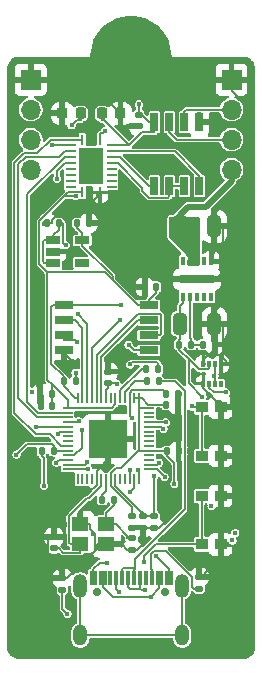
<source format=gtl>
%TF.GenerationSoftware,KiCad,Pcbnew,9.0.0*%
%TF.CreationDate,2025-03-14T22:19:27-04:00*%
%TF.ProjectId,pi0006,70693030-3036-42e6-9b69-6361645f7063,rev?*%
%TF.SameCoordinates,Original*%
%TF.FileFunction,Copper,L1,Top*%
%TF.FilePolarity,Positive*%
%FSLAX46Y46*%
G04 Gerber Fmt 4.6, Leading zero omitted, Abs format (unit mm)*
G04 Created by KiCad (PCBNEW 9.0.0) date 2025-03-14 22:19:27*
%MOMM*%
%LPD*%
G01*
G04 APERTURE LIST*
G04 Aperture macros list*
%AMRoundRect*
0 Rectangle with rounded corners*
0 $1 Rounding radius*
0 $2 $3 $4 $5 $6 $7 $8 $9 X,Y pos of 4 corners*
0 Add a 4 corners polygon primitive as box body*
4,1,4,$2,$3,$4,$5,$6,$7,$8,$9,$2,$3,0*
0 Add four circle primitives for the rounded corners*
1,1,$1+$1,$2,$3*
1,1,$1+$1,$4,$5*
1,1,$1+$1,$6,$7*
1,1,$1+$1,$8,$9*
0 Add four rect primitives between the rounded corners*
20,1,$1+$1,$2,$3,$4,$5,0*
20,1,$1+$1,$4,$5,$6,$7,0*
20,1,$1+$1,$6,$7,$8,$9,0*
20,1,$1+$1,$8,$9,$2,$3,0*%
G04 Aperture macros list end*
%TA.AperFunction,Conductor*%
%ADD10C,3.450000*%
%TD*%
%TA.AperFunction,SMDPad,CuDef*%
%ADD11R,0.300000X0.475000*%
%TD*%
%TA.AperFunction,SMDPad,CuDef*%
%ADD12RoundRect,0.225000X-0.225000X-0.250000X0.225000X-0.250000X0.225000X0.250000X-0.225000X0.250000X0*%
%TD*%
%TA.AperFunction,SMDPad,CuDef*%
%ADD13RoundRect,0.140000X0.140000X0.170000X-0.140000X0.170000X-0.140000X-0.170000X0.140000X-0.170000X0*%
%TD*%
%TA.AperFunction,ComponentPad*%
%ADD14R,1.700000X1.700000*%
%TD*%
%TA.AperFunction,ComponentPad*%
%ADD15O,1.700000X1.700000*%
%TD*%
%TA.AperFunction,SMDPad,CuDef*%
%ADD16R,0.400000X0.700000*%
%TD*%
%TA.AperFunction,SMDPad,CuDef*%
%ADD17R,3.000000X0.800000*%
%TD*%
%TA.AperFunction,SMDPad,CuDef*%
%ADD18RoundRect,0.140000X-0.170000X0.140000X-0.170000X-0.140000X0.170000X-0.140000X0.170000X0.140000X0*%
%TD*%
%TA.AperFunction,SMDPad,CuDef*%
%ADD19R,1.000000X0.900000*%
%TD*%
%TA.AperFunction,SMDPad,CuDef*%
%ADD20RoundRect,0.140000X-0.140000X-0.170000X0.140000X-0.170000X0.140000X0.170000X-0.140000X0.170000X0*%
%TD*%
%TA.AperFunction,SMDPad,CuDef*%
%ADD21R,1.650000X0.650000*%
%TD*%
%TA.AperFunction,SMDPad,CuDef*%
%ADD22RoundRect,0.135000X0.135000X0.185000X-0.135000X0.185000X-0.135000X-0.185000X0.135000X-0.185000X0*%
%TD*%
%TA.AperFunction,SMDPad,CuDef*%
%ADD23R,0.650000X1.528000*%
%TD*%
%TA.AperFunction,SMDPad,CuDef*%
%ADD24R,1.250000X0.650000*%
%TD*%
%TA.AperFunction,SMDPad,CuDef*%
%ADD25RoundRect,0.225000X0.225000X0.250000X-0.225000X0.250000X-0.225000X-0.250000X0.225000X-0.250000X0*%
%TD*%
%TA.AperFunction,SMDPad,CuDef*%
%ADD26RoundRect,0.135000X-0.135000X-0.185000X0.135000X-0.185000X0.135000X0.185000X-0.135000X0.185000X0*%
%TD*%
%TA.AperFunction,SMDPad,CuDef*%
%ADD27RoundRect,0.250000X-0.325000X-0.650000X0.325000X-0.650000X0.325000X0.650000X-0.325000X0.650000X0*%
%TD*%
%TA.AperFunction,SMDPad,CuDef*%
%ADD28RoundRect,0.135000X0.185000X-0.135000X0.185000X0.135000X-0.185000X0.135000X-0.185000X-0.135000X0*%
%TD*%
%TA.AperFunction,SMDPad,CuDef*%
%ADD29R,0.850000X0.200000*%
%TD*%
%TA.AperFunction,SMDPad,CuDef*%
%ADD30R,0.200000X0.850000*%
%TD*%
%TA.AperFunction,SMDPad,CuDef*%
%ADD31R,3.200000X3.200000*%
%TD*%
%TA.AperFunction,ComponentPad*%
%ADD32C,0.700000*%
%TD*%
%TA.AperFunction,ComponentPad*%
%ADD33O,1.200000X2.000000*%
%TD*%
%TA.AperFunction,ComponentPad*%
%ADD34O,1.200000X1.800000*%
%TD*%
%TA.AperFunction,SMDPad,CuDef*%
%ADD35R,0.300000X1.300000*%
%TD*%
%TA.AperFunction,SMDPad,CuDef*%
%ADD36RoundRect,0.140000X0.170000X-0.140000X0.170000X0.140000X-0.170000X0.140000X-0.170000X-0.140000X0*%
%TD*%
%TA.AperFunction,SMDPad,CuDef*%
%ADD37R,0.280000X0.850000*%
%TD*%
%TA.AperFunction,SMDPad,CuDef*%
%ADD38R,0.850000X0.280000*%
%TD*%
%TA.AperFunction,SMDPad,CuDef*%
%ADD39R,2.050000X3.050000*%
%TD*%
%TA.AperFunction,SMDPad,CuDef*%
%ADD40R,1.400000X1.200000*%
%TD*%
%TA.AperFunction,ViaPad*%
%ADD41C,0.400000*%
%TD*%
%TA.AperFunction,Conductor*%
%ADD42C,0.150000*%
%TD*%
%TA.AperFunction,Conductor*%
%ADD43C,0.500000*%
%TD*%
G04 APERTURE END LIST*
%TO.N,gnd*%
D10*
X199330000Y-77240000D02*
G75*
G02*
X195880000Y-77240000I-1725000J0D01*
G01*
X195880000Y-77240000D02*
G75*
G02*
X199330000Y-77240000I1725000J0D01*
G01*
%TD*%
D11*
%TO.P,U8,1*%
%TO.N,gnd*%
X205250000Y-103262000D03*
%TO.P,U8,2*%
%TO.N,micro_controller-vcc*%
X204750000Y-103262000D03*
%TO.P,U8,3*%
%TO.N,vcc-1*%
X204250000Y-103262000D03*
%TO.P,U8,4*%
%TO.N,gnd*%
X203750000Y-103262000D03*
%TO.P,U8,5*%
X203750000Y-104938000D03*
%TO.P,U8,6*%
%TO.N,micro_controller.typeC-vcc*%
X204250000Y-104938000D03*
%TO.P,U8,7*%
%TO.N,micro_controller-vcc*%
X204750000Y-104938000D03*
%TO.P,U8,8*%
%TO.N,micro_controller.lm66200-io*%
X205250000Y-104938000D03*
%TD*%
D12*
%TO.P,C17,1*%
%TO.N,vcc-1*%
X195170000Y-82055000D03*
%TO.P,C17,2*%
%TO.N,gnd*%
X196720000Y-82055000D03*
%TD*%
D13*
%TO.P,C9,1*%
%TO.N,micro_controller-vcc-1*%
X199737836Y-96747532D03*
%TO.P,C9,2*%
%TO.N,gnd*%
X198777836Y-96747532D03*
%TD*%
D14*
%TO.P,U11,1*%
%TO.N,gnd*%
X189125000Y-79200000D03*
D15*
%TO.P,U11,2*%
%TO.N,transceiver-a*%
X189125000Y-81740000D03*
%TO.P,U11,3*%
%TO.N,transceiver-b*%
X189125000Y-84280000D03*
%TO.P,U11,4*%
%TO.N,vcc*%
X189125000Y-86820000D03*
%TD*%
D16*
%TO.P,U13,1*%
%TO.N,gnd*%
X204400000Y-94575000D03*
%TO.P,U13,2*%
%TO.N,modesync*%
X203800000Y-94575000D03*
%TO.P,U13,3*%
%TO.N,vcc*%
X203200000Y-94575000D03*
%TO.P,U13,4*%
X202600000Y-94575000D03*
%TO.P,U13,5*%
%TO.N,pgood*%
X202000000Y-94575000D03*
%TO.P,U13,6*%
%TO.N,vcc-1*%
X202000000Y-97625000D03*
%TO.P,U13,7*%
%TO.N,fb*%
X202600000Y-97625000D03*
%TO.P,U13,8*%
%TO.N,dnc_1*%
X203200000Y-97625000D03*
%TO.P,U13,9*%
%TO.N,dnc_2*%
X203800000Y-97625000D03*
%TO.P,U13,10*%
%TO.N,dnc_3*%
X204400000Y-97625000D03*
D17*
%TO.P,U13,11*%
%TO.N,gnd*%
X203200000Y-96100000D03*
%TD*%
D18*
%TO.P,C8,1*%
%TO.N,micro_controller-vcc-1*%
X197697836Y-116156118D03*
%TO.P,C8,2*%
%TO.N,gnd*%
X197697836Y-117116118D03*
%TD*%
%TO.P,C4,1*%
%TO.N,crystal_2*%
X197717836Y-118037532D03*
%TO.P,C4,2*%
%TO.N,gnd*%
X197717836Y-118997532D03*
%TD*%
D19*
%TO.P,U4,1*%
%TO.N,gnd*%
X205200000Y-118550000D03*
%TO.P,U4,2*%
%TO.N,micro_controller.rp2040.micro.ic-io*%
X203600000Y-118550000D03*
%TO.P,U4,3*%
X203600000Y-114450000D03*
%TO.P,U4,4*%
%TO.N,gnd*%
X205200000Y-114450000D03*
%TD*%
D20*
%TO.P,C10,1*%
%TO.N,micro_controller-vcc-1*%
X200677836Y-110637532D03*
%TO.P,C10,2*%
%TO.N,gnd*%
X201637836Y-110637532D03*
%TD*%
%TO.P,C5,1*%
%TO.N,micro_controller-vcc-1*%
X200607836Y-106717532D03*
%TO.P,C5,2*%
%TO.N,gnd*%
X201567836Y-106717532D03*
%TD*%
D21*
%TO.P,U7,1*%
%TO.N,micro_controller.rp2040-cs*%
X191917836Y-98292532D03*
%TO.P,U7,2*%
%TO.N,io1*%
X191917836Y-99562532D03*
%TO.P,U7,3*%
%TO.N,io2*%
X191917836Y-100832532D03*
%TO.P,U7,4*%
%TO.N,gnd*%
X191917836Y-102102532D03*
%TO.P,U7,5*%
%TO.N,io0*%
X199117836Y-102102532D03*
%TO.P,U7,6*%
%TO.N,micro_controller.rp2040-sck*%
X199117836Y-100832532D03*
%TO.P,U7,7*%
%TO.N,io3*%
X199117836Y-99562532D03*
%TO.P,U7,8*%
%TO.N,micro_controller-vcc-1*%
X199117836Y-98292532D03*
%TD*%
D22*
%TO.P,R7,1*%
%TO.N,USBD_N*%
X199953285Y-104727631D03*
%TO.P,R7,2*%
%TO.N,usb_dm*%
X198933285Y-104727631D03*
%TD*%
D20*
%TO.P,C2,1*%
%TO.N,micro_controller-vcc-1*%
X193060600Y-91355400D03*
%TO.P,C2,2*%
%TO.N,gnd*%
X194020600Y-91355400D03*
%TD*%
D13*
%TO.P,C1,1*%
%TO.N,micro_controller-vcc*%
X191480600Y-91355400D03*
%TO.P,C1,2*%
%TO.N,gnd*%
X190520600Y-91355400D03*
%TD*%
D23*
%TO.P,U9,1*%
%TO.N,transceiver-rx*%
X199595000Y-88211000D03*
%TO.P,U9,2*%
%TO.N,transceiver-io*%
X200865000Y-88211000D03*
%TO.P,U9,3*%
X202135000Y-88211000D03*
%TO.P,U9,4*%
%TO.N,transceiver-tx*%
X203405000Y-88211000D03*
%TO.P,U9,5*%
%TO.N,gnd*%
X203405000Y-82789000D03*
%TO.P,U9,6*%
%TO.N,transceiver-a*%
X202135000Y-82789000D03*
%TO.P,U9,7*%
%TO.N,transceiver-b*%
X200865000Y-82789000D03*
%TO.P,U9,8*%
%TO.N,vcc-1*%
X199595000Y-82789000D03*
%TD*%
D13*
%TO.P,C6,1*%
%TO.N,micro_controller-vcc-1*%
X190930190Y-106824749D03*
%TO.P,C6,2*%
%TO.N,gnd*%
X189970190Y-106824749D03*
%TD*%
D24*
%TO.P,U1,1*%
%TO.N,micro_controller-vcc*%
X191000000Y-92810000D03*
%TO.P,U1,2*%
%TO.N,gnd*%
X191000000Y-93750000D03*
%TO.P,U1,3*%
%TO.N,micro_controller-vcc*%
X191000000Y-94690000D03*
%TO.P,U1,4*%
%TO.N,nc*%
X193500000Y-94690000D03*
%TO.P,U1,5*%
%TO.N,micro_controller-vcc-1*%
X193500000Y-92810000D03*
%TD*%
D14*
%TO.P,U12,1*%
%TO.N,gnd*%
X206125000Y-79200000D03*
D15*
%TO.P,U12,2*%
%TO.N,transceiver-a*%
X206125000Y-81740000D03*
%TO.P,U12,3*%
%TO.N,transceiver-b*%
X206125000Y-84280000D03*
%TO.P,U12,4*%
%TO.N,vcc*%
X206125000Y-86820000D03*
%TD*%
D22*
%TO.P,R4,1*%
%TO.N,micro_controller-vcc-1*%
X192917836Y-104727532D03*
%TO.P,R4,2*%
%TO.N,micro_controller.rp2040-cs*%
X191897836Y-104727532D03*
%TD*%
D25*
%TO.P,C16,1*%
%TO.N,micro_controller-vcc-1*%
X193345000Y-82055000D03*
%TO.P,C16,2*%
%TO.N,gnd*%
X191795000Y-82055000D03*
%TD*%
D22*
%TO.P,R3,1*%
%TO.N,micro_controller-vcc-1*%
X191057836Y-110617532D03*
%TO.P,R3,2*%
%TO.N,micro_controller.rp2040.micro.ic-io*%
X190037836Y-110617532D03*
%TD*%
D19*
%TO.P,U5,1*%
%TO.N,gnd*%
X205200000Y-111050000D03*
%TO.P,U5,2*%
%TO.N,micro_controller.rp2040-cs*%
X203600000Y-111050000D03*
%TO.P,U5,3*%
X203600000Y-106950000D03*
%TO.P,U5,4*%
%TO.N,gnd*%
X205200000Y-106950000D03*
%TD*%
D26*
%TO.P,R9,1*%
%TO.N,fb*%
X203690000Y-101625000D03*
%TO.P,R9,2*%
%TO.N,gnd*%
X204710000Y-101625000D03*
%TD*%
D22*
%TO.P,R8,1*%
%TO.N,fb*%
X202710000Y-101625000D03*
%TO.P,R8,2*%
%TO.N,vcc-1*%
X201690000Y-101625000D03*
%TD*%
D27*
%TO.P,C19,1*%
%TO.N,vcc*%
X201725000Y-91625000D03*
%TO.P,C19,2*%
%TO.N,gnd*%
X204675000Y-91625000D03*
%TD*%
D18*
%TO.P,C11,1*%
%TO.N,micro_controller.rp2040.micro.ic-vcc*%
X199583178Y-116157532D03*
%TO.P,C11,2*%
%TO.N,gnd*%
X199583178Y-117117532D03*
%TD*%
D26*
%TO.P,R5,1*%
%TO.N,output*%
X195177836Y-114767532D03*
%TO.P,R5,2*%
%TO.N,crystal_2*%
X196197836Y-114767532D03*
%TD*%
%TO.P,R6,1*%
%TO.N,usb_dp*%
X198920329Y-103665176D03*
%TO.P,R6,2*%
%TO.N,USBD_P*%
X199940329Y-103665176D03*
%TD*%
D28*
%TO.P,R1,1*%
%TO.N,cc1*%
X191800000Y-122410000D03*
%TO.P,R1,2*%
%TO.N,gnd*%
X191800000Y-121390000D03*
%TD*%
D20*
%TO.P,C12,1*%
%TO.N,micro_controller.rp2040.micro.ic-vcc*%
X200602229Y-105774483D03*
%TO.P,C12,2*%
%TO.N,gnd*%
X201562229Y-105774483D03*
%TD*%
D18*
%TO.P,C15,1*%
%TO.N,vcc-1*%
X198285000Y-82199000D03*
%TO.P,C15,2*%
%TO.N,gnd*%
X198285000Y-83159000D03*
%TD*%
D29*
%TO.P,U3,1*%
%TO.N,micro_controller-vcc-1*%
X192250000Y-107000000D03*
%TO.P,U3,2*%
%TO.N,micro_controller-tx*%
X192250000Y-107400000D03*
%TO.P,U3,3*%
%TO.N,micro_controller-rx*%
X192250000Y-107800000D03*
%TO.P,U3,4*%
%TO.N,micro_controller-io*%
X192250000Y-108200000D03*
%TO.P,U3,5*%
%TO.N,micro_controller-io-2*%
X192250000Y-108600000D03*
%TO.P,U3,6*%
%TO.N,micro_controller-io-3*%
X192250000Y-109000000D03*
%TO.P,U3,7*%
%TO.N,micro_controller.rp2040-rx*%
X192250000Y-109400000D03*
%TO.P,U3,8*%
%TO.N,gpio6*%
X192250000Y-109800000D03*
%TO.P,U3,9*%
%TO.N,micro_controller-io-1*%
X192250000Y-110200000D03*
%TO.P,U3,10*%
%TO.N,micro_controller-vcc-1*%
X192250000Y-110600000D03*
%TO.P,U3,11*%
%TO.N,micro_controller-io-6*%
X192250000Y-111000000D03*
%TO.P,U3,12*%
%TO.N,micro_controller-io-7*%
X192250000Y-111400000D03*
%TO.P,U3,13*%
%TO.N,micro_controller-io-8*%
X192250000Y-111800000D03*
%TO.P,U3,14*%
%TO.N,micro_controller-io-9*%
X192250000Y-112200000D03*
D30*
%TO.P,U3,15*%
%TO.N,gpio12*%
X193100000Y-113050000D03*
%TO.P,U3,16*%
%TO.N,gpio13*%
X193500000Y-113050000D03*
%TO.P,U3,17*%
%TO.N,gpio14*%
X193900000Y-113050000D03*
%TO.P,U3,18*%
%TO.N,gpio15*%
X194300000Y-113050000D03*
%TO.P,U3,19*%
%TO.N,gnd*%
X194700000Y-113050000D03*
%TO.P,U3,20*%
%TO.N,input*%
X195100000Y-113050000D03*
%TO.P,U3,21*%
%TO.N,output*%
X195500000Y-113050000D03*
%TO.P,U3,22*%
%TO.N,micro_controller-vcc-1*%
X195900000Y-113050000D03*
%TO.P,U3,23*%
%TO.N,micro_controller.rp2040.micro.ic-vcc*%
X196300000Y-113050000D03*
%TO.P,U3,24*%
%TO.N,swclk*%
X196700000Y-113050000D03*
%TO.P,U3,25*%
%TO.N,swdio*%
X197100000Y-113050000D03*
%TO.P,U3,26*%
%TO.N,micro_controller.rp2040.micro.ic-io*%
X197500000Y-113050000D03*
%TO.P,U3,27*%
%TO.N,miso*%
X197900000Y-113050000D03*
%TO.P,U3,28*%
%TO.N,micro_controller-cs*%
X198300000Y-113050000D03*
D29*
%TO.P,U3,29*%
%TO.N,micro_controller-sck*%
X199150000Y-112200000D03*
%TO.P,U3,30*%
%TO.N,mosi*%
X199150000Y-111800000D03*
%TO.P,U3,31*%
%TO.N,sda*%
X199150000Y-111400000D03*
%TO.P,U3,32*%
%TO.N,scl*%
X199150000Y-111000000D03*
%TO.P,U3,33*%
%TO.N,micro_controller-vcc-1*%
X199150000Y-110600000D03*
%TO.P,U3,34*%
%TO.N,gpio22*%
X199150000Y-110200000D03*
%TO.P,U3,35*%
%TO.N,gpio23*%
X199150000Y-109800000D03*
%TO.P,U3,36*%
%TO.N,gpio24*%
X199150000Y-109400000D03*
%TO.P,U3,37*%
%TO.N,gpio25*%
X199150000Y-109000000D03*
%TO.P,U3,38*%
%TO.N,micro_controller-io-4*%
X199150000Y-108600000D03*
%TO.P,U3,39*%
%TO.N,micro_controller-io-5*%
X199150000Y-108200000D03*
%TO.P,U3,40*%
%TO.N,gpio28_a2*%
X199150000Y-107800000D03*
%TO.P,U3,41*%
%TO.N,gpio29_a3*%
X199150000Y-107400000D03*
%TO.P,U3,42*%
%TO.N,micro_controller-vcc-1*%
X199150000Y-107000000D03*
D30*
%TO.P,U3,43*%
X198300000Y-106150000D03*
%TO.P,U3,44*%
X197900000Y-106150000D03*
%TO.P,U3,45*%
%TO.N,micro_controller.rp2040.micro.ic-vcc*%
X197500000Y-106150000D03*
%TO.P,U3,46*%
%TO.N,usb_dm*%
X197100000Y-106150000D03*
%TO.P,U3,47*%
%TO.N,usb_dp*%
X196700000Y-106150000D03*
%TO.P,U3,48*%
%TO.N,micro_controller-vcc-1*%
X196300000Y-106150000D03*
%TO.P,U3,49*%
%TO.N,iovdd_6*%
X195900000Y-106150000D03*
%TO.P,U3,50*%
%TO.N,micro_controller.rp2040.micro.ic-vcc*%
X195500000Y-106150000D03*
%TO.P,U3,51*%
%TO.N,io3*%
X195100000Y-106150000D03*
%TO.P,U3,52*%
%TO.N,micro_controller.rp2040-sck*%
X194700000Y-106150000D03*
%TO.P,U3,53*%
%TO.N,io0*%
X194300000Y-106150000D03*
%TO.P,U3,54*%
%TO.N,io2*%
X193900000Y-106150000D03*
%TO.P,U3,55*%
%TO.N,io1*%
X193500000Y-106150000D03*
%TO.P,U3,56*%
%TO.N,micro_controller.rp2040-cs*%
X193100000Y-106150000D03*
D31*
%TO.P,U3,57*%
%TO.N,gnd*%
X195700000Y-109600000D03*
%TD*%
D32*
%TO.P,U2,*%
%TO.N,*%
X194735000Y-122602500D03*
X200515000Y-122602500D03*
D33*
%TO.P,U2,1*%
%TO.N,micro_controller.typeC.typeC-ep*%
X193305000Y-122062500D03*
%TO.P,U2,2*%
X201945000Y-122062500D03*
D34*
%TO.P,U2,3*%
X193305000Y-126252500D03*
%TO.P,U2,4*%
X201945000Y-126252500D03*
D35*
%TO.P,U2,A1*%
%TO.N,micro_controller.typeC-gnd*%
X194275000Y-121412500D03*
%TO.P,U2,A4*%
%TO.N,micro_controller.typeC-vcc*%
X195075000Y-121412500D03*
%TO.P,U2,A5*%
%TO.N,cc1*%
X196375000Y-121412500D03*
%TO.P,U2,A6*%
%TO.N,USBD_P*%
X197375000Y-121412500D03*
%TO.P,U2,A7*%
%TO.N,USBD_N*%
X197875000Y-121412500D03*
%TO.P,U2,A8*%
%TO.N,sub1*%
X198875000Y-121412500D03*
%TO.P,U2,A9*%
%TO.N,micro_controller.typeC-vcc*%
X200175000Y-121422500D03*
%TO.P,U2,A12*%
%TO.N,micro_controller.typeC-gnd*%
X200975000Y-121412500D03*
%TO.P,U2,B1*%
X200675000Y-121412500D03*
%TO.P,U2,B4*%
%TO.N,micro_controller.typeC-vcc*%
X199875000Y-121422500D03*
%TO.P,U2,B5*%
%TO.N,cc2*%
X199375000Y-121412500D03*
%TO.P,U2,B6*%
%TO.N,USBD_P*%
X198375000Y-121412500D03*
%TO.P,U2,B7*%
%TO.N,USBD_N*%
X196875000Y-121412500D03*
%TO.P,U2,B8*%
%TO.N,sub2*%
X195875000Y-121412500D03*
%TO.P,U2,B9*%
%TO.N,micro_controller.typeC-vcc*%
X195375000Y-121412500D03*
%TO.P,U2,B12*%
%TO.N,micro_controller.typeC-gnd*%
X194575000Y-121412500D03*
%TD*%
D36*
%TO.P,C3,1*%
%TO.N,input*%
X191087836Y-118887532D03*
%TO.P,C3,2*%
%TO.N,gnd*%
X191087836Y-117927532D03*
%TD*%
%TO.P,C14,1*%
%TO.N,micro_controller.rp2040.micro.ic-vcc*%
X195688902Y-104870059D03*
%TO.P,C14,2*%
%TO.N,gnd*%
X195688902Y-103910059D03*
%TD*%
D13*
%TO.P,C7,1*%
%TO.N,micro_controller-vcc-1*%
X190902154Y-105786023D03*
%TO.P,C7,2*%
%TO.N,gnd*%
X189942154Y-105786023D03*
%TD*%
D37*
%TO.P,U10,1*%
%TO.N,micro_controller-io-1*%
X193495000Y-84280000D03*
D38*
%TO.P,U10,2*%
%TO.N,micro_controller-vcc-1*%
X192520000Y-84755000D03*
%TO.P,U10,3*%
%TO.N,micro_controller-rx*%
X192520000Y-85255000D03*
%TO.P,U10,4*%
%TO.N,micro_controller-tx*%
X192520000Y-85755000D03*
%TO.P,U10,5*%
%TO.N,micro_controller-io*%
X192520000Y-86255000D03*
%TO.P,U10,6*%
%TO.N,level_shifter.ic-io*%
X192520000Y-86755000D03*
%TO.P,U10,7*%
%TO.N,level_shifter.ic-io-1*%
X192520000Y-87255000D03*
%TO.P,U10,8*%
%TO.N,level_shifter.ic-io-2*%
X192520000Y-87755000D03*
%TO.P,U10,9*%
%TO.N,level_shifter.ic-io-3*%
X192520000Y-88255000D03*
D37*
%TO.P,U10,10*%
%TO.N,micro_controller-vcc-1*%
X193495000Y-88730000D03*
%TO.P,U10,11*%
%TO.N,gnd*%
X194995000Y-88730000D03*
D38*
%TO.P,U10,12*%
%TO.N,level_shifter.ic-io-7*%
X195970000Y-88255000D03*
%TO.P,U10,13*%
%TO.N,level_shifter.ic-io-6*%
X195970000Y-87755000D03*
%TO.P,U10,14*%
%TO.N,level_shifter.ic-io-5*%
X195970000Y-87255000D03*
%TO.P,U10,15*%
%TO.N,level_shifter.ic-io-4*%
X195970000Y-86755000D03*
%TO.P,U10,16*%
%TO.N,transceiver-io*%
X195970000Y-86255000D03*
%TO.P,U10,17*%
%TO.N,transceiver-rx*%
X195970000Y-85755000D03*
%TO.P,U10,18*%
%TO.N,transceiver-tx*%
X195970000Y-85255000D03*
%TO.P,U10,19*%
%TO.N,vcc-1*%
X195970000Y-84755000D03*
D37*
%TO.P,U10,20*%
%TO.N,level_shifter-io*%
X194995000Y-84280000D03*
D39*
%TO.P,U10,21*%
%TO.N,level_shifter.ic.driver.ic-ep*%
X194245000Y-86505000D03*
%TD*%
D18*
%TO.P,C13,1*%
%TO.N,micro_controller.rp2040.micro.ic-vcc*%
X198663178Y-116157532D03*
%TO.P,C13,2*%
%TO.N,gnd*%
X198663178Y-117117532D03*
%TD*%
D27*
%TO.P,C18,1*%
%TO.N,vcc-1*%
X201725000Y-99875000D03*
%TO.P,C18,2*%
%TO.N,gnd*%
X204675000Y-99875000D03*
%TD*%
D28*
%TO.P,R2,1*%
%TO.N,cc2*%
X203400000Y-122310000D03*
%TO.P,R2,2*%
%TO.N,gnd*%
X203400000Y-121290000D03*
%TD*%
D40*
%TO.P,U6,1*%
%TO.N,input*%
X193327836Y-118547532D03*
%TO.P,U6,2*%
%TO.N,gnd*%
X195527836Y-118547532D03*
%TO.P,U6,3*%
%TO.N,crystal_2*%
X195527836Y-116847532D03*
%TO.P,U6,4*%
%TO.N,gnd*%
X193327836Y-116847532D03*
%TD*%
D41*
%TO.N,micro_controller-vcc*%
X192081200Y-93215100D03*
X204679700Y-104275100D03*
%TO.N,micro_controller-vcc-1*%
X192576400Y-83067300D03*
X192917500Y-104009100D03*
X201285500Y-113414400D03*
X190934700Y-84755000D03*
X206437100Y-117575000D03*
X192951700Y-89053200D03*
X187914200Y-110937400D03*
%TO.N,micro_controller.typeC-vcc*%
X205651300Y-105675500D03*
X199284200Y-123020100D03*
%TO.N,USBD_P*%
X198775800Y-122437800D03*
X197539900Y-103303100D03*
%TO.N,micro_controller.typeC-gnd*%
X199759500Y-119532700D03*
X195598700Y-120089200D03*
%TO.N,cc1*%
X196631700Y-122579800D03*
X192227000Y-124423500D03*
%TO.N,io0*%
X197411400Y-101635000D03*
X196687100Y-99572200D03*
%TO.N,io2*%
X193085600Y-99066600D03*
X192999800Y-101417000D03*
%TO.N,micro_controller.rp2040.micro.ic-vcc*%
X196392000Y-104942600D03*
X197665900Y-107883100D03*
X199582500Y-112744300D03*
%TO.N,micro_controller.rp2040.micro.ic-io*%
X190243600Y-113564900D03*
X198732200Y-120023300D03*
X197500000Y-112249000D03*
%TO.N,level_shifter-io*%
X195437100Y-83521400D03*
%TO.N,gnd*%
X194406000Y-89477100D03*
X189287000Y-92326100D03*
X192588700Y-103013100D03*
X206299400Y-114089500D03*
X206049100Y-120429500D03*
X194365000Y-117649000D03*
X205246000Y-82789000D03*
X195000000Y-81000000D03*
X195688500Y-102848000D03*
%TO.N,vcc-1*%
X198285001Y-81275101D03*
X203661500Y-106044900D03*
%TO.N,micro_controller-io*%
X191347200Y-87572500D03*
X193184700Y-108121200D03*
%TO.N,miso*%
X197567800Y-114082400D03*
%TO.N,micro_controller-sck*%
X189264800Y-105633100D03*
X200460600Y-112830400D03*
%TO.N,micro_controller-cs*%
X198234600Y-112222300D03*
%TO.N,micro_controller-io-2*%
X206194400Y-118204800D03*
X189539600Y-108600000D03*
%TO.N,micro_controller-io-3*%
X191395700Y-109161200D03*
X204427500Y-115299700D03*
%TO.N,micro_controller-io-4*%
X200358800Y-108761200D03*
%TO.N,micro_controller-io-5*%
X200546900Y-108200000D03*
%TO.N,micro_controller-io-6*%
X193429700Y-108877500D03*
%TO.N,micro_controller-io-7*%
X191279000Y-111620200D03*
%TO.N,micro_controller-io-8*%
X193916600Y-111599300D03*
%TO.N,micro_controller.rp2040-cs*%
X202744700Y-106862900D03*
X196735800Y-98293000D03*
%TO.N,mosi*%
X199997600Y-111630400D03*
%TO.N,micro_controller-io-9*%
X193996100Y-112200000D03*
%TD*%
D42*
%TO.N,micro_controller-vcc*%
X191873500Y-91355500D02*
X191873500Y-93007400D01*
X204750000Y-104938500D02*
X204750000Y-104588500D01*
X204750000Y-103262500D02*
X204750000Y-103612500D01*
X191000000Y-94690000D02*
X190262500Y-94690000D01*
X191000000Y-92372500D02*
X191480500Y-91892000D01*
X191480500Y-91778500D02*
X191480500Y-91355500D01*
X204750000Y-103612500D02*
X204750000Y-104275100D01*
X191480500Y-91355500D02*
X191873500Y-91355500D01*
X190262500Y-92810000D02*
X191000000Y-92810000D01*
X191873500Y-93007400D02*
X192081200Y-93215100D01*
X190147900Y-92924600D02*
X190262500Y-92810000D01*
X191480500Y-91892000D02*
X191480500Y-91778500D01*
X191000000Y-92810000D02*
X191000000Y-92372500D01*
X204750000Y-104588500D02*
X204750000Y-104275100D01*
X190147900Y-94575400D02*
X190147900Y-92924600D01*
X190262500Y-94690000D02*
X190147900Y-94575400D01*
X204679700Y-104275100D02*
X204750000Y-104275100D01*
%TO.N,micro_controller-vcc-1*%
X198612500Y-107000000D02*
X198300000Y-107000000D01*
X195987500Y-107000000D02*
X196300000Y-106687500D01*
X199117000Y-98293000D02*
X198179500Y-98293000D01*
X190902500Y-106209500D02*
X190930500Y-106237500D01*
X189845800Y-94806900D02*
X190537700Y-95498800D01*
X199081000Y-106718500D02*
X200213500Y-106718500D01*
X192250000Y-106347900D02*
X190971100Y-105069000D01*
X193500000Y-92810000D02*
X193500000Y-93247500D01*
X192917500Y-104294500D02*
X192917500Y-104009100D01*
X199150000Y-110600000D02*
X199687500Y-110600000D01*
X192787500Y-107000000D02*
X195987500Y-107000000D01*
X192250000Y-106787500D02*
X192250000Y-106347900D01*
X191057500Y-110184500D02*
X190942900Y-110069900D01*
X192315900Y-88730000D02*
X192061300Y-88984600D01*
X193345500Y-82642500D02*
X193001200Y-82642500D01*
X196757400Y-112063700D02*
X198300000Y-110521100D01*
X188781700Y-110069900D02*
X187914200Y-110937400D01*
X196065400Y-95812900D02*
X196065400Y-96178900D01*
X190942900Y-110069900D02*
X188781700Y-110069900D01*
X193345500Y-82054500D02*
X193345500Y-82642500D01*
X193242500Y-88730000D02*
X192315900Y-88730000D01*
X199726000Y-110638500D02*
X200283500Y-110638500D01*
X192520000Y-84755000D02*
X191982500Y-84755000D01*
X195900000Y-112512500D02*
X196348800Y-112063700D01*
X195385300Y-95498800D02*
X196065400Y-96178900D01*
X192250000Y-107000000D02*
X192787500Y-107000000D01*
X193500000Y-92372500D02*
X193500000Y-92810000D01*
X191695000Y-110617500D02*
X191440500Y-110617500D01*
X191712500Y-110600000D02*
X191695000Y-110617500D01*
X195900000Y-113050000D02*
X195900000Y-112512500D01*
X198087500Y-106150000D02*
X197900000Y-106150000D01*
X189845800Y-91200100D02*
X189845800Y-94806900D01*
X198378900Y-110600000D02*
X198300000Y-110521100D01*
X195900000Y-113614700D02*
X195900000Y-113587500D01*
X198300000Y-106687500D02*
X198300000Y-107000000D01*
X190902500Y-105786500D02*
X190902500Y-105363500D01*
X200676500Y-111061500D02*
X201285500Y-111670500D01*
X199737500Y-97235000D02*
X199737500Y-97170500D01*
X193059500Y-91779500D02*
X193500000Y-92220000D01*
X199687500Y-110600000D02*
X199726000Y-110638500D01*
X196348800Y-112063700D02*
X196757400Y-112063700D01*
X191440500Y-110617500D02*
X191057500Y-110617500D01*
X190537700Y-95498800D02*
X190537700Y-104635600D01*
X197696500Y-115411200D02*
X195900000Y-113614700D01*
X198300000Y-106150000D02*
X198300000Y-106687500D01*
X190537700Y-104635600D02*
X190971100Y-105069000D01*
X193500000Y-92220000D02*
X193500000Y-92372500D01*
X190930500Y-106237500D02*
X190930500Y-106401500D01*
X190902500Y-105363500D02*
X190902500Y-105137600D01*
X190902500Y-105137600D02*
X190971100Y-105069000D01*
X198300000Y-106150000D02*
X198087500Y-106150000D01*
X198300000Y-110521100D02*
X198300000Y-107000000D01*
X200283500Y-110638500D02*
X200676500Y-110638500D01*
X196300000Y-106687500D02*
X196300000Y-106150000D01*
X199150000Y-110600000D02*
X198612500Y-110600000D01*
X190537700Y-95498800D02*
X195385300Y-95498800D01*
X193001200Y-82642500D02*
X192576400Y-83067300D01*
X193500000Y-93247500D02*
X196065400Y-95812900D01*
X191982500Y-84755000D02*
X190934700Y-84755000D01*
X201285500Y-111670500D02*
X201285500Y-113414400D01*
X192917500Y-104727500D02*
X192917500Y-104294500D01*
X199737500Y-97170500D02*
X199737500Y-96747500D01*
X197696500Y-116156500D02*
X197696500Y-115763500D01*
X198512500Y-106150000D02*
X199081000Y-106718500D01*
X198179500Y-98293000D02*
X196065400Y-96178900D01*
X192250000Y-107000000D02*
X192250000Y-106787500D01*
X190902500Y-105786500D02*
X190902500Y-106209500D01*
X192061300Y-88984600D02*
X189845800Y-91200100D01*
X193495000Y-88730000D02*
X193242500Y-88730000D01*
X192250000Y-110600000D02*
X191712500Y-110600000D01*
X198612500Y-110600000D02*
X198378900Y-110600000D01*
X200213500Y-106718500D02*
X200606500Y-106718500D01*
X192129900Y-89053200D02*
X192061300Y-88984600D01*
X197696500Y-115763500D02*
X197696500Y-115411200D01*
X195900000Y-113587500D02*
X195900000Y-113050000D01*
X191057500Y-110617500D02*
X191057500Y-110184500D01*
X193059500Y-91356500D02*
X193059500Y-91779500D01*
X190930500Y-106401500D02*
X190930500Y-106824500D01*
X199150000Y-107000000D02*
X198612500Y-107000000D01*
X198300000Y-106150000D02*
X198512500Y-106150000D01*
X199117000Y-98293000D02*
X199117000Y-97855500D01*
X200676500Y-110638500D02*
X200676500Y-111061500D01*
X199117000Y-97855500D02*
X199737500Y-97235000D01*
X198300000Y-106150000D02*
X198512500Y-106150000D01*
X192951700Y-89053200D02*
X192129900Y-89053200D01*
%TO.N,micro_controller.typeC-vcc*%
X195225000Y-121413000D02*
X195225000Y-122175500D01*
X196069600Y-123020100D02*
X199284200Y-123020100D01*
X204637000Y-105675500D02*
X205651300Y-105675500D01*
X200025000Y-122185500D02*
X200025000Y-122279300D01*
X200025000Y-121423000D02*
X200025000Y-122185500D01*
X204250000Y-104938500D02*
X204250000Y-105288500D01*
X200025000Y-122279300D02*
X199284200Y-123020100D01*
X195225000Y-122175500D02*
X196069600Y-123020100D01*
X204250000Y-105288500D02*
X204637000Y-105675500D01*
%TO.N,USBD_P*%
X197375000Y-122175500D02*
X197499600Y-122300100D01*
X197499600Y-122300100D02*
X198375000Y-122300100D01*
X197375000Y-121413000D02*
X197375000Y-122175500D01*
X198775800Y-122437800D02*
X198512700Y-122437800D01*
X199939500Y-103666500D02*
X199939500Y-103233500D01*
X198375000Y-121413000D02*
X198375000Y-122175500D01*
X197724100Y-103118900D02*
X197539900Y-103303100D01*
X198512700Y-122437800D02*
X198375000Y-122300100D01*
X198375000Y-122175500D02*
X198375000Y-122300100D01*
X199939500Y-103233500D02*
X199824900Y-103118900D01*
X199824900Y-103118900D02*
X197724100Y-103118900D01*
%TO.N,USBD_N*%
X199953500Y-104727500D02*
X200336500Y-104727500D01*
X197933200Y-119797100D02*
X197933200Y-120592300D01*
X201343600Y-104727500D02*
X202144100Y-105528000D01*
X196875000Y-120650500D02*
X196875000Y-121413000D01*
X197875000Y-121413000D02*
X197875000Y-120650500D01*
X202144100Y-115586200D02*
X197933200Y-119797100D01*
X197933200Y-120592300D02*
X197875000Y-120650500D01*
X197875000Y-120650500D02*
X197760400Y-120535900D01*
X196989600Y-120535900D02*
X196875000Y-120650500D01*
X200336500Y-104727500D02*
X201343600Y-104727500D01*
X197760400Y-120535900D02*
X196989600Y-120535900D01*
X202144100Y-105528000D02*
X202144100Y-115586200D01*
%TO.N,micro_controller.typeC-gnd*%
X200825000Y-120650500D02*
X200825000Y-120598200D01*
X194986300Y-120089200D02*
X194425000Y-120650500D01*
X194425000Y-120650500D02*
X194425000Y-121413000D01*
X200825000Y-120598200D02*
X199759500Y-119532700D01*
X200825000Y-121413000D02*
X200825000Y-120650500D01*
X195598700Y-120089200D02*
X194986300Y-120089200D01*
%TO.N,cc1*%
X191800500Y-122793500D02*
X191800500Y-122410500D01*
X191800500Y-123997000D02*
X191800500Y-122793500D01*
X196375000Y-121413000D02*
X196375000Y-122175500D01*
X196375000Y-122323100D02*
X196631700Y-122579800D01*
X196375000Y-122175500D02*
X196375000Y-122323100D01*
X192227000Y-124423500D02*
X191800500Y-123997000D01*
%TO.N,cc2*%
X200557200Y-119105600D02*
X202796500Y-121344900D01*
X199375000Y-121413000D02*
X199375000Y-120650500D01*
X202967500Y-122310500D02*
X203400500Y-122310500D01*
X199332400Y-120607900D02*
X199332400Y-119355900D01*
X199582700Y-119105600D02*
X200557200Y-119105600D01*
X202796500Y-122139500D02*
X202967500Y-122310500D01*
X202796500Y-121344900D02*
X202796500Y-122139500D01*
X199375000Y-120650500D02*
X199332400Y-120607900D01*
X199332400Y-119355900D02*
X199582700Y-119105600D01*
%TO.N,io0*%
X197879400Y-102103000D02*
X198179500Y-102103000D01*
X198179500Y-102103000D02*
X199117000Y-102103000D01*
X197411400Y-101635000D02*
X197879400Y-102103000D01*
X194300000Y-106150000D02*
X194300000Y-105612500D01*
X194300000Y-101959300D02*
X196687100Y-99572200D01*
X194300000Y-105612500D02*
X194300000Y-101959300D01*
%TO.N,io1*%
X193500000Y-105612500D02*
X193500000Y-100208500D01*
X193500000Y-100208500D02*
X192854500Y-99563000D01*
X192854500Y-99563000D02*
X191917000Y-99563000D01*
X193500000Y-106150000D02*
X193500000Y-105612500D01*
%TO.N,io2*%
X191917000Y-101270500D02*
X191917000Y-100833000D01*
X193900000Y-105612500D02*
X193900000Y-99881000D01*
X192999800Y-101417000D02*
X192853300Y-101270500D01*
X193900000Y-106150000D02*
X193900000Y-105612500D01*
X192853300Y-101270500D02*
X191917000Y-101270500D01*
X193900000Y-99881000D02*
X193085600Y-99066600D01*
%TO.N,io3*%
X198179500Y-99563000D02*
X199117000Y-99563000D01*
X195100000Y-106150000D02*
X195100000Y-105612500D01*
X195100000Y-105612500D02*
X195100000Y-102642500D01*
X195100000Y-102642500D02*
X198179500Y-99563000D01*
%TO.N,micro_controller.rp2040.micro.ic-vcc*%
X195688500Y-105264500D02*
X195500000Y-105453000D01*
X198662500Y-116157500D02*
X199085500Y-116157500D01*
X196111500Y-104871500D02*
X195688500Y-104871500D01*
X195500000Y-105453000D02*
X195500000Y-105612500D01*
X195500000Y-105612500D02*
X195500000Y-106150000D01*
X200323900Y-105497900D02*
X197706000Y-105497900D01*
X196300000Y-113587500D02*
X198477000Y-115764500D01*
X196320900Y-104871500D02*
X196111500Y-104871500D01*
X197500000Y-107717200D02*
X197665900Y-107883100D01*
X198477000Y-115764500D02*
X198662500Y-115764500D01*
X200601500Y-105775500D02*
X200323900Y-105497900D01*
X197706000Y-105497900D02*
X197500000Y-105703900D01*
X195688500Y-104871500D02*
X195688500Y-105264500D01*
X196392000Y-104942600D02*
X196320900Y-104871500D01*
X197500000Y-106150000D02*
X197500000Y-106687500D01*
X197500000Y-105703900D02*
X197500000Y-106150000D01*
X199582500Y-116157500D02*
X199582500Y-115764500D01*
X199582500Y-115764500D02*
X199582500Y-112744300D01*
X197500000Y-106687500D02*
X197500000Y-107717200D01*
X198662500Y-115764500D02*
X198662500Y-116157500D01*
X199159500Y-116157500D02*
X199582500Y-116157500D01*
X199085500Y-116157500D02*
X199159500Y-116157500D01*
X196300000Y-113050000D02*
X196300000Y-113587500D01*
%TO.N,micro_controller.rp2040.micro.ic-io*%
X190037500Y-110617500D02*
X190037500Y-111050500D01*
X197500000Y-113050000D02*
X197500000Y-112512500D01*
X190243600Y-111256600D02*
X190243600Y-113564900D01*
X190037500Y-111050500D02*
X190243600Y-111256600D01*
X198732200Y-119529000D02*
X198732200Y-120023300D01*
X197500000Y-112512500D02*
X197500000Y-112249000D01*
X202987500Y-118550000D02*
X199711200Y-118550000D01*
X203600000Y-118550000D02*
X203600000Y-117987500D01*
X203600000Y-115012500D02*
X203600000Y-114450000D01*
X199711200Y-118550000D02*
X198732200Y-119529000D01*
X203600000Y-118550000D02*
X202987500Y-118550000D01*
X203600000Y-117987500D02*
X203600000Y-115012500D01*
%TO.N,usb_dm*%
X197985000Y-104727500D02*
X198550500Y-104727500D01*
X197100000Y-106150000D02*
X197100000Y-105612500D01*
X198550500Y-104727500D02*
X198933500Y-104727500D01*
X197100000Y-105612500D02*
X197985000Y-104727500D01*
%TO.N,usb_dp*%
X198919500Y-103666500D02*
X198536500Y-103666500D01*
X198536500Y-103666500D02*
X196700000Y-105503000D01*
X196700000Y-105612500D02*
X196700000Y-106150000D01*
X196700000Y-105503000D02*
X196700000Y-105612500D01*
%TO.N,input*%
X195100000Y-113050000D02*
X195100000Y-113587500D01*
X191882500Y-119260500D02*
X193327000Y-119260500D01*
X191087500Y-118888500D02*
X191510500Y-118888500D01*
X192514500Y-118548000D02*
X193327000Y-118548000D01*
X192399900Y-118433400D02*
X192514500Y-118548000D01*
X193913300Y-114640600D02*
X192399900Y-116154000D01*
X193327000Y-119260500D02*
X193327000Y-118548000D01*
X195100000Y-113587500D02*
X194046900Y-114640600D01*
X194046900Y-114640600D02*
X193913300Y-114640600D01*
X191510500Y-118888500D02*
X191882500Y-119260500D01*
X192399900Y-116154000D02*
X192399900Y-118433400D01*
%TO.N,output*%
X195500000Y-114012000D02*
X195176500Y-114335500D01*
X195500000Y-113587500D02*
X195500000Y-114012000D01*
X195176500Y-114335500D02*
X195176500Y-114768500D01*
X195500000Y-113050000D02*
X195500000Y-113587500D01*
%TO.N,crystal_2*%
X195527000Y-115871000D02*
X195527000Y-116135500D01*
X197716500Y-118037500D02*
X197293500Y-118037500D01*
X196196500Y-114768500D02*
X196196500Y-115201500D01*
X195527000Y-116135500D02*
X195527000Y-116848000D01*
X197293500Y-118037500D02*
X197293500Y-117802000D01*
X197293500Y-117802000D02*
X196339500Y-116848000D01*
X196339500Y-116848000D02*
X195527000Y-116848000D01*
X196196500Y-115201500D02*
X195527000Y-115871000D01*
%TO.N,transceiver-tx*%
X203405000Y-87334500D02*
X201325500Y-85255000D01*
X196507500Y-85255000D02*
X195970000Y-85255000D01*
X201325500Y-85255000D02*
X196507500Y-85255000D01*
X203405000Y-88211000D02*
X203405000Y-87334500D01*
%TO.N,transceiver-rx*%
X199595000Y-88211000D02*
X199157500Y-88211000D01*
X196701500Y-85755000D02*
X196507500Y-85755000D01*
X199157500Y-88211000D02*
X196701500Y-85755000D01*
X196507500Y-85755000D02*
X195970000Y-85755000D01*
%TO.N,transceiver-a*%
X202135000Y-81912500D02*
X202307500Y-81740000D01*
X202307500Y-81740000D02*
X205162500Y-81740000D01*
X205162500Y-81740000D02*
X206125000Y-81740000D01*
X202135000Y-82789000D02*
X202135000Y-81912500D01*
%TO.N,transceiver-b*%
X206125000Y-84280000D02*
X205162500Y-84280000D01*
X201479500Y-84280000D02*
X200865000Y-83665500D01*
X205162500Y-84280000D02*
X201479500Y-84280000D01*
X200865000Y-83665500D02*
X200865000Y-82789000D01*
%TO.N,transceiver-io*%
X201302500Y-88211000D02*
X201697500Y-88211000D01*
X200865000Y-89087500D02*
X200865000Y-88211000D01*
X201697500Y-88211000D02*
X202135000Y-88211000D01*
X195970000Y-86255000D02*
X196507500Y-86255000D01*
X196507500Y-86255000D02*
X198583900Y-88331400D01*
X200750400Y-89202100D02*
X200865000Y-89087500D01*
X198583900Y-88331400D02*
X198583900Y-88610000D01*
X198583900Y-88610000D02*
X199176000Y-89202100D01*
X199176000Y-89202100D02*
X200750400Y-89202100D01*
X200865000Y-88211000D02*
X201302500Y-88211000D01*
%TO.N,level_shifter-io*%
X194995000Y-83742500D02*
X194995000Y-84280000D01*
X195216000Y-83742500D02*
X194995000Y-83742500D01*
X195437100Y-83521400D02*
X195216000Y-83742500D01*
%TO.N,fb*%
X202710500Y-101624500D02*
X202710500Y-101191500D01*
X202710500Y-101191500D02*
X202600000Y-101081000D01*
X202600000Y-98087500D02*
X202600000Y-97625000D01*
X202600000Y-101081000D02*
X202600000Y-98087500D01*
X203689500Y-101625500D02*
X203306500Y-101625500D01*
X203093500Y-101624500D02*
X202710500Y-101624500D01*
X203306500Y-101625500D02*
X203305500Y-101624500D01*
X203305500Y-101624500D02*
X203093500Y-101624500D01*
%TO.N,gnd*%
X199159500Y-117117500D02*
X199085500Y-117117500D01*
X205250000Y-102912500D02*
X205362500Y-102800000D01*
X204674500Y-100888500D02*
X204674500Y-99875500D01*
X205362500Y-91625500D02*
X205362500Y-95550000D01*
X194995000Y-88730000D02*
X194742500Y-88730000D01*
X201566500Y-110145500D02*
X201566500Y-107141500D01*
X190913500Y-91092400D02*
X192313600Y-89692300D01*
X197716500Y-118997500D02*
X197293500Y-118997500D01*
X194019500Y-90093200D02*
X194019500Y-89501400D01*
X190913500Y-91355500D02*
X190913500Y-91092400D01*
X192150200Y-93750000D02*
X192508300Y-93391900D01*
X204400000Y-94575000D02*
X204400000Y-94112500D01*
X194019500Y-89501400D02*
X192504500Y-89501400D01*
X195700000Y-111312500D02*
X195700000Y-109600000D01*
X206125000Y-80162500D02*
X206125000Y-79200000D01*
X194139500Y-116848000D02*
X194139500Y-117231100D01*
X205346700Y-98190300D02*
X205346700Y-95565800D01*
X207202100Y-88084900D02*
X207202100Y-81239600D01*
X194742500Y-89164900D02*
X194406000Y-89501400D01*
X204400000Y-94112500D02*
X204674500Y-93838000D01*
X198239500Y-117117500D02*
X198662500Y-117117500D01*
X203750000Y-104938500D02*
X203750000Y-105288500D01*
X205200000Y-111050000D02*
X205200000Y-110487500D01*
X204604000Y-102058500D02*
X204709500Y-102058500D01*
X201561500Y-106198500D02*
X201566500Y-106203500D01*
X206078400Y-106684100D02*
X206078400Y-103515900D01*
X205362500Y-99875500D02*
X204674500Y-99875500D01*
X194019500Y-90933500D02*
X194019500Y-90093200D01*
X205200000Y-106950000D02*
X205812500Y-106950000D01*
X200005500Y-117117500D02*
X201712600Y-115410400D01*
X205200000Y-119112500D02*
X205200000Y-119677400D01*
X198662500Y-117117500D02*
X198662500Y-117510500D01*
X192504500Y-89501400D02*
X192313600Y-89692300D01*
X193327000Y-116848000D02*
X194139500Y-116848000D01*
X204674500Y-91625500D02*
X205362500Y-91625500D01*
X198662500Y-117510500D02*
X198662500Y-118474500D01*
X201566500Y-106295500D02*
X201566500Y-106718500D01*
X194406000Y-89477100D02*
X194406000Y-89501400D01*
X204674500Y-98862500D02*
X205346700Y-98190300D01*
X203750000Y-103262500D02*
X203750000Y-102912500D01*
X190549900Y-118043100D02*
X190549900Y-119756900D01*
X203842500Y-82789000D02*
X205246000Y-82789000D01*
X194019500Y-91356500D02*
X194019500Y-90933500D01*
X205200000Y-118550000D02*
X205200000Y-119112500D01*
X198662500Y-118474500D02*
X198139500Y-118997500D01*
X192508300Y-89887000D02*
X192313600Y-89692300D01*
X197293500Y-118997500D02*
X196844000Y-118548000D01*
X196720000Y-82055000D02*
X195665000Y-81000000D01*
X204709500Y-101625500D02*
X204709500Y-101192500D01*
X204674500Y-93838000D02*
X204674500Y-92638500D01*
X205200000Y-115012500D02*
X205200000Y-114450000D01*
X191737500Y-93750000D02*
X192150200Y-93750000D01*
X189125000Y-79200000D02*
X190087500Y-79200000D01*
X189942500Y-105363500D02*
X189287000Y-104708000D01*
X199582500Y-117117500D02*
X200005500Y-117117500D01*
X194714500Y-118909500D02*
X194557400Y-119066600D01*
X192233500Y-121390500D02*
X194557400Y-119066600D01*
X198777500Y-96324500D02*
X198777500Y-94851200D01*
X205812500Y-106950000D02*
X206078400Y-106684100D01*
X203750000Y-102912500D02*
X204604000Y-102058500D01*
X206078400Y-103515900D02*
X205362500Y-102800000D01*
X194365000Y-117649000D02*
X194557400Y-117649000D01*
X189970500Y-106824500D02*
X189970500Y-106401500D01*
X199582500Y-117117500D02*
X199159500Y-117117500D01*
X190520500Y-91355500D02*
X190913500Y-91355500D01*
X201712600Y-111137600D02*
X201636500Y-111061500D01*
X194742500Y-88730000D02*
X194742500Y-89164900D01*
X205362500Y-102800000D02*
X205362500Y-99875500D01*
X204674500Y-90612500D02*
X207202100Y-88084900D01*
X207202100Y-81239600D02*
X206125000Y-80162500D01*
X201566500Y-106203500D02*
X201566500Y-106295500D01*
X191795500Y-82054500D02*
X191795500Y-81466500D01*
X204812500Y-96100000D02*
X205346700Y-95565800D01*
X203833500Y-121043900D02*
X205200000Y-119677400D01*
X189970500Y-106401500D02*
X189942500Y-106373500D01*
X190087500Y-79200000D02*
X191795500Y-79200000D01*
X197696500Y-117116500D02*
X198119500Y-117116500D01*
X195688500Y-103518500D02*
X195688500Y-102848000D01*
X205200000Y-107512500D02*
X205200000Y-106950000D01*
X191800500Y-121007500D02*
X191800500Y-121390500D01*
X204674500Y-99875500D02*
X204674500Y-98862500D01*
X201561500Y-105775500D02*
X201561500Y-106198500D01*
X199085500Y-117117500D02*
X198662500Y-117117500D01*
X205362500Y-95550000D02*
X205346700Y-95565800D01*
X189942500Y-106209500D02*
X189942500Y-105786500D01*
X194700000Y-112512500D02*
X194700000Y-112312500D01*
X194714500Y-118548000D02*
X194714500Y-118909500D01*
X203400500Y-121290500D02*
X203833500Y-121290500D01*
X191800500Y-121390500D02*
X192233500Y-121390500D01*
X198139500Y-118997500D02*
X197716500Y-118997500D01*
X203833500Y-121290500D02*
X203833500Y-121043900D01*
X204709500Y-101192500D02*
X204674500Y-101157500D01*
X205938900Y-114450000D02*
X205812500Y-114450000D01*
X192116100Y-102540500D02*
X192588700Y-103013100D01*
X191917000Y-102103000D02*
X191917000Y-102540500D01*
X194700000Y-112312500D02*
X195700000Y-111312500D01*
X204849000Y-106387500D02*
X205200000Y-106387500D01*
X194557400Y-117649000D02*
X194557400Y-119066600D01*
X195527000Y-118548000D02*
X194714500Y-118548000D01*
X191795500Y-81466500D02*
X191795500Y-79200000D01*
X190549900Y-119756900D02*
X191800500Y-121007500D01*
X203405000Y-82789000D02*
X203842500Y-82789000D01*
X191000000Y-93750000D02*
X191737500Y-93750000D01*
X198777500Y-94851200D02*
X194019500Y-90093200D01*
X205200000Y-113887500D02*
X205200000Y-111612500D01*
X194700000Y-113496100D02*
X194057200Y-114138900D01*
X193987900Y-114138900D02*
X191087500Y-117039300D01*
X205250000Y-103262500D02*
X205250000Y-102912500D01*
X191917000Y-102540500D02*
X192116100Y-102540500D01*
X205200000Y-111612500D02*
X205200000Y-111050000D01*
X191087500Y-117039300D02*
X191087500Y-117928500D01*
X198777500Y-96747500D02*
X198777500Y-96324500D01*
X191087500Y-117928500D02*
X190664500Y-117928500D01*
X194057200Y-114138900D02*
X193987900Y-114138900D01*
X195688500Y-103911500D02*
X195688500Y-103518500D01*
X204674500Y-91625500D02*
X204674500Y-90612500D01*
X205200000Y-110487500D02*
X205200000Y-107512500D01*
X205297000Y-119677400D02*
X205200000Y-119677400D01*
X205200000Y-114450000D02*
X205200000Y-113887500D01*
X196339500Y-118548000D02*
X195527000Y-118548000D01*
X189942500Y-105786500D02*
X189942500Y-105363500D01*
X201566500Y-107141500D02*
X201566500Y-106718500D01*
X204674500Y-101157500D02*
X204674500Y-100888500D01*
X198119500Y-117116500D02*
X198120500Y-117117500D01*
X204674500Y-92638500D02*
X204674500Y-91625500D01*
X206049100Y-120429500D02*
X205297000Y-119677400D01*
X194139500Y-117231100D02*
X194557400Y-117649000D01*
X190664500Y-117928500D02*
X190549900Y-118043100D01*
X189287000Y-104708000D02*
X189287000Y-92326100D01*
X195665000Y-81000000D02*
X195000000Y-81000000D01*
X192508300Y-93391900D02*
X192508300Y-89887000D01*
X205812500Y-114450000D02*
X205200000Y-114450000D01*
X205200000Y-118550000D02*
X205200000Y-117987500D01*
X194019500Y-89501400D02*
X194406000Y-89501400D01*
X201712600Y-115410400D02*
X201712600Y-111137600D01*
X198120500Y-117117500D02*
X198239500Y-117117500D01*
X203200000Y-96100000D02*
X204812500Y-96100000D01*
X194700000Y-113050000D02*
X194700000Y-112512500D01*
X201636500Y-111061500D02*
X201636500Y-110638500D01*
X194700000Y-113050000D02*
X194700000Y-113496100D01*
X189942500Y-106373500D02*
X189942500Y-106209500D01*
X206299400Y-114089500D02*
X205938900Y-114450000D01*
X203750000Y-105288500D02*
X204849000Y-106387500D01*
X196844000Y-118548000D02*
X196339500Y-118548000D01*
X205200000Y-117987500D02*
X205200000Y-115012500D01*
X205200000Y-106387500D02*
X205200000Y-106950000D01*
X201636500Y-110215500D02*
X201566500Y-110145500D01*
X201636500Y-110638500D02*
X201636500Y-110215500D01*
X204709500Y-102058500D02*
X204709500Y-101625500D01*
D43*
%TO.N,vcc*%
X206125000Y-87782500D02*
X203957500Y-89950000D01*
D42*
X202912500Y-94575000D02*
X203200000Y-94575000D01*
D43*
X201724500Y-91625500D02*
X202412500Y-91625500D01*
X202430000Y-89950000D02*
X201724500Y-90655500D01*
X202412500Y-91625500D02*
X203200000Y-92413000D01*
X201724500Y-90655500D02*
X201724500Y-91625500D01*
D42*
X202600000Y-94575000D02*
X202912500Y-94575000D01*
D43*
X206125000Y-86820000D02*
X206125000Y-87782500D01*
X203200000Y-92413000D02*
X203200000Y-94575000D01*
X203957500Y-89950000D02*
X202430000Y-89950000D01*
D42*
%TO.N,vcc-1*%
X204135400Y-103727100D02*
X203360100Y-103727100D01*
X199157500Y-82789000D02*
X199595000Y-82789000D01*
X198707500Y-82339000D02*
X199157500Y-82789000D01*
X202000000Y-97625000D02*
X202000000Y-98087500D01*
X203360100Y-103727100D02*
X202495400Y-102862400D01*
X201724500Y-100888500D02*
X201724500Y-99875500D01*
X202000000Y-98087500D02*
X201724500Y-98363000D01*
X195169500Y-82643500D02*
X195337900Y-82643500D01*
X201724500Y-98862500D02*
X201724500Y-99875500D01*
X195337900Y-82643500D02*
X197449400Y-84755000D01*
X204250000Y-103262500D02*
X204250000Y-103612500D01*
X201724500Y-101157500D02*
X201724500Y-100888500D01*
X199595000Y-83665500D02*
X198538900Y-83665500D01*
X195970000Y-84755000D02*
X196507500Y-84755000D01*
X201690500Y-102057500D02*
X202495400Y-102862400D01*
X201724500Y-98363000D02*
X201724500Y-98862500D01*
X199595000Y-82789000D02*
X199595000Y-83665500D01*
X202495400Y-104878800D02*
X202495400Y-102862400D01*
X199157500Y-82789000D02*
X199595000Y-82789000D01*
X201690500Y-101624500D02*
X201690500Y-102057500D01*
X199157500Y-82789000D02*
X198285000Y-81916500D01*
X196507500Y-84755000D02*
X197449400Y-84755000D01*
X198285000Y-81916500D02*
X198285001Y-81275101D01*
X195169500Y-82055500D02*
X195169500Y-82643500D01*
X204250000Y-103612500D02*
X204135400Y-103727100D01*
X201690500Y-101191500D02*
X201724500Y-101157500D01*
X198538900Y-83665500D02*
X197449400Y-84755000D01*
X201690500Y-101624500D02*
X201690500Y-101191500D01*
X203661500Y-106044900D02*
X202495400Y-104878800D01*
%TO.N,micro_controller-tx*%
X188837700Y-88899800D02*
X188837700Y-106521800D01*
X188837700Y-106521800D02*
X189715900Y-107400000D01*
X191982500Y-85755000D02*
X188837700Y-88899800D01*
X189715900Y-107400000D02*
X191712500Y-107400000D01*
X192520000Y-85755000D02*
X191982500Y-85755000D01*
X191712500Y-107400000D02*
X192250000Y-107400000D01*
%TO.N,micro_controller-rx*%
X188708700Y-85713100D02*
X191524400Y-85713100D01*
X191524400Y-85713100D02*
X191982500Y-85255000D01*
X188047900Y-106159100D02*
X188047900Y-86373900D01*
X191982500Y-85255000D02*
X192520000Y-85255000D01*
X189688800Y-107800000D02*
X188047900Y-106159100D01*
X191712500Y-107800000D02*
X189688800Y-107800000D01*
X192250000Y-107800000D02*
X191712500Y-107800000D01*
X188047900Y-86373900D02*
X188708700Y-85713100D01*
%TO.N,micro_controller-io*%
X192787500Y-108200000D02*
X192250000Y-108200000D01*
X192520000Y-86255000D02*
X191982500Y-86255000D01*
X193105900Y-108200000D02*
X192787500Y-108200000D01*
X191982500Y-86255000D02*
X191347200Y-86890300D01*
X191347200Y-86890300D02*
X191347200Y-87572500D01*
X193184700Y-108121200D02*
X193105900Y-108200000D01*
%TO.N,miso*%
X197900000Y-113750200D02*
X197900000Y-113587500D01*
X197567800Y-114082400D02*
X197900000Y-113750200D01*
X197900000Y-113587500D02*
X197900000Y-113050000D01*
%TO.N,micro_controller-sck*%
X199687500Y-112200000D02*
X199830200Y-112200000D01*
X199150000Y-112200000D02*
X199687500Y-112200000D01*
X199830200Y-112200000D02*
X200460600Y-112830400D01*
%TO.N,micro_controller-cs*%
X198300000Y-112287700D02*
X198300000Y-112512500D01*
X198234600Y-112222300D02*
X198300000Y-112287700D01*
X198300000Y-112512500D02*
X198300000Y-113050000D01*
%TO.N,micro_controller-io-1*%
X189574500Y-109238800D02*
X190751300Y-109238800D01*
X187745800Y-86248900D02*
X187745800Y-107410100D01*
X193495000Y-84280000D02*
X193242500Y-84280000D01*
X191712500Y-110200000D02*
X192250000Y-110200000D01*
X193242500Y-84280000D02*
X190805800Y-84280000D01*
X190751300Y-109238800D02*
X191712500Y-110200000D01*
X189674800Y-85411000D02*
X188583700Y-85411000D01*
X187745800Y-107410100D02*
X189574500Y-109238800D01*
X188583700Y-85411000D02*
X187745800Y-86248900D01*
X190805800Y-84280000D02*
X189674800Y-85411000D01*
%TO.N,micro_controller-io-2*%
X192250000Y-108600000D02*
X191712500Y-108600000D01*
X191712500Y-108600000D02*
X189539600Y-108600000D01*
%TO.N,micro_controller-io-3*%
X191712500Y-109000000D02*
X191556900Y-109000000D01*
X192250000Y-109000000D02*
X191712500Y-109000000D01*
X191556900Y-109000000D02*
X191395700Y-109161200D01*
%TO.N,micro_controller-io-4*%
X199150000Y-108600000D02*
X199687500Y-108600000D01*
X199687500Y-108600000D02*
X200197600Y-108600000D01*
X200197600Y-108600000D02*
X200358800Y-108761200D01*
%TO.N,micro_controller-io-5*%
X199687500Y-108200000D02*
X200546900Y-108200000D01*
X199150000Y-108200000D02*
X199687500Y-108200000D01*
%TO.N,micro_controller-io-6*%
X193429700Y-108877500D02*
X193429700Y-110357800D01*
X193429700Y-110357800D02*
X192787500Y-111000000D01*
X192787500Y-111000000D02*
X192250000Y-111000000D01*
%TO.N,micro_controller-io-7*%
X191499200Y-111400000D02*
X191712500Y-111400000D01*
X191712500Y-111400000D02*
X192250000Y-111400000D01*
X191279000Y-111620200D02*
X191499200Y-111400000D01*
%TO.N,micro_controller-io-8*%
X192787500Y-111800000D02*
X192250000Y-111800000D01*
X193715900Y-111800000D02*
X192787500Y-111800000D01*
X193916600Y-111599300D02*
X193715900Y-111800000D01*
%TO.N,micro_controller.rp2040-cs*%
X190979500Y-98293000D02*
X190864900Y-98407600D01*
X190864900Y-103261900D02*
X191897500Y-104294500D01*
X203600000Y-110487500D02*
X203600000Y-107512500D01*
X203600000Y-107512500D02*
X203600000Y-106950000D01*
X202744700Y-106862900D02*
X202831800Y-106950000D01*
X191897500Y-104294500D02*
X191897500Y-104727500D01*
X191917000Y-98293000D02*
X190979500Y-98293000D01*
X203600000Y-111050000D02*
X203600000Y-110487500D01*
X190864900Y-98407600D02*
X190864900Y-103261900D01*
X192887000Y-106150000D02*
X191897500Y-105160500D01*
X191917000Y-98293000D02*
X192854500Y-98293000D01*
X202831800Y-106950000D02*
X202987500Y-106950000D01*
X192854500Y-98293000D02*
X196735800Y-98293000D01*
X191897500Y-105160500D02*
X191897500Y-104727500D01*
X193100000Y-106150000D02*
X192887000Y-106150000D01*
X202987500Y-106950000D02*
X203600000Y-106950000D01*
%TO.N,micro_controller.rp2040-sck*%
X200169100Y-99144000D02*
X200169100Y-100718400D01*
X200054500Y-100833000D02*
X199117000Y-100833000D01*
X194700000Y-106150000D02*
X194700000Y-105612500D01*
X194700000Y-105612500D02*
X194700000Y-102508900D01*
X198198000Y-99010900D02*
X200036000Y-99010900D01*
X200036000Y-99010900D02*
X200169100Y-99144000D01*
X200169100Y-100718400D02*
X200054500Y-100833000D01*
X194700000Y-102508900D02*
X198198000Y-99010900D01*
%TO.N,mosi*%
X199828000Y-111800000D02*
X199687500Y-111800000D01*
X199997600Y-111630400D02*
X199828000Y-111800000D01*
X199687500Y-111800000D02*
X199150000Y-111800000D01*
%TO.N,micro_controller-io-9*%
X192250000Y-112200000D02*
X192787500Y-112200000D01*
X192787500Y-112200000D02*
X193996100Y-112200000D01*
%TO.N,micro_controller.typeC.typeC-ep*%
X193305000Y-125240500D02*
X193305000Y-126253000D01*
X194017500Y-126253000D02*
X193305000Y-126253000D01*
X201232500Y-126253000D02*
X194017500Y-126253000D01*
X201945000Y-126253000D02*
X201232500Y-126253000D01*
X201945000Y-123175500D02*
X201945000Y-125240500D01*
X193305000Y-123175500D02*
X193305000Y-125240500D01*
X193305000Y-122063000D02*
X193305000Y-123175500D01*
X201945000Y-122063000D02*
X201945000Y-123175500D01*
X201945000Y-125240500D02*
X201945000Y-126253000D01*
%TD*%
%TA.AperFunction,Conductor*%
%TO.N,vcc*%
G36*
X203403040Y-90819684D02*
G01*
X203448795Y-90872488D01*
X203460001Y-90923999D01*
X203459998Y-94145191D01*
X203457615Y-94169383D01*
X203449500Y-94210177D01*
X203449500Y-94815837D01*
X203429815Y-94882876D01*
X203377011Y-94928631D01*
X203325500Y-94939837D01*
X202515785Y-94939837D01*
X202448746Y-94920152D01*
X202402991Y-94867348D01*
X202391798Y-94814069D01*
X202400002Y-94239837D01*
X202344423Y-94179633D01*
X202341767Y-94166278D01*
X202308504Y-94116496D01*
X202258722Y-94083233D01*
X202254689Y-94082430D01*
X200873164Y-92585927D01*
X200842153Y-92523316D01*
X200840277Y-92501107D01*
X200849295Y-90923290D01*
X200869362Y-90856364D01*
X200922427Y-90810912D01*
X200973288Y-90799999D01*
X203336001Y-90799999D01*
X203403040Y-90819684D01*
G37*
%TD.AperFunction*%
%TD*%
%TA.AperFunction,Conductor*%
%TO.N,gnd*%
G36*
X196917920Y-117748112D02*
G01*
X196934884Y-117762289D01*
X197031681Y-117859086D01*
X197065166Y-117920409D01*
X197068000Y-117946767D01*
X197068000Y-118082353D01*
X197068001Y-118082358D01*
X197102327Y-118165233D01*
X197131001Y-118193907D01*
X197164486Y-118255230D01*
X197159502Y-118324922D01*
X197131001Y-118369269D01*
X197038121Y-118462148D01*
X197038114Y-118462157D01*
X196955804Y-118601336D01*
X196955802Y-118601340D01*
X196918811Y-118728665D01*
X196881205Y-118787550D01*
X196817732Y-118816756D01*
X196748545Y-118807010D01*
X196734853Y-118797532D01*
X195651836Y-118797532D01*
X195584797Y-118777847D01*
X195539042Y-118725043D01*
X195527836Y-118673532D01*
X195527836Y-118421532D01*
X195547521Y-118354493D01*
X195600325Y-118308738D01*
X195651836Y-118297532D01*
X196727836Y-118297532D01*
X196727836Y-117899704D01*
X196727835Y-117899692D01*
X196723914Y-117863228D01*
X196736318Y-117794468D01*
X196783927Y-117743330D01*
X196851625Y-117726049D01*
X196917920Y-117748112D01*
G37*
%TD.AperFunction*%
%TA.AperFunction,Conductor*%
G36*
X198606217Y-116885803D02*
G01*
X198651972Y-116938607D01*
X198663178Y-116990118D01*
X198663178Y-117117532D01*
X198789178Y-117117532D01*
X198856217Y-117137217D01*
X198901972Y-117190021D01*
X198913178Y-117241532D01*
X198913178Y-117896321D01*
X198934088Y-117894677D01*
X199088583Y-117849793D01*
X199106235Y-117849793D01*
X199122822Y-117844871D01*
X199157771Y-117849793D01*
X199269341Y-117882206D01*
X199328227Y-117919812D01*
X199357434Y-117983284D01*
X199347688Y-118052471D01*
X199322428Y-118088964D01*
X198702461Y-118708931D01*
X198641138Y-118742416D01*
X198571446Y-118737432D01*
X198515513Y-118695560D01*
X198495703Y-118655844D01*
X198479867Y-118601336D01*
X198397557Y-118462157D01*
X198397550Y-118462148D01*
X198283219Y-118347817D01*
X198283210Y-118347810D01*
X198239214Y-118321791D01*
X198231463Y-118313490D01*
X198221132Y-118308772D01*
X198208046Y-118288410D01*
X198191530Y-118270721D01*
X198188521Y-118258027D01*
X198183358Y-118249994D01*
X198178335Y-118215065D01*
X198178335Y-117997675D01*
X198198020Y-117930638D01*
X198250824Y-117884883D01*
X198319982Y-117874939D01*
X198336930Y-117878601D01*
X198392264Y-117894676D01*
X198413178Y-117896321D01*
X198413178Y-117367532D01*
X197821836Y-117367532D01*
X197754797Y-117347847D01*
X197709042Y-117295043D01*
X197697836Y-117243532D01*
X197697836Y-116990118D01*
X197717521Y-116923079D01*
X197770325Y-116877324D01*
X197821836Y-116866118D01*
X198539178Y-116866118D01*
X198606217Y-116885803D01*
G37*
%TD.AperFunction*%
%TA.AperFunction,Conductor*%
G36*
X194676670Y-114432248D02*
G01*
X194732603Y-114474120D01*
X194757020Y-114539584D01*
X194757336Y-114548430D01*
X194757336Y-114995147D01*
X194757338Y-114995170D01*
X194760105Y-115019027D01*
X194760105Y-115019030D01*
X194803216Y-115116667D01*
X194803219Y-115116671D01*
X194803220Y-115116673D01*
X194878695Y-115192148D01*
X194878698Y-115192149D01*
X194878699Y-115192150D01*
X194976335Y-115235261D01*
X194976336Y-115235261D01*
X194976338Y-115235262D01*
X195000213Y-115238032D01*
X195355458Y-115238031D01*
X195379334Y-115235262D01*
X195476971Y-115192151D01*
X195476972Y-115192150D01*
X195476977Y-115192148D01*
X195552452Y-115116673D01*
X195574402Y-115066962D01*
X195586054Y-115053166D01*
X195593413Y-115036672D01*
X195608132Y-115027028D01*
X195619487Y-115013586D01*
X195636748Y-115008280D01*
X195651857Y-114998382D01*
X195669455Y-114998227D01*
X195686274Y-114993058D01*
X195703663Y-114997926D01*
X195721724Y-114997768D01*
X195736611Y-115007151D01*
X195753556Y-115011896D01*
X195765553Y-115025394D01*
X195780832Y-115035025D01*
X195798109Y-115062023D01*
X195799972Y-115064119D01*
X195800173Y-115064547D01*
X195800732Y-115065744D01*
X195823220Y-115116673D01*
X195825687Y-115119140D01*
X195831656Y-115131912D01*
X195835460Y-115156814D01*
X195843266Y-115180772D01*
X195840646Y-115190768D01*
X195842207Y-115200981D01*
X195831943Y-115223987D01*
X195825558Y-115248361D01*
X195815109Y-115261722D01*
X195813742Y-115264789D01*
X195811630Y-115266172D01*
X195807000Y-115272094D01*
X195335830Y-115743263D01*
X195335830Y-115743265D01*
X195301499Y-115826144D01*
X195301499Y-115930288D01*
X195301500Y-115930297D01*
X195301500Y-115973032D01*
X195281815Y-116040071D01*
X195229011Y-116085826D01*
X195177500Y-116097032D01*
X194813014Y-116097032D01*
X194769118Y-116105763D01*
X194769111Y-116105766D01*
X194719334Y-116139026D01*
X194711320Y-116147040D01*
X194649995Y-116180523D01*
X194580304Y-116175536D01*
X194524372Y-116133663D01*
X194507459Y-116102688D01*
X194471191Y-116005447D01*
X194471186Y-116005438D01*
X194385026Y-115890344D01*
X194385023Y-115890341D01*
X194269929Y-115804181D01*
X194269922Y-115804177D01*
X194135215Y-115753935D01*
X194135208Y-115753933D01*
X194075680Y-115747532D01*
X193577836Y-115747532D01*
X193577836Y-116723532D01*
X193558151Y-116790571D01*
X193505347Y-116836326D01*
X193453836Y-116847532D01*
X193327836Y-116847532D01*
X193327836Y-116973532D01*
X193308151Y-117040571D01*
X193255347Y-117086326D01*
X193203836Y-117097532D01*
X192749400Y-117097532D01*
X192682361Y-117077847D01*
X192636606Y-117025043D01*
X192625400Y-116973532D01*
X192625400Y-116721532D01*
X192645085Y-116654493D01*
X192697889Y-116608738D01*
X192749400Y-116597532D01*
X193077836Y-116597532D01*
X193077836Y-115846331D01*
X193097521Y-115779292D01*
X193114155Y-115758650D01*
X193970385Y-114902420D01*
X194028984Y-114869560D01*
X194043321Y-114866101D01*
X194091755Y-114866101D01*
X194150360Y-114841825D01*
X194174636Y-114831770D01*
X194238070Y-114768336D01*
X194238070Y-114768335D01*
X194255508Y-114750897D01*
X194255509Y-114750894D01*
X194545655Y-114460748D01*
X194606978Y-114427264D01*
X194676670Y-114432248D01*
G37*
%TD.AperFunction*%
%TA.AperFunction,Conductor*%
G36*
X201837355Y-105544168D02*
G01*
X201857997Y-105560802D01*
X201882281Y-105585086D01*
X201896984Y-105612013D01*
X201913577Y-105637832D01*
X201914468Y-105644032D01*
X201915766Y-105646409D01*
X201918600Y-105672767D01*
X201918600Y-105900483D01*
X201898915Y-105967522D01*
X201846111Y-106013277D01*
X201824296Y-106018022D01*
X201817836Y-106024483D01*
X201817836Y-107522036D01*
X201867385Y-107559239D01*
X201865335Y-107561968D01*
X201888527Y-107576959D01*
X201917384Y-107640591D01*
X201918600Y-107657915D01*
X201918600Y-109747967D01*
X201898915Y-109815006D01*
X201887836Y-109826923D01*
X201887836Y-110392150D01*
X201915766Y-110443300D01*
X201918600Y-110469658D01*
X201918600Y-110805406D01*
X201898915Y-110872445D01*
X201887836Y-110886193D01*
X201887836Y-111453101D01*
X201910843Y-111483927D01*
X201918600Y-111527095D01*
X201918600Y-115441432D01*
X201898915Y-115508471D01*
X201882281Y-115529113D01*
X200571103Y-116840290D01*
X200509780Y-116873775D01*
X200440088Y-116868791D01*
X200384155Y-116826919D01*
X200364345Y-116787203D01*
X200345209Y-116721336D01*
X200262899Y-116582157D01*
X200262892Y-116582148D01*
X200148561Y-116467817D01*
X200148552Y-116467810D01*
X200104556Y-116441791D01*
X200056872Y-116390721D01*
X200043677Y-116335063D01*
X200043677Y-115974160D01*
X200040860Y-115949870D01*
X199996991Y-115850516D01*
X199920194Y-115773719D01*
X199881911Y-115756815D01*
X199828537Y-115711729D01*
X199808010Y-115644943D01*
X199808000Y-115643382D01*
X199808000Y-113065843D01*
X199827685Y-112998804D01*
X199830433Y-112994708D01*
X199836650Y-112985830D01*
X199862969Y-112959512D01*
X199899978Y-112895411D01*
X199903086Y-112890974D01*
X199926315Y-112872410D01*
X199947834Y-112851893D01*
X199953310Y-112850837D01*
X199957668Y-112847355D01*
X199987249Y-112844296D01*
X200016441Y-112838671D01*
X200021618Y-112840743D01*
X200027167Y-112840170D01*
X200053701Y-112853587D01*
X200081305Y-112864639D01*
X200084540Y-112869183D01*
X200089518Y-112871700D01*
X200104583Y-112897329D01*
X200121833Y-112921553D01*
X200124423Y-112930001D01*
X200132329Y-112959505D01*
X200133987Y-112965692D01*
X200133988Y-112965693D01*
X200180126Y-113045605D01*
X200180129Y-113045609D01*
X200180131Y-113045612D01*
X200245388Y-113110869D01*
X200245391Y-113110870D01*
X200245394Y-113110873D01*
X200325306Y-113157011D01*
X200325307Y-113157011D01*
X200325312Y-113157014D01*
X200414456Y-113180900D01*
X200414458Y-113180900D01*
X200506742Y-113180900D01*
X200506744Y-113180900D01*
X200595888Y-113157014D01*
X200675812Y-113110869D01*
X200741069Y-113045612D01*
X200787214Y-112965688D01*
X200811100Y-112876544D01*
X200811100Y-112784256D01*
X200787214Y-112695112D01*
X200787211Y-112695106D01*
X200741073Y-112615194D01*
X200741070Y-112615191D01*
X200741069Y-112615188D01*
X200675812Y-112549931D01*
X200675809Y-112549929D01*
X200675805Y-112549926D01*
X200595893Y-112503788D01*
X200595890Y-112503787D01*
X200595889Y-112503786D01*
X200595888Y-112503786D01*
X200506744Y-112479900D01*
X200506743Y-112479900D01*
X200480367Y-112479900D01*
X200413328Y-112460215D01*
X200392686Y-112443581D01*
X200103390Y-112154285D01*
X200069905Y-112092962D01*
X200074889Y-112023270D01*
X200116761Y-111967337D01*
X200129071Y-111959217D01*
X200132885Y-111957014D01*
X200132888Y-111957014D01*
X200212812Y-111910869D01*
X200278069Y-111845612D01*
X200324214Y-111765688D01*
X200348100Y-111676544D01*
X200348100Y-111584256D01*
X200324214Y-111495112D01*
X200324211Y-111495106D01*
X200278073Y-111415194D01*
X200278070Y-111415191D01*
X200278069Y-111415188D01*
X200212812Y-111349931D01*
X200212809Y-111349929D01*
X200212805Y-111349926D01*
X200132893Y-111303788D01*
X200132890Y-111303787D01*
X200132889Y-111303786D01*
X200132888Y-111303786D01*
X200043744Y-111279900D01*
X199951456Y-111279900D01*
X199951454Y-111279900D01*
X199870705Y-111301536D01*
X199842357Y-111300861D01*
X199814108Y-111303316D01*
X199807885Y-111300040D01*
X199800855Y-111299873D01*
X199777372Y-111283979D01*
X199752281Y-111270771D01*
X199748816Y-111264650D01*
X199742993Y-111260709D01*
X199731832Y-111234645D01*
X199717863Y-111209966D01*
X199717726Y-111201702D01*
X199715490Y-111196480D01*
X199714808Y-111174805D01*
X199715614Y-111160446D01*
X199716767Y-111158722D01*
X199725500Y-111114820D01*
X199725500Y-110984514D01*
X199725695Y-110981044D01*
X199736284Y-110951271D01*
X199745185Y-110920961D01*
X199747903Y-110918605D01*
X199749110Y-110915214D01*
X199774117Y-110895890D01*
X199797989Y-110875206D01*
X199802022Y-110874328D01*
X199804397Y-110872494D01*
X199814485Y-110871617D01*
X199849500Y-110864000D01*
X200164413Y-110864000D01*
X200231452Y-110883685D01*
X200277207Y-110936489D01*
X200277847Y-110937913D01*
X200294023Y-110974548D01*
X200370820Y-111051345D01*
X200370824Y-111051346D01*
X200370826Y-111051348D01*
X200395601Y-111062288D01*
X200417925Y-111081144D01*
X200441960Y-111097783D01*
X200446344Y-111105149D01*
X200448978Y-111107374D01*
X200460011Y-111128112D01*
X200460258Y-111128706D01*
X200460292Y-111128876D01*
X200460323Y-111128864D01*
X200485330Y-111189236D01*
X200566200Y-111270106D01*
X200566206Y-111270111D01*
X201023681Y-111727586D01*
X201057166Y-111788909D01*
X201060000Y-111815267D01*
X201060000Y-113092857D01*
X201040315Y-113159896D01*
X201023681Y-113180538D01*
X201005033Y-113199185D01*
X201005026Y-113199194D01*
X200958888Y-113279106D01*
X200958887Y-113279109D01*
X200958886Y-113279111D01*
X200958886Y-113279112D01*
X200935000Y-113368256D01*
X200935000Y-113460544D01*
X200954608Y-113533724D01*
X200958887Y-113549690D01*
X200958888Y-113549693D01*
X201005026Y-113629605D01*
X201005029Y-113629609D01*
X201005031Y-113629612D01*
X201070288Y-113694869D01*
X201070291Y-113694870D01*
X201070294Y-113694873D01*
X201150206Y-113741011D01*
X201150207Y-113741011D01*
X201150212Y-113741014D01*
X201239356Y-113764900D01*
X201239358Y-113764900D01*
X201331642Y-113764900D01*
X201331644Y-113764900D01*
X201420788Y-113741014D01*
X201500712Y-113694869D01*
X201565969Y-113629612D01*
X201612114Y-113549688D01*
X201636000Y-113460544D01*
X201636000Y-113368256D01*
X201612114Y-113279112D01*
X201606689Y-113269715D01*
X201565973Y-113199194D01*
X201565970Y-113199191D01*
X201565969Y-113199188D01*
X201547319Y-113180538D01*
X201513834Y-113119215D01*
X201511000Y-113092857D01*
X201511000Y-111729797D01*
X201511001Y-111729788D01*
X201511001Y-111625646D01*
X201511001Y-111625645D01*
X201476670Y-111542765D01*
X201476670Y-111542764D01*
X201424155Y-111490249D01*
X201390670Y-111428926D01*
X201387836Y-111402568D01*
X201387836Y-109833026D01*
X201387834Y-109833025D01*
X201241645Y-109875497D01*
X201241642Y-109875499D01*
X201102461Y-109957810D01*
X201102452Y-109957817D01*
X200988121Y-110072148D01*
X200988112Y-110072159D01*
X200962094Y-110116154D01*
X200911024Y-110163837D01*
X200855363Y-110177032D01*
X200494470Y-110177032D01*
X200494447Y-110177034D01*
X200470176Y-110179849D01*
X200470173Y-110179850D01*
X200370820Y-110223718D01*
X200294024Y-110300514D01*
X200294023Y-110300515D01*
X200294023Y-110300516D01*
X200276992Y-110339087D01*
X200231908Y-110392462D01*
X200165122Y-110412990D01*
X200163559Y-110413000D01*
X199849968Y-110413000D01*
X199841772Y-110411368D01*
X199836680Y-110412286D01*
X199802484Y-110403548D01*
X199802016Y-110403354D01*
X199747625Y-110359499D01*
X199725578Y-110293198D01*
X199725500Y-110288806D01*
X199725500Y-110085177D01*
X199714385Y-110029300D01*
X199717311Y-110028717D01*
X199711855Y-109977987D01*
X199715203Y-109966583D01*
X199725500Y-109914822D01*
X199725500Y-109685177D01*
X199714385Y-109629300D01*
X199717311Y-109628717D01*
X199711855Y-109577987D01*
X199715203Y-109566583D01*
X199725500Y-109514822D01*
X199725500Y-109285177D01*
X199714385Y-109229300D01*
X199717311Y-109228717D01*
X199711855Y-109177987D01*
X199715203Y-109166583D01*
X199719140Y-109146795D01*
X199725500Y-109114820D01*
X199725500Y-108949500D01*
X199728050Y-108940814D01*
X199726762Y-108931853D01*
X199737740Y-108907812D01*
X199745185Y-108882461D01*
X199752025Y-108876533D01*
X199755787Y-108868297D01*
X199778021Y-108854007D01*
X199797989Y-108836706D01*
X199808503Y-108834418D01*
X199814565Y-108830523D01*
X199849500Y-108825500D01*
X199919927Y-108825500D01*
X199986966Y-108845185D01*
X200026254Y-108890526D01*
X200028121Y-108889449D01*
X200078326Y-108976405D01*
X200078329Y-108976409D01*
X200078331Y-108976412D01*
X200143588Y-109041669D01*
X200143591Y-109041670D01*
X200143594Y-109041673D01*
X200223506Y-109087811D01*
X200223507Y-109087811D01*
X200223512Y-109087814D01*
X200312656Y-109111700D01*
X200312658Y-109111700D01*
X200404942Y-109111700D01*
X200404944Y-109111700D01*
X200494088Y-109087814D01*
X200574012Y-109041669D01*
X200639269Y-108976412D01*
X200685414Y-108896488D01*
X200709300Y-108807344D01*
X200709300Y-108715056D01*
X200686565Y-108630207D01*
X200688228Y-108560360D01*
X200727391Y-108502497D01*
X200744335Y-108490732D01*
X200762112Y-108480469D01*
X200827369Y-108415212D01*
X200873514Y-108335288D01*
X200897400Y-108246144D01*
X200897400Y-108153856D01*
X200873514Y-108064712D01*
X200862240Y-108045185D01*
X200827373Y-107984794D01*
X200827370Y-107984791D01*
X200827369Y-107984788D01*
X200762112Y-107919531D01*
X200762109Y-107919529D01*
X200762105Y-107919526D01*
X200682193Y-107873388D01*
X200682190Y-107873387D01*
X200682189Y-107873386D01*
X200682188Y-107873386D01*
X200593044Y-107849500D01*
X200500756Y-107849500D01*
X200411612Y-107873386D01*
X200411611Y-107873386D01*
X200411609Y-107873387D01*
X200411606Y-107873388D01*
X200331694Y-107919526D01*
X200331685Y-107919533D01*
X200313038Y-107938181D01*
X200251715Y-107971666D01*
X200225357Y-107974500D01*
X199849500Y-107974500D01*
X199782461Y-107954815D01*
X199736706Y-107902011D01*
X199725500Y-107850500D01*
X199725500Y-107685177D01*
X199714385Y-107629300D01*
X199717311Y-107628717D01*
X199711855Y-107577987D01*
X199715203Y-107566583D01*
X199718403Y-107550500D01*
X199719521Y-107544876D01*
X199725500Y-107514822D01*
X199725500Y-107285177D01*
X199714385Y-107229300D01*
X199716749Y-107228829D01*
X199710745Y-107185434D01*
X199713288Y-107163927D01*
X199716767Y-107158722D01*
X199725500Y-107114820D01*
X199725500Y-107060695D01*
X199726359Y-107053434D01*
X199737318Y-107027752D01*
X199745185Y-107000961D01*
X199750842Y-106996058D01*
X199753782Y-106989171D01*
X199776888Y-106973489D01*
X199797989Y-106955206D01*
X199806585Y-106953335D01*
X199811595Y-106949936D01*
X199823596Y-106949635D01*
X199849500Y-106944000D01*
X200094413Y-106944000D01*
X200161452Y-106963685D01*
X200207207Y-107016489D01*
X200207847Y-107017913D01*
X200224023Y-107054548D01*
X200300820Y-107131345D01*
X200400174Y-107175214D01*
X200424463Y-107178032D01*
X200785363Y-107178031D01*
X200852402Y-107197715D01*
X200892095Y-107238910D01*
X200918114Y-107282906D01*
X200918121Y-107282915D01*
X201032452Y-107397246D01*
X201032461Y-107397253D01*
X201171640Y-107479563D01*
X201317836Y-107522036D01*
X201317836Y-106688950D01*
X201315063Y-106683872D01*
X201312229Y-106657514D01*
X201312229Y-105898483D01*
X201331914Y-105831444D01*
X201384718Y-105785689D01*
X201436229Y-105774483D01*
X201562229Y-105774483D01*
X201562229Y-105648483D01*
X201564779Y-105639797D01*
X201563491Y-105630836D01*
X201574469Y-105606795D01*
X201581914Y-105581444D01*
X201588754Y-105575516D01*
X201592516Y-105567280D01*
X201614750Y-105552990D01*
X201634718Y-105535689D01*
X201645232Y-105533401D01*
X201651294Y-105529506D01*
X201686229Y-105524483D01*
X201770316Y-105524483D01*
X201837355Y-105544168D01*
G37*
%TD.AperFunction*%
%TA.AperFunction,Conductor*%
G36*
X196933416Y-106715203D02*
G01*
X196985177Y-106725500D01*
X197150500Y-106725500D01*
X197217539Y-106745185D01*
X197263294Y-106797989D01*
X197274500Y-106849500D01*
X197274500Y-107376000D01*
X197254815Y-107443039D01*
X197202011Y-107488794D01*
X197150500Y-107500000D01*
X195950000Y-107500000D01*
X195950000Y-109350000D01*
X197800000Y-109350000D01*
X197800000Y-108281990D01*
X197803349Y-108270583D01*
X197802197Y-108258751D01*
X197813012Y-108237675D01*
X197819685Y-108214951D01*
X197829471Y-108205602D01*
X197834097Y-108196588D01*
X197861547Y-108174959D01*
X197861797Y-108174720D01*
X197881112Y-108163569D01*
X197881227Y-108163453D01*
X197888299Y-108159353D01*
X197914748Y-108152884D01*
X197940138Y-108143058D01*
X197948187Y-108144705D01*
X197956168Y-108142754D01*
X197981912Y-108151609D01*
X198008588Y-108157071D01*
X198014468Y-108162809D01*
X198022238Y-108165482D01*
X198039109Y-108186853D01*
X198058595Y-108205867D01*
X198060815Y-108214348D01*
X198065531Y-108220322D01*
X198067398Y-108239494D01*
X198074500Y-108266624D01*
X198074500Y-110376333D01*
X198054815Y-110443372D01*
X198038181Y-110464014D01*
X198011681Y-110490514D01*
X197950358Y-110523999D01*
X197880666Y-110519015D01*
X197824733Y-110477143D01*
X197800316Y-110411679D01*
X197800000Y-110402833D01*
X197800000Y-109850000D01*
X195950000Y-109850000D01*
X195950000Y-111700000D01*
X196094232Y-111700000D01*
X196161271Y-111719685D01*
X196207026Y-111772489D01*
X196216970Y-111841647D01*
X196187945Y-111905203D01*
X196181913Y-111911681D01*
X195708830Y-112384763D01*
X195708830Y-112384765D01*
X195708829Y-112384764D01*
X195703367Y-112397952D01*
X195691116Y-112413154D01*
X195683142Y-112430978D01*
X195669643Y-112439800D01*
X195659526Y-112452356D01*
X195641000Y-112458522D01*
X195624657Y-112469204D01*
X195596337Y-112473387D01*
X195593232Y-112474421D01*
X195589762Y-112474496D01*
X195589243Y-112474500D01*
X195385180Y-112474500D01*
X195376948Y-112476137D01*
X195365211Y-112476228D01*
X195342427Y-112469728D01*
X195318828Y-112467611D01*
X195309447Y-112460320D01*
X195298022Y-112457061D01*
X195282368Y-112439274D01*
X195263660Y-112424735D01*
X195254524Y-112407637D01*
X195251861Y-112404612D01*
X195251446Y-112401878D01*
X195248073Y-112395565D01*
X195243354Y-112382913D01*
X195243350Y-112382906D01*
X195157190Y-112267812D01*
X195157187Y-112267809D01*
X195042093Y-112181649D01*
X195042086Y-112181645D01*
X194907379Y-112131403D01*
X194907372Y-112131401D01*
X194847844Y-112125000D01*
X194552155Y-112125000D01*
X194492627Y-112131401D01*
X194492614Y-112131404D01*
X194481480Y-112135557D01*
X194411788Y-112140539D01*
X194350466Y-112107052D01*
X194337120Y-112091268D01*
X194325426Y-112074835D01*
X194322714Y-112064712D01*
X194276569Y-111984788D01*
X194223788Y-111932007D01*
X194217773Y-111923554D01*
X194209609Y-111899941D01*
X194197638Y-111878017D01*
X194198390Y-111867492D01*
X194194943Y-111857520D01*
X194200840Y-111833243D01*
X194202623Y-111808325D01*
X194211418Y-111789659D01*
X194227388Y-111761999D01*
X194277955Y-111713784D01*
X194334774Y-111700000D01*
X195450000Y-111700000D01*
X195450000Y-107500000D01*
X194052155Y-107500000D01*
X193992627Y-107506401D01*
X193992620Y-107506403D01*
X193857913Y-107556645D01*
X193857906Y-107556649D01*
X193742812Y-107642809D01*
X193742809Y-107642812D01*
X193656649Y-107757906D01*
X193656646Y-107757912D01*
X193631832Y-107824441D01*
X193589960Y-107880375D01*
X193524495Y-107904791D01*
X193456222Y-107889939D01*
X193427969Y-107868788D01*
X193399914Y-107840733D01*
X193399912Y-107840731D01*
X193399909Y-107840729D01*
X193399905Y-107840726D01*
X193319993Y-107794588D01*
X193319990Y-107794587D01*
X193319989Y-107794586D01*
X193319988Y-107794586D01*
X193230844Y-107770700D01*
X193138556Y-107770700D01*
X193049412Y-107794586D01*
X193049411Y-107794586D01*
X193049409Y-107794587D01*
X193049408Y-107794587D01*
X193011500Y-107816474D01*
X192943600Y-107832947D01*
X192877573Y-107810095D01*
X192834382Y-107755173D01*
X192826751Y-107726656D01*
X192825500Y-107717915D01*
X192825500Y-107685180D01*
X192816767Y-107641278D01*
X192813920Y-107637018D01*
X192811137Y-107617569D01*
X192813988Y-107597823D01*
X192811855Y-107577987D01*
X192815203Y-107566583D01*
X192818403Y-107550500D01*
X192819521Y-107544876D01*
X192825500Y-107514822D01*
X192825500Y-107349500D01*
X192845185Y-107282461D01*
X192897989Y-107236706D01*
X192949500Y-107225500D01*
X195942643Y-107225500D01*
X195942645Y-107225501D01*
X196032355Y-107225501D01*
X196090960Y-107201225D01*
X196115236Y-107191170D01*
X196178670Y-107127736D01*
X196178670Y-107127735D01*
X196196108Y-107110297D01*
X196196110Y-107110294D01*
X196427734Y-106878670D01*
X196427736Y-106878670D01*
X196491170Y-106815236D01*
X196503993Y-106784276D01*
X196516391Y-106769572D01*
X196530132Y-106760475D01*
X196540472Y-106747645D01*
X196558664Y-106741589D01*
X196574653Y-106731006D01*
X196591130Y-106730783D01*
X196606765Y-106725579D01*
X196611194Y-106725500D01*
X196814822Y-106725500D01*
X196870700Y-106714385D01*
X196871282Y-106717311D01*
X196922013Y-106711855D01*
X196933416Y-106715203D01*
G37*
%TD.AperFunction*%
%TA.AperFunction,Conductor*%
G36*
X191850398Y-86794124D02*
G01*
X191863834Y-86795085D01*
X191881560Y-86808355D01*
X191901703Y-86817554D01*
X191908985Y-86828885D01*
X191919767Y-86836957D01*
X191927504Y-86857702D01*
X191939477Y-86876332D01*
X191942628Y-86898250D01*
X191944184Y-86902421D01*
X191944419Y-86909000D01*
X191944499Y-86909822D01*
X191953232Y-86953720D01*
X191954817Y-86957547D01*
X191962286Y-87027016D01*
X191954817Y-87052453D01*
X191953232Y-87056279D01*
X191944500Y-87100177D01*
X191944500Y-87100180D01*
X191944500Y-87409820D01*
X191944500Y-87409822D01*
X191944499Y-87409822D01*
X191953232Y-87453720D01*
X191954817Y-87457547D01*
X191962286Y-87527016D01*
X191954817Y-87552453D01*
X191953232Y-87556279D01*
X191945428Y-87595510D01*
X191945427Y-87595515D01*
X191944500Y-87600180D01*
X191944500Y-87909820D01*
X191944500Y-87909822D01*
X191944499Y-87909822D01*
X191953232Y-87953720D01*
X191954817Y-87957547D01*
X191962286Y-88027016D01*
X191954817Y-88052453D01*
X191953232Y-88056279D01*
X191944500Y-88100177D01*
X191944500Y-88100180D01*
X191944500Y-88409820D01*
X191944500Y-88409822D01*
X191944499Y-88409822D01*
X191953231Y-88453717D01*
X191953234Y-88453724D01*
X191986494Y-88503502D01*
X191986495Y-88503502D01*
X191986496Y-88503504D01*
X192002934Y-88514487D01*
X192016444Y-88530652D01*
X192033310Y-88543278D01*
X192038399Y-88556922D01*
X192047739Y-88568098D01*
X192050364Y-88589002D01*
X192057727Y-88608742D01*
X192054631Y-88622973D01*
X192056446Y-88637423D01*
X192047354Y-88656425D01*
X192042876Y-88677015D01*
X192027991Y-88696898D01*
X192026292Y-88700451D01*
X192021733Y-88705261D01*
X191933565Y-88793430D01*
X191933564Y-88793430D01*
X191933563Y-88793431D01*
X190157384Y-90569608D01*
X190130302Y-90588019D01*
X190131118Y-90589398D01*
X189985225Y-90675678D01*
X189985216Y-90675685D01*
X189870885Y-90790016D01*
X189870878Y-90790025D01*
X189786067Y-90933431D01*
X189785960Y-90933928D01*
X189785076Y-90935108D01*
X189784597Y-90935919D01*
X189784508Y-90935866D01*
X189764812Y-90962178D01*
X189764810Y-90962182D01*
X189718066Y-91008928D01*
X189718064Y-91008930D01*
X189654630Y-91072363D01*
X189654630Y-91072365D01*
X189620299Y-91155244D01*
X189620299Y-91259388D01*
X189620300Y-91259397D01*
X189620300Y-94752042D01*
X189620299Y-94752056D01*
X189620299Y-94851755D01*
X189638411Y-94895480D01*
X189638410Y-94895480D01*
X189654628Y-94934633D01*
X189654631Y-94934637D01*
X189735500Y-95015506D01*
X189735506Y-95015511D01*
X190275881Y-95555886D01*
X190309366Y-95617209D01*
X190312200Y-95643567D01*
X190312200Y-104590742D01*
X190312199Y-104590745D01*
X190312199Y-104680455D01*
X190331640Y-104727388D01*
X190337483Y-104741494D01*
X190346528Y-104763334D01*
X190375776Y-104792582D01*
X190409261Y-104853905D01*
X190404277Y-104923597D01*
X190362405Y-104979530D01*
X190296941Y-105003947D01*
X190253500Y-104999339D01*
X190192155Y-104981516D01*
X190192154Y-104981517D01*
X190192154Y-105891635D01*
X190217356Y-105937789D01*
X190220190Y-105964147D01*
X190220190Y-106700749D01*
X190200505Y-106767788D01*
X190147701Y-106813543D01*
X190096190Y-106824749D01*
X189844190Y-106824749D01*
X189777151Y-106805064D01*
X189734085Y-106757783D01*
X189706049Y-106703659D01*
X189702894Y-106687463D01*
X189694988Y-106672983D01*
X189692154Y-106646625D01*
X189692154Y-104981517D01*
X189692152Y-104981516D01*
X189545963Y-105023988D01*
X189545960Y-105023990D01*
X189406779Y-105106301D01*
X189406770Y-105106308D01*
X189292439Y-105220639D01*
X189287655Y-105226808D01*
X189285997Y-105225522D01*
X189242859Y-105265798D01*
X189174117Y-105278300D01*
X189109529Y-105251652D01*
X189069600Y-105194315D01*
X189063200Y-105154992D01*
X189063200Y-89044567D01*
X189082885Y-88977528D01*
X189099519Y-88956886D01*
X190910019Y-87146386D01*
X190971342Y-87112901D01*
X191041034Y-87117885D01*
X191096967Y-87159757D01*
X191121384Y-87225221D01*
X191121700Y-87234067D01*
X191121700Y-87250957D01*
X191102015Y-87317996D01*
X191085381Y-87338638D01*
X191066733Y-87357285D01*
X191066726Y-87357294D01*
X191020588Y-87437206D01*
X191020587Y-87437209D01*
X191020586Y-87437211D01*
X191020586Y-87437212D01*
X190996700Y-87526356D01*
X190996700Y-87618644D01*
X191020419Y-87707165D01*
X191020587Y-87707790D01*
X191020588Y-87707793D01*
X191066726Y-87787705D01*
X191066729Y-87787709D01*
X191066731Y-87787712D01*
X191131988Y-87852969D01*
X191131991Y-87852970D01*
X191131994Y-87852973D01*
X191211906Y-87899111D01*
X191211907Y-87899111D01*
X191211912Y-87899114D01*
X191301056Y-87923000D01*
X191301058Y-87923000D01*
X191393342Y-87923000D01*
X191393344Y-87923000D01*
X191482488Y-87899114D01*
X191562412Y-87852969D01*
X191627669Y-87787712D01*
X191673814Y-87707788D01*
X191697700Y-87618644D01*
X191697700Y-87526356D01*
X191673814Y-87437212D01*
X191670907Y-87432177D01*
X191627673Y-87357294D01*
X191627670Y-87357291D01*
X191627669Y-87357288D01*
X191609019Y-87338638D01*
X191575534Y-87277315D01*
X191572700Y-87250957D01*
X191572700Y-87035067D01*
X191592385Y-86968028D01*
X191609019Y-86947386D01*
X191732819Y-86823586D01*
X191752255Y-86812973D01*
X191768989Y-86798473D01*
X191782320Y-86796556D01*
X191794142Y-86790101D01*
X191816228Y-86791680D01*
X191838147Y-86788529D01*
X191850398Y-86794124D01*
G37*
%TD.AperFunction*%
%TA.AperFunction,Conductor*%
G36*
X204214351Y-105609411D02*
G01*
X204223142Y-105608749D01*
X204246582Y-105621432D01*
X204271556Y-105630746D01*
X204284458Y-105641926D01*
X204284593Y-105641999D01*
X204284639Y-105642082D01*
X204284929Y-105642334D01*
X204445829Y-105803234D01*
X204445830Y-105803236D01*
X204468669Y-105826075D01*
X204497247Y-105854653D01*
X204505951Y-105870594D01*
X204530731Y-105915975D01*
X204525747Y-105985667D01*
X204525745Y-105985668D01*
X204525746Y-105985668D01*
X204483875Y-106041601D01*
X204483869Y-106041603D01*
X204465332Y-106051729D01*
X204465696Y-106052396D01*
X204457906Y-106056649D01*
X204342812Y-106142809D01*
X204342809Y-106142812D01*
X204256648Y-106257907D01*
X204256647Y-106257909D01*
X204251925Y-106270570D01*
X204210052Y-106326502D01*
X204144587Y-106350916D01*
X204129081Y-106351053D01*
X204120233Y-106350576D01*
X204114820Y-106349500D01*
X204100224Y-106349500D01*
X204096898Y-106349321D01*
X204066966Y-106338754D01*
X204036523Y-106329815D01*
X204034265Y-106327209D01*
X204031014Y-106326062D01*
X204011542Y-106300985D01*
X203990768Y-106277011D01*
X203990277Y-106273600D01*
X203988162Y-106270876D01*
X203985339Y-106239259D01*
X203980824Y-106207853D01*
X203982115Y-106203142D01*
X203981950Y-106201283D01*
X203983370Y-106198568D01*
X203986241Y-106188101D01*
X203986010Y-106188039D01*
X203988114Y-106180188D01*
X204012000Y-106091044D01*
X204012000Y-105998756D01*
X203988114Y-105909612D01*
X203988111Y-105909606D01*
X203950567Y-105844579D01*
X203946077Y-105826075D01*
X203936889Y-105809400D01*
X203938010Y-105792825D01*
X203934093Y-105776679D01*
X203940320Y-105758685D01*
X203941606Y-105739690D01*
X203951511Y-105726351D01*
X203956945Y-105710652D01*
X203971911Y-105698882D01*
X203983263Y-105683596D01*
X204009991Y-105668934D01*
X204011865Y-105667461D01*
X204014175Y-105666563D01*
X204153470Y-105614000D01*
X204180046Y-105611996D01*
X204206091Y-105606331D01*
X204214351Y-105609411D01*
G37*
%TD.AperFunction*%
%TA.AperFunction,Conductor*%
G36*
X202926103Y-103612454D02*
G01*
X202932574Y-103618479D01*
X203054330Y-103740236D01*
X203168929Y-103854835D01*
X203232366Y-103918272D01*
X203291706Y-103942850D01*
X203315245Y-103952600D01*
X203361672Y-103952600D01*
X203367301Y-103953615D01*
X203370517Y-103952916D01*
X203405004Y-103960418D01*
X203467741Y-103983817D01*
X203523675Y-104025688D01*
X203548093Y-104091152D01*
X203533242Y-104159425D01*
X203483837Y-104208831D01*
X203467743Y-104216181D01*
X203357912Y-104257146D01*
X203357906Y-104257149D01*
X203242812Y-104343309D01*
X203242809Y-104343312D01*
X203156649Y-104458406D01*
X203156645Y-104458413D01*
X203106403Y-104593120D01*
X203106401Y-104593127D01*
X203100000Y-104652655D01*
X203100000Y-104788000D01*
X203600000Y-104788000D01*
X203600000Y-104200500D01*
X203587181Y-104187681D01*
X203553696Y-104126358D01*
X203558680Y-104056666D01*
X203587181Y-104012319D01*
X203610581Y-103988919D01*
X203671904Y-103955434D01*
X203698262Y-103952600D01*
X203801738Y-103952600D01*
X203868777Y-103972285D01*
X203889419Y-103988919D01*
X203912819Y-104012319D01*
X203946304Y-104073642D01*
X203941320Y-104143334D01*
X203912819Y-104187681D01*
X203900000Y-104200500D01*
X203900000Y-104814000D01*
X203897449Y-104822685D01*
X203898738Y-104831647D01*
X203887759Y-104855687D01*
X203880315Y-104881039D01*
X203873474Y-104886966D01*
X203869713Y-104895203D01*
X203847478Y-104909492D01*
X203827511Y-104926794D01*
X203816996Y-104929081D01*
X203810935Y-104932977D01*
X203776000Y-104938000D01*
X203750000Y-104938000D01*
X203750000Y-104964000D01*
X203730315Y-105031039D01*
X203677511Y-105076794D01*
X203626000Y-105088000D01*
X203074868Y-105088000D01*
X203007829Y-105068315D01*
X202987187Y-105051681D01*
X202757219Y-104821713D01*
X202723734Y-104760390D01*
X202720900Y-104734032D01*
X202720900Y-103706167D01*
X202740585Y-103639128D01*
X202793389Y-103593373D01*
X202862547Y-103583429D01*
X202926103Y-103612454D01*
G37*
%TD.AperFunction*%
%TA.AperFunction,Conductor*%
G36*
X192110875Y-102122217D02*
G01*
X192156630Y-102175021D01*
X192167836Y-102226532D01*
X192167836Y-102927532D01*
X192790664Y-102927532D01*
X192790680Y-102927531D01*
X192850208Y-102921130D01*
X192850215Y-102921128D01*
X192984922Y-102870886D01*
X192984929Y-102870882D01*
X193076189Y-102802565D01*
X193141653Y-102778147D01*
X193209926Y-102792998D01*
X193259332Y-102842403D01*
X193274500Y-102901831D01*
X193274500Y-103595717D01*
X193254815Y-103662756D01*
X193202011Y-103708511D01*
X193132853Y-103718455D01*
X193088499Y-103703104D01*
X193052789Y-103682486D01*
X193008216Y-103670543D01*
X192963644Y-103658600D01*
X192871356Y-103658600D01*
X192782212Y-103682486D01*
X192782211Y-103682486D01*
X192782209Y-103682487D01*
X192782206Y-103682488D01*
X192702294Y-103728626D01*
X192702285Y-103728633D01*
X192637033Y-103793885D01*
X192637026Y-103793894D01*
X192590888Y-103873806D01*
X192590887Y-103873809D01*
X192590886Y-103873811D01*
X192590886Y-103873812D01*
X192567000Y-103962956D01*
X192567000Y-104055244D01*
X192577436Y-104094192D01*
X192590886Y-104144389D01*
X192611515Y-104180118D01*
X192627988Y-104248018D01*
X192605303Y-104313810D01*
X192599229Y-104322381D01*
X192543220Y-104378391D01*
X192516230Y-104439515D01*
X192509010Y-104449706D01*
X192490994Y-104463941D01*
X192476181Y-104481479D01*
X192464104Y-104485190D01*
X192454190Y-104493025D01*
X192431338Y-104495260D01*
X192409395Y-104502005D01*
X192397228Y-104498598D01*
X192384653Y-104499829D01*
X192364221Y-104489356D01*
X192342113Y-104483166D01*
X192333719Y-104473721D01*
X192322475Y-104467958D01*
X192310947Y-104448099D01*
X192295698Y-104430941D01*
X192294426Y-104428156D01*
X192272496Y-104378490D01*
X192272453Y-104378393D01*
X192272452Y-104378392D01*
X192272452Y-104378391D01*
X192196977Y-104302916D01*
X192196974Y-104302915D01*
X192196972Y-104302913D01*
X192178905Y-104294936D01*
X192127987Y-104253432D01*
X192119818Y-104241961D01*
X192088670Y-104166765D01*
X192088670Y-104166764D01*
X192025236Y-104103330D01*
X192025234Y-104103329D01*
X191126719Y-103204814D01*
X191093234Y-103143491D01*
X191090400Y-103117133D01*
X191090400Y-103051532D01*
X191110085Y-102984493D01*
X191162889Y-102938738D01*
X191214400Y-102927532D01*
X191667836Y-102927532D01*
X191667836Y-102226532D01*
X191687521Y-102159493D01*
X191740325Y-102113738D01*
X191791836Y-102102532D01*
X192043836Y-102102532D01*
X192110875Y-102122217D01*
G37*
%TD.AperFunction*%
%TA.AperFunction,Conductor*%
G36*
X190463639Y-91125085D02*
G01*
X190509394Y-91177889D01*
X190520600Y-91229400D01*
X190520600Y-91481400D01*
X190500915Y-91548439D01*
X190448111Y-91594194D01*
X190396600Y-91605400D01*
X190195300Y-91605400D01*
X190186614Y-91602849D01*
X190177653Y-91604138D01*
X190153612Y-91593159D01*
X190128261Y-91585715D01*
X190122333Y-91578874D01*
X190114097Y-91575113D01*
X190099807Y-91552878D01*
X190082506Y-91532911D01*
X190080218Y-91522396D01*
X190076323Y-91516335D01*
X190071300Y-91481400D01*
X190071300Y-91344867D01*
X190090985Y-91277828D01*
X190107619Y-91257186D01*
X190223086Y-91141719D01*
X190284409Y-91108234D01*
X190310767Y-91105400D01*
X190396600Y-91105400D01*
X190463639Y-91125085D01*
G37*
%TD.AperFunction*%
%TA.AperFunction,Conductor*%
G36*
X195967542Y-77270185D02*
G01*
X196013297Y-77322989D01*
X196022532Y-77365441D01*
X196024157Y-77365320D01*
X196024503Y-77369948D01*
X196060253Y-77607138D01*
X196060255Y-77607144D01*
X196130961Y-77836368D01*
X196235040Y-78052489D01*
X196235042Y-78052493D01*
X196254601Y-78081181D01*
X196254607Y-78081189D01*
X196257807Y-78085884D01*
X196258558Y-78087357D01*
X196262660Y-78093004D01*
X196263716Y-78094552D01*
X196263716Y-78094554D01*
X196370170Y-78250691D01*
X196370178Y-78250701D01*
X196397638Y-78280295D01*
X196397639Y-78280295D01*
X196402693Y-78285742D01*
X196406373Y-78290807D01*
X196420504Y-78304938D01*
X196422086Y-78306643D01*
X196533326Y-78426532D01*
X196533333Y-78426539D01*
X196571193Y-78456731D01*
X196571203Y-78456739D01*
X196571204Y-78456740D01*
X196576645Y-78461079D01*
X196584194Y-78468628D01*
X196605747Y-78484287D01*
X196607935Y-78486032D01*
X196607936Y-78486033D01*
X196720876Y-78576099D01*
X196720880Y-78576102D01*
X196769985Y-78604454D01*
X196775621Y-78607707D01*
X196787644Y-78616443D01*
X196814101Y-78629923D01*
X196928623Y-78696043D01*
X196994981Y-78722086D01*
X197011712Y-78730612D01*
X197040704Y-78740032D01*
X197044159Y-78741388D01*
X197082320Y-78756365D01*
X197151923Y-78783682D01*
X197151935Y-78783684D01*
X197151939Y-78783686D01*
X197201989Y-78795109D01*
X197229642Y-78801421D01*
X197250881Y-78808322D01*
X197280261Y-78812974D01*
X197385790Y-78837061D01*
X197385796Y-78837061D01*
X197385799Y-78837062D01*
X197412444Y-78839058D01*
X197474133Y-78843681D01*
X197499262Y-78847662D01*
X197527254Y-78847662D01*
X197568510Y-78850753D01*
X197624998Y-78854987D01*
X197625001Y-78854987D01*
X197625004Y-78854987D01*
X197681491Y-78850753D01*
X197722748Y-78847662D01*
X197750740Y-78847662D01*
X197775876Y-78843680D01*
X197845742Y-78838445D01*
X197864201Y-78837062D01*
X197864203Y-78837062D01*
X197864205Y-78837061D01*
X197864212Y-78837061D01*
X197969740Y-78812974D01*
X197999121Y-78808322D01*
X198020358Y-78801421D01*
X198098079Y-78783682D01*
X198209308Y-78740027D01*
X198238290Y-78730612D01*
X198255021Y-78722086D01*
X198321379Y-78696043D01*
X198435910Y-78629918D01*
X198462358Y-78616443D01*
X198474381Y-78607706D01*
X198529122Y-78576102D01*
X198644265Y-78484278D01*
X198665808Y-78468628D01*
X198673352Y-78461082D01*
X198716669Y-78426539D01*
X198716673Y-78426535D01*
X198716676Y-78426532D01*
X198798880Y-78337936D01*
X198829511Y-78304923D01*
X198843629Y-78290807D01*
X198847305Y-78285746D01*
X198879830Y-78250693D01*
X198987334Y-78093011D01*
X198991444Y-78087357D01*
X198992194Y-78085884D01*
X199014960Y-78052493D01*
X199119041Y-77836368D01*
X199189747Y-77607143D01*
X199207646Y-77488393D01*
X199225498Y-77369948D01*
X199225845Y-77365320D01*
X199228144Y-77365492D01*
X199245184Y-77307461D01*
X199297988Y-77261706D01*
X199349499Y-77250500D01*
X207119588Y-77250500D01*
X207130394Y-77250972D01*
X207137947Y-77251632D01*
X207276564Y-77263760D01*
X207289907Y-77265665D01*
X207319247Y-77271501D01*
X207327109Y-77273334D01*
X207451922Y-77306777D01*
X207467275Y-77311989D01*
X207484224Y-77319009D01*
X207489134Y-77321169D01*
X207614918Y-77379823D01*
X207633633Y-77390629D01*
X207758582Y-77478119D01*
X207775140Y-77492013D01*
X207882986Y-77599859D01*
X207896880Y-77616417D01*
X207984370Y-77741366D01*
X207995177Y-77760084D01*
X208053809Y-77885819D01*
X208055989Y-77890774D01*
X208063009Y-77907723D01*
X208068222Y-77923080D01*
X208101659Y-78047869D01*
X208103501Y-78055769D01*
X208109330Y-78085071D01*
X208111241Y-78098456D01*
X208124028Y-78244605D01*
X208124500Y-78255413D01*
X208124500Y-127244587D01*
X208124028Y-127255396D01*
X208111240Y-127401542D01*
X208109330Y-127414920D01*
X208109330Y-127414922D01*
X208103500Y-127444234D01*
X208101657Y-127452138D01*
X208068222Y-127576921D01*
X208063008Y-127592281D01*
X208055994Y-127609214D01*
X208053815Y-127614166D01*
X207995177Y-127739915D01*
X207984370Y-127758633D01*
X207896880Y-127883582D01*
X207882986Y-127900140D01*
X207775140Y-128007986D01*
X207758582Y-128021880D01*
X207633633Y-128109370D01*
X207614915Y-128120177D01*
X207489166Y-128178815D01*
X207484214Y-128180994D01*
X207467281Y-128188008D01*
X207451921Y-128193222D01*
X207327138Y-128226657D01*
X207319234Y-128228500D01*
X207289922Y-128234330D01*
X207276542Y-128236240D01*
X207139315Y-128248247D01*
X207130394Y-128249028D01*
X207119588Y-128249500D01*
X188130412Y-128249500D01*
X188119605Y-128249028D01*
X188109625Y-128248154D01*
X187973456Y-128236240D01*
X187960076Y-128234330D01*
X187930764Y-128228500D01*
X187922860Y-128226657D01*
X187798077Y-128193222D01*
X187782717Y-128188008D01*
X187765784Y-128180994D01*
X187760832Y-128178815D01*
X187635084Y-128120177D01*
X187616366Y-128109370D01*
X187491417Y-128021880D01*
X187474859Y-128007986D01*
X187367013Y-127900140D01*
X187353119Y-127883582D01*
X187265629Y-127758633D01*
X187254822Y-127739916D01*
X187224292Y-127674445D01*
X187196170Y-127614139D01*
X187194020Y-127609251D01*
X187186984Y-127592265D01*
X187181780Y-127576932D01*
X187148335Y-127452114D01*
X187146506Y-127444268D01*
X187140666Y-127414911D01*
X187138758Y-127401539D01*
X187125972Y-127255395D01*
X187125500Y-127244588D01*
X187125500Y-121140000D01*
X190987156Y-121140000D01*
X191550000Y-121140000D01*
X191550000Y-120620068D01*
X191549999Y-120620068D01*
X191514869Y-120622834D01*
X191514868Y-120622834D01*
X191360811Y-120667592D01*
X191360808Y-120667593D01*
X191222714Y-120749261D01*
X191222705Y-120749268D01*
X191109268Y-120862705D01*
X191109261Y-120862714D01*
X191027595Y-121000805D01*
X190987156Y-121140000D01*
X187125500Y-121140000D01*
X187125500Y-117677532D01*
X190283332Y-117677532D01*
X190837836Y-117677532D01*
X191337836Y-117677532D01*
X191892340Y-117677532D01*
X191849867Y-117531336D01*
X191767557Y-117392157D01*
X191767550Y-117392148D01*
X191653219Y-117277817D01*
X191653210Y-117277810D01*
X191514031Y-117195500D01*
X191514026Y-117195498D01*
X191358754Y-117150387D01*
X191358748Y-117150386D01*
X191337836Y-117148741D01*
X191337836Y-117677532D01*
X190837836Y-117677532D01*
X190837836Y-117148742D01*
X190837835Y-117148741D01*
X190816923Y-117150386D01*
X190816917Y-117150387D01*
X190661645Y-117195498D01*
X190661640Y-117195500D01*
X190522461Y-117277810D01*
X190522452Y-117277817D01*
X190408121Y-117392148D01*
X190408114Y-117392157D01*
X190325804Y-117531336D01*
X190283332Y-117677532D01*
X187125500Y-117677532D01*
X187125500Y-86204044D01*
X187520299Y-86204044D01*
X187520299Y-86308188D01*
X187520300Y-86308197D01*
X187520300Y-107365242D01*
X187520299Y-107365245D01*
X187520299Y-107454955D01*
X187542480Y-107508504D01*
X187548114Y-107522107D01*
X187548115Y-107522109D01*
X187554629Y-107537835D01*
X187554630Y-107537836D01*
X187618064Y-107601270D01*
X187618065Y-107601270D01*
X188511801Y-108495007D01*
X189383329Y-109366535D01*
X189446766Y-109429972D01*
X189510865Y-109456521D01*
X189529645Y-109464300D01*
X190606533Y-109464300D01*
X190635973Y-109472944D01*
X190665960Y-109479468D01*
X190670975Y-109483222D01*
X190673572Y-109483985D01*
X190694214Y-109500619D01*
X190826314Y-109632719D01*
X190859799Y-109694042D01*
X190854815Y-109763734D01*
X190812943Y-109819667D01*
X190747479Y-109844084D01*
X190738633Y-109844400D01*
X188736845Y-109844400D01*
X188736843Y-109844400D01*
X188736841Y-109844401D01*
X188653966Y-109878727D01*
X188653964Y-109878729D01*
X188617874Y-109914820D01*
X188590530Y-109942164D01*
X188590529Y-109942165D01*
X188268300Y-110264395D01*
X187982114Y-110550581D01*
X187920791Y-110584066D01*
X187894433Y-110586900D01*
X187868056Y-110586900D01*
X187778912Y-110610786D01*
X187778911Y-110610786D01*
X187778909Y-110610787D01*
X187778906Y-110610788D01*
X187698994Y-110656926D01*
X187698985Y-110656933D01*
X187633733Y-110722185D01*
X187633726Y-110722194D01*
X187587588Y-110802106D01*
X187587587Y-110802109D01*
X187587586Y-110802111D01*
X187587586Y-110802112D01*
X187563700Y-110891256D01*
X187563700Y-110983544D01*
X187586514Y-111068689D01*
X187587587Y-111072690D01*
X187587588Y-111072693D01*
X187633726Y-111152605D01*
X187633729Y-111152609D01*
X187633731Y-111152612D01*
X187698988Y-111217869D01*
X187698991Y-111217870D01*
X187698994Y-111217873D01*
X187778906Y-111264011D01*
X187778907Y-111264011D01*
X187778912Y-111264014D01*
X187868056Y-111287900D01*
X187868058Y-111287900D01*
X187960342Y-111287900D01*
X187960344Y-111287900D01*
X188049488Y-111264014D01*
X188129412Y-111217869D01*
X188194669Y-111152612D01*
X188240814Y-111072688D01*
X188264700Y-110983544D01*
X188264700Y-110957167D01*
X188284385Y-110890128D01*
X188301019Y-110869486D01*
X188838786Y-110331719D01*
X188900109Y-110298234D01*
X188926467Y-110295400D01*
X189493336Y-110295400D01*
X189560375Y-110315085D01*
X189606130Y-110367889D01*
X189617336Y-110419400D01*
X189617336Y-110845147D01*
X189617338Y-110845170D01*
X189620105Y-110869027D01*
X189620105Y-110869030D01*
X189663216Y-110966667D01*
X189663219Y-110966671D01*
X189663220Y-110966673D01*
X189738695Y-111042148D01*
X189738696Y-111042148D01*
X189738697Y-111042149D01*
X189742243Y-111043714D01*
X189755975Y-111049777D01*
X189778364Y-111068689D01*
X189802439Y-111085403D01*
X189806745Y-111092661D01*
X189809351Y-111094862D01*
X189820449Y-111115756D01*
X189834426Y-111149497D01*
X189834426Y-111149499D01*
X189846328Y-111178233D01*
X189846331Y-111178237D01*
X189927200Y-111259106D01*
X189927206Y-111259111D01*
X189981781Y-111313686D01*
X190015266Y-111375009D01*
X190018100Y-111401367D01*
X190018100Y-113243357D01*
X189998415Y-113310396D01*
X189981781Y-113331038D01*
X189963133Y-113349685D01*
X189963126Y-113349694D01*
X189916988Y-113429606D01*
X189916987Y-113429609D01*
X189916986Y-113429611D01*
X189916986Y-113429612D01*
X189893100Y-113518756D01*
X189893100Y-113611044D01*
X189912236Y-113682461D01*
X189916987Y-113700190D01*
X189916988Y-113700193D01*
X189963126Y-113780105D01*
X189963129Y-113780109D01*
X189963131Y-113780112D01*
X190028388Y-113845369D01*
X190028391Y-113845370D01*
X190028394Y-113845373D01*
X190108306Y-113891511D01*
X190108307Y-113891511D01*
X190108312Y-113891514D01*
X190197456Y-113915400D01*
X190197458Y-113915400D01*
X190289742Y-113915400D01*
X190289744Y-113915400D01*
X190378888Y-113891514D01*
X190458812Y-113845369D01*
X190524069Y-113780112D01*
X190570214Y-113700188D01*
X190594100Y-113611044D01*
X190594100Y-113518756D01*
X190570214Y-113429612D01*
X190534791Y-113368258D01*
X190524073Y-113349694D01*
X190524070Y-113349691D01*
X190524069Y-113349688D01*
X190505419Y-113331038D01*
X190471934Y-113269715D01*
X190469100Y-113243357D01*
X190469100Y-111211746D01*
X190469098Y-111211741D01*
X190467892Y-111208830D01*
X190455221Y-111178237D01*
X190434772Y-111128866D01*
X190428398Y-111122492D01*
X190394913Y-111061169D01*
X190399897Y-110991477D01*
X190403798Y-110982191D01*
X190409852Y-110969272D01*
X190412452Y-110966673D01*
X190434960Y-110915695D01*
X190435555Y-110914428D01*
X190457801Y-110889259D01*
X190479487Y-110863586D01*
X190480869Y-110863160D01*
X190481828Y-110862077D01*
X190514168Y-110852926D01*
X190546274Y-110843058D01*
X190547666Y-110843447D01*
X190549058Y-110843054D01*
X190581202Y-110852837D01*
X190613556Y-110861896D01*
X190614516Y-110862977D01*
X190615900Y-110863398D01*
X190637647Y-110889002D01*
X190659972Y-110914119D01*
X190661122Y-110916638D01*
X190661132Y-110916650D01*
X190661133Y-110916663D01*
X190661270Y-110916962D01*
X190679022Y-110957167D01*
X190683220Y-110966673D01*
X190758695Y-111042148D01*
X190758698Y-111042149D01*
X190758699Y-111042150D01*
X190856335Y-111085261D01*
X190856336Y-111085261D01*
X190856338Y-111085262D01*
X190880213Y-111088032D01*
X191036969Y-111088031D01*
X191104008Y-111107715D01*
X191149763Y-111160519D01*
X191159707Y-111229677D01*
X191130682Y-111293233D01*
X191098971Y-111319417D01*
X191063791Y-111339728D01*
X191063785Y-111339733D01*
X190998533Y-111404985D01*
X190998526Y-111404994D01*
X190952388Y-111484906D01*
X190952387Y-111484909D01*
X190952386Y-111484911D01*
X190952386Y-111484912D01*
X190928500Y-111574056D01*
X190928500Y-111666344D01*
X190945502Y-111729797D01*
X190952387Y-111755490D01*
X190952388Y-111755493D01*
X190998526Y-111835405D01*
X190998529Y-111835409D01*
X190998531Y-111835412D01*
X191063788Y-111900669D01*
X191063791Y-111900670D01*
X191063794Y-111900673D01*
X191143706Y-111946811D01*
X191143707Y-111946811D01*
X191143712Y-111946814D01*
X191232856Y-111970700D01*
X191232858Y-111970700D01*
X191325142Y-111970700D01*
X191325144Y-111970700D01*
X191414288Y-111946814D01*
X191454575Y-111923554D01*
X191501250Y-111896606D01*
X191502727Y-111899165D01*
X191554649Y-111879066D01*
X191623100Y-111893073D01*
X191673112Y-111941863D01*
X191688807Y-112009948D01*
X191684418Y-112029061D01*
X191685615Y-112029300D01*
X191674500Y-112085177D01*
X191674500Y-112085180D01*
X191674500Y-112314820D01*
X191674500Y-112314822D01*
X191674499Y-112314822D01*
X191683231Y-112358717D01*
X191683234Y-112358724D01*
X191716495Y-112408503D01*
X191716496Y-112408504D01*
X191766278Y-112441767D01*
X191766281Y-112441767D01*
X191766282Y-112441768D01*
X191810177Y-112450500D01*
X191810180Y-112450500D01*
X192689819Y-112450500D01*
X192689820Y-112450500D01*
X192707131Y-112447056D01*
X192776719Y-112453279D01*
X192831899Y-112496139D01*
X192855148Y-112562027D01*
X192852944Y-112592859D01*
X192849500Y-112610175D01*
X192849500Y-112610178D01*
X192849500Y-112610180D01*
X192849500Y-113489820D01*
X192849500Y-113489822D01*
X192849499Y-113489822D01*
X192858231Y-113533717D01*
X192858234Y-113533724D01*
X192873552Y-113556649D01*
X192891496Y-113583504D01*
X192941278Y-113616767D01*
X192941281Y-113616767D01*
X192941282Y-113616768D01*
X192985177Y-113625500D01*
X192985180Y-113625500D01*
X193214822Y-113625500D01*
X193270700Y-113614385D01*
X193271282Y-113617311D01*
X193322013Y-113611855D01*
X193333416Y-113615203D01*
X193385177Y-113625500D01*
X193385180Y-113625500D01*
X193614822Y-113625500D01*
X193670700Y-113614385D01*
X193671282Y-113617311D01*
X193722013Y-113611855D01*
X193733416Y-113615203D01*
X193785177Y-113625500D01*
X193785180Y-113625500D01*
X194014822Y-113625500D01*
X194020885Y-113624903D01*
X194021092Y-113627006D01*
X194081131Y-113632372D01*
X194136314Y-113675228D01*
X194151926Y-113704431D01*
X194156648Y-113717092D01*
X194242809Y-113832186D01*
X194296154Y-113872121D01*
X194338025Y-113928055D01*
X194343009Y-113997747D01*
X194309525Y-114059069D01*
X194228861Y-114139734D01*
X193989813Y-114378781D01*
X193928716Y-114412216D01*
X193915580Y-114415099D01*
X193868446Y-114415099D01*
X193825471Y-114432900D01*
X193815329Y-114437101D01*
X193785562Y-114449431D01*
X193722129Y-114512865D01*
X192476696Y-115758296D01*
X192432350Y-115786796D01*
X192385750Y-115804177D01*
X192270645Y-115890345D01*
X192184485Y-116005438D01*
X192184481Y-116005445D01*
X192134239Y-116140152D01*
X192134237Y-116140159D01*
X192127836Y-116199687D01*
X192127836Y-116597532D01*
X192138081Y-116607777D01*
X192171566Y-116669100D01*
X192174400Y-116695458D01*
X192174400Y-116999606D01*
X192154715Y-117066645D01*
X192138081Y-117087287D01*
X192127836Y-117097532D01*
X192127836Y-117495376D01*
X192134237Y-117554904D01*
X192134238Y-117554908D01*
X192166582Y-117641625D01*
X192174400Y-117684959D01*
X192174400Y-118388542D01*
X192174399Y-118388545D01*
X192174399Y-118478255D01*
X192184947Y-118503719D01*
X192196418Y-118531412D01*
X192208730Y-118561136D01*
X192289600Y-118642006D01*
X192289606Y-118642011D01*
X192316259Y-118668664D01*
X192316262Y-118668668D01*
X192323330Y-118675736D01*
X192386764Y-118739170D01*
X192400789Y-118744979D01*
X192416354Y-118757522D01*
X192434539Y-118765827D01*
X192443003Y-118778997D01*
X192455192Y-118788820D01*
X192461504Y-118807787D01*
X192472313Y-118824605D01*
X192476275Y-118852165D01*
X192477257Y-118855114D01*
X192477336Y-118859540D01*
X192477336Y-118911000D01*
X192457651Y-118978039D01*
X192404847Y-119023794D01*
X192353336Y-119035000D01*
X192027268Y-119035000D01*
X191960229Y-119015315D01*
X191939587Y-118998681D01*
X191719111Y-118778206D01*
X191719110Y-118778204D01*
X191673366Y-118732459D01*
X191639882Y-118671136D01*
X191644867Y-118601444D01*
X191673367Y-118557097D01*
X191767553Y-118462911D01*
X191767557Y-118462906D01*
X191849867Y-118323727D01*
X191892340Y-118177532D01*
X190283332Y-118177532D01*
X190325804Y-118323727D01*
X190408114Y-118462906D01*
X190408121Y-118462915D01*
X190522452Y-118577246D01*
X190522461Y-118577253D01*
X190566455Y-118603270D01*
X190614140Y-118654338D01*
X190627336Y-118710003D01*
X190627336Y-119070897D01*
X190627338Y-119070920D01*
X190630153Y-119095191D01*
X190630154Y-119095194D01*
X190674022Y-119194547D01*
X190674023Y-119194548D01*
X190750820Y-119271345D01*
X190850174Y-119315214D01*
X190874463Y-119318032D01*
X191301208Y-119318031D01*
X191306374Y-119317431D01*
X191325494Y-119315215D01*
X191325495Y-119315214D01*
X191325498Y-119315214D01*
X191424852Y-119271345D01*
X191424857Y-119271339D01*
X191428674Y-119268726D01*
X191495104Y-119247077D01*
X191562694Y-119264779D01*
X191586436Y-119283342D01*
X191754766Y-119451672D01*
X191818865Y-119478221D01*
X191837645Y-119486000D01*
X191837647Y-119486000D01*
X193371853Y-119486000D01*
X193371855Y-119486000D01*
X193413295Y-119468835D01*
X193454733Y-119451672D01*
X193454734Y-119451670D01*
X193454736Y-119451670D01*
X193518170Y-119388236D01*
X193523826Y-119374580D01*
X193567666Y-119320177D01*
X193633960Y-119298111D01*
X193638388Y-119298032D01*
X194042658Y-119298032D01*
X194086553Y-119289300D01*
X194086553Y-119289299D01*
X194086558Y-119289299D01*
X194136340Y-119256036D01*
X194136346Y-119256026D01*
X194144346Y-119248028D01*
X194205668Y-119214542D01*
X194275360Y-119219524D01*
X194331295Y-119261394D01*
X194348212Y-119292374D01*
X194384481Y-119389618D01*
X194384485Y-119389625D01*
X194470645Y-119504719D01*
X194470648Y-119504722D01*
X194585742Y-119590882D01*
X194585749Y-119590886D01*
X194720456Y-119641128D01*
X194720463Y-119641130D01*
X194779991Y-119647531D01*
X194780008Y-119647532D01*
X194839930Y-119647532D01*
X194906969Y-119667217D01*
X194952724Y-119720021D01*
X194962668Y-119789179D01*
X194933643Y-119852735D01*
X194887383Y-119886093D01*
X194858563Y-119898030D01*
X194233830Y-120522763D01*
X194233830Y-120522765D01*
X194228574Y-120535453D01*
X194184733Y-120589856D01*
X194118438Y-120611921D01*
X194114013Y-120612000D01*
X194110178Y-120612000D01*
X194066282Y-120620731D01*
X194066275Y-120620734D01*
X194016496Y-120653995D01*
X194016495Y-120653996D01*
X193983234Y-120703775D01*
X193983231Y-120703782D01*
X193974500Y-120747677D01*
X193974500Y-120975239D01*
X193954815Y-121042278D01*
X193902011Y-121088033D01*
X193832853Y-121097977D01*
X193781609Y-121078341D01*
X193660501Y-120997419D01*
X193660488Y-120997412D01*
X193523917Y-120940843D01*
X193523907Y-120940840D01*
X193378920Y-120912000D01*
X193378918Y-120912000D01*
X193231082Y-120912000D01*
X193231080Y-120912000D01*
X193086092Y-120940840D01*
X193086082Y-120940843D01*
X192949511Y-120997412D01*
X192949498Y-120997419D01*
X192826584Y-121079548D01*
X192826579Y-121079552D01*
X192795613Y-121110518D01*
X192734289Y-121144003D01*
X192664598Y-121139017D01*
X192608665Y-121097145D01*
X192588856Y-121057430D01*
X192572405Y-121000807D01*
X192490738Y-120862714D01*
X192490731Y-120862705D01*
X192377294Y-120749268D01*
X192377285Y-120749261D01*
X192239191Y-120667593D01*
X192239188Y-120667592D01*
X192085130Y-120622834D01*
X192050000Y-120620068D01*
X192050000Y-121266000D01*
X192030315Y-121333039D01*
X191977511Y-121378794D01*
X191926000Y-121390000D01*
X191800000Y-121390000D01*
X191800000Y-121516000D01*
X191780315Y-121583039D01*
X191727511Y-121628794D01*
X191676000Y-121640000D01*
X190987156Y-121640000D01*
X191027595Y-121779194D01*
X191109261Y-121917285D01*
X191109268Y-121917294D01*
X191222705Y-122030731D01*
X191222714Y-122030738D01*
X191277408Y-122063084D01*
X191325092Y-122114153D01*
X191337595Y-122182895D01*
X191333939Y-122202364D01*
X191332270Y-122208496D01*
X191329500Y-122232375D01*
X191329500Y-122587615D01*
X191329502Y-122587638D01*
X191332269Y-122611495D01*
X191332269Y-122611498D01*
X191375380Y-122709135D01*
X191375383Y-122709139D01*
X191375384Y-122709141D01*
X191450859Y-122784616D01*
X191450861Y-122784617D01*
X191450864Y-122784619D01*
X191501086Y-122806794D01*
X191554463Y-122851880D01*
X191574990Y-122918666D01*
X191575000Y-122920228D01*
X191575000Y-123942142D01*
X191574999Y-123942156D01*
X191574999Y-124041855D01*
X191597794Y-124096885D01*
X191597793Y-124096885D01*
X191609328Y-124124733D01*
X191609331Y-124124737D01*
X191690200Y-124205606D01*
X191690206Y-124205611D01*
X191840181Y-124355586D01*
X191873666Y-124416909D01*
X191876500Y-124443267D01*
X191876500Y-124469643D01*
X191900387Y-124558790D01*
X191900388Y-124558793D01*
X191946526Y-124638705D01*
X191946529Y-124638709D01*
X191946531Y-124638712D01*
X192011788Y-124703969D01*
X192011791Y-124703970D01*
X192011794Y-124703973D01*
X192091706Y-124750111D01*
X192091707Y-124750111D01*
X192091712Y-124750114D01*
X192180856Y-124774000D01*
X192180858Y-124774000D01*
X192273142Y-124774000D01*
X192273144Y-124774000D01*
X192362288Y-124750114D01*
X192442212Y-124703969D01*
X192507469Y-124638712D01*
X192553614Y-124558788D01*
X192577500Y-124469644D01*
X192577500Y-124377356D01*
X192553614Y-124288212D01*
X192553611Y-124288206D01*
X192507473Y-124208294D01*
X192507470Y-124208291D01*
X192507469Y-124208288D01*
X192442212Y-124143031D01*
X192442209Y-124143029D01*
X192442205Y-124143026D01*
X192362293Y-124096888D01*
X192362290Y-124096887D01*
X192362289Y-124096886D01*
X192362288Y-124096886D01*
X192273144Y-124073000D01*
X192273143Y-124073000D01*
X192246767Y-124073000D01*
X192217326Y-124064355D01*
X192187340Y-124057832D01*
X192182324Y-124054077D01*
X192179728Y-124053315D01*
X192159086Y-124036681D01*
X192062319Y-123939914D01*
X192028834Y-123878591D01*
X192026000Y-123852233D01*
X192026000Y-122919786D01*
X192045685Y-122852747D01*
X192098489Y-122806992D01*
X192099787Y-122806407D01*
X192149141Y-122784616D01*
X192224616Y-122709141D01*
X192267730Y-122611498D01*
X192270500Y-122587623D01*
X192270499Y-122232378D01*
X192267730Y-122208502D01*
X192267728Y-122208498D01*
X192266062Y-122202371D01*
X192267455Y-122132515D01*
X192306394Y-122074502D01*
X192322592Y-122063083D01*
X192367380Y-122036596D01*
X192435104Y-122019414D01*
X192501366Y-122041575D01*
X192545129Y-122096041D01*
X192554500Y-122143329D01*
X192554500Y-122536418D01*
X192554500Y-122536420D01*
X192554499Y-122536420D01*
X192583340Y-122681407D01*
X192583343Y-122681417D01*
X192639912Y-122817988D01*
X192639919Y-122818001D01*
X192722048Y-122940915D01*
X192722051Y-122940919D01*
X192826580Y-123045448D01*
X192826588Y-123045454D01*
X192949494Y-123127577D01*
X192949497Y-123127578D01*
X192949505Y-123127584D01*
X193002955Y-123149723D01*
X193057355Y-123193562D01*
X193079421Y-123259856D01*
X193079500Y-123264283D01*
X193079500Y-125150715D01*
X193059815Y-125217754D01*
X193007011Y-125263509D01*
X193002954Y-125265275D01*
X192949513Y-125287411D01*
X192949498Y-125287419D01*
X192826584Y-125369548D01*
X192826580Y-125369551D01*
X192722051Y-125474080D01*
X192722048Y-125474084D01*
X192639919Y-125596998D01*
X192639912Y-125597011D01*
X192583343Y-125733582D01*
X192583340Y-125733592D01*
X192554500Y-125878579D01*
X192554500Y-125878582D01*
X192554500Y-126626418D01*
X192554500Y-126626420D01*
X192554499Y-126626420D01*
X192583340Y-126771407D01*
X192583343Y-126771417D01*
X192639912Y-126907988D01*
X192639919Y-126908001D01*
X192722048Y-127030915D01*
X192722051Y-127030919D01*
X192826580Y-127135448D01*
X192826584Y-127135451D01*
X192949498Y-127217580D01*
X192949511Y-127217587D01*
X193040791Y-127255396D01*
X193086087Y-127274158D01*
X193086091Y-127274158D01*
X193086092Y-127274159D01*
X193231079Y-127303000D01*
X193231082Y-127303000D01*
X193378920Y-127303000D01*
X193476462Y-127283596D01*
X193523913Y-127274158D01*
X193660495Y-127217584D01*
X193783416Y-127135451D01*
X193887951Y-127030916D01*
X193970084Y-126907995D01*
X194026658Y-126771413D01*
X194055500Y-126626418D01*
X194055500Y-126602500D01*
X194075185Y-126535461D01*
X194127989Y-126489706D01*
X194179500Y-126478500D01*
X201070500Y-126478500D01*
X201137539Y-126498185D01*
X201183294Y-126550989D01*
X201194500Y-126602500D01*
X201194500Y-126626418D01*
X201194500Y-126626420D01*
X201194499Y-126626420D01*
X201223340Y-126771407D01*
X201223343Y-126771417D01*
X201279912Y-126907988D01*
X201279919Y-126908001D01*
X201362048Y-127030915D01*
X201362051Y-127030919D01*
X201466580Y-127135448D01*
X201466584Y-127135451D01*
X201589498Y-127217580D01*
X201589511Y-127217587D01*
X201680791Y-127255396D01*
X201726087Y-127274158D01*
X201726091Y-127274158D01*
X201726092Y-127274159D01*
X201871079Y-127303000D01*
X201871082Y-127303000D01*
X202018920Y-127303000D01*
X202116462Y-127283596D01*
X202163913Y-127274158D01*
X202300495Y-127217584D01*
X202423416Y-127135451D01*
X202527951Y-127030916D01*
X202610084Y-126907995D01*
X202666658Y-126771413D01*
X202695500Y-126626418D01*
X202695500Y-125878582D01*
X202695500Y-125878579D01*
X202666659Y-125733592D01*
X202666658Y-125733591D01*
X202666658Y-125733587D01*
X202666656Y-125733582D01*
X202610087Y-125597011D01*
X202610080Y-125596998D01*
X202527951Y-125474084D01*
X202527948Y-125474080D01*
X202423419Y-125369551D01*
X202423415Y-125369548D01*
X202300501Y-125287419D01*
X202300486Y-125287411D01*
X202247046Y-125265275D01*
X202192643Y-125221434D01*
X202170579Y-125155139D01*
X202170500Y-125150715D01*
X202170500Y-123264283D01*
X202190185Y-123197244D01*
X202242989Y-123151489D01*
X202246992Y-123149745D01*
X202300495Y-123127584D01*
X202423416Y-123045451D01*
X202527951Y-122940916D01*
X202610084Y-122817995D01*
X202666658Y-122681413D01*
X202683390Y-122597298D01*
X202693154Y-122578631D01*
X202698365Y-122558216D01*
X202709025Y-122548290D01*
X202715775Y-122535387D01*
X202734080Y-122524962D01*
X202749502Y-122510605D01*
X202763835Y-122508018D01*
X202776490Y-122500813D01*
X202797525Y-122501940D01*
X202818262Y-122498199D01*
X202842324Y-122504341D01*
X202846260Y-122504552D01*
X202852449Y-122506924D01*
X202870184Y-122514270D01*
X202874093Y-122515889D01*
X202874095Y-122515891D01*
X202901756Y-122527349D01*
X202956159Y-122571190D01*
X202967735Y-122591820D01*
X202975191Y-122608705D01*
X202975384Y-122609141D01*
X203050859Y-122684616D01*
X203050862Y-122684617D01*
X203050863Y-122684618D01*
X203148499Y-122727729D01*
X203148500Y-122727729D01*
X203148502Y-122727730D01*
X203172377Y-122730500D01*
X203627622Y-122730499D01*
X203651498Y-122727730D01*
X203749135Y-122684619D01*
X203749136Y-122684618D01*
X203749141Y-122684616D01*
X203824616Y-122609141D01*
X203867730Y-122511498D01*
X203870500Y-122487623D01*
X203870499Y-122132378D01*
X203867730Y-122108502D01*
X203867728Y-122108498D01*
X203866062Y-122102371D01*
X203867455Y-122032515D01*
X203906394Y-121974502D01*
X203922592Y-121963084D01*
X203977282Y-121930740D01*
X203977294Y-121930731D01*
X204090731Y-121817294D01*
X204090738Y-121817285D01*
X204172404Y-121679194D01*
X204212844Y-121540000D01*
X203524000Y-121540000D01*
X203456961Y-121520315D01*
X203411206Y-121467511D01*
X203400000Y-121416000D01*
X203400000Y-121290000D01*
X203274000Y-121290000D01*
X203206961Y-121270315D01*
X203161206Y-121217511D01*
X203150000Y-121166000D01*
X203150000Y-121040000D01*
X203650000Y-121040000D01*
X204212844Y-121040000D01*
X204172404Y-120900805D01*
X204090738Y-120762714D01*
X204090731Y-120762705D01*
X203977294Y-120649268D01*
X203977285Y-120649261D01*
X203839191Y-120567593D01*
X203839188Y-120567592D01*
X203685130Y-120522834D01*
X203650000Y-120520068D01*
X203650000Y-121040000D01*
X203150000Y-121040000D01*
X203150000Y-120520068D01*
X203149999Y-120520068D01*
X203114869Y-120522834D01*
X203114868Y-120522834D01*
X202960811Y-120567592D01*
X202960808Y-120567593D01*
X202822714Y-120649261D01*
X202822709Y-120649265D01*
X202708920Y-120763054D01*
X202647597Y-120796538D01*
X202577905Y-120791554D01*
X202533560Y-120763054D01*
X200757680Y-118987175D01*
X200735165Y-118945935D01*
X200724202Y-118925858D01*
X200724202Y-118925855D01*
X200724200Y-118925851D01*
X200726695Y-118890996D01*
X200729186Y-118856166D01*
X200729188Y-118856162D01*
X200729189Y-118856159D01*
X200752813Y-118824605D01*
X200771058Y-118800233D01*
X200771061Y-118800231D01*
X200771064Y-118800228D01*
X200809164Y-118786019D01*
X200836522Y-118775816D01*
X200836527Y-118775815D01*
X200836532Y-118775815D01*
X200845368Y-118775500D01*
X202825500Y-118775500D01*
X202892539Y-118795185D01*
X202938294Y-118847989D01*
X202949500Y-118899500D01*
X202949500Y-119014820D01*
X202949500Y-119014822D01*
X202949499Y-119014822D01*
X202958231Y-119058717D01*
X202958234Y-119058724D01*
X202990744Y-119107379D01*
X202991496Y-119108504D01*
X203041278Y-119141767D01*
X203041281Y-119141767D01*
X203041282Y-119141768D01*
X203085177Y-119150500D01*
X203085180Y-119150500D01*
X204114822Y-119150500D01*
X204120885Y-119149903D01*
X204121092Y-119152007D01*
X204181122Y-119157368D01*
X204236308Y-119200221D01*
X204251925Y-119229431D01*
X204256645Y-119242085D01*
X204256649Y-119242093D01*
X204342809Y-119357187D01*
X204342812Y-119357190D01*
X204457906Y-119443350D01*
X204457913Y-119443354D01*
X204592620Y-119493596D01*
X204592627Y-119493598D01*
X204652155Y-119499999D01*
X204652172Y-119500000D01*
X204950000Y-119500000D01*
X205450000Y-119500000D01*
X205747828Y-119500000D01*
X205747844Y-119499999D01*
X205807372Y-119493598D01*
X205807379Y-119493596D01*
X205942086Y-119443354D01*
X205942093Y-119443350D01*
X206057187Y-119357190D01*
X206057190Y-119357187D01*
X206143350Y-119242093D01*
X206143354Y-119242086D01*
X206193596Y-119107379D01*
X206193598Y-119107372D01*
X206199999Y-119047844D01*
X206200000Y-119047827D01*
X206200000Y-118801580D01*
X206118404Y-118800000D01*
X205450000Y-118800000D01*
X205450000Y-119500000D01*
X204950000Y-119500000D01*
X204950000Y-117600000D01*
X205450000Y-117600000D01*
X205450000Y-118300000D01*
X205773050Y-118300000D01*
X205840089Y-118319685D01*
X205880435Y-118361997D01*
X205913931Y-118420012D01*
X205979188Y-118485269D01*
X205979191Y-118485270D01*
X205979194Y-118485273D01*
X206059106Y-118531411D01*
X206059107Y-118531411D01*
X206059112Y-118531414D01*
X206148256Y-118555300D01*
X206240544Y-118555300D01*
X206329688Y-118531414D01*
X206409612Y-118485269D01*
X206474869Y-118420012D01*
X206521014Y-118340088D01*
X206544900Y-118250944D01*
X206544900Y-118158656D01*
X206521014Y-118069512D01*
X206521011Y-118069507D01*
X206517902Y-118061998D01*
X206520202Y-118061045D01*
X206506683Y-118005321D01*
X206529536Y-117939294D01*
X206568542Y-117903834D01*
X206572386Y-117901614D01*
X206572388Y-117901614D01*
X206652312Y-117855469D01*
X206717569Y-117790212D01*
X206763714Y-117710288D01*
X206787600Y-117621144D01*
X206787600Y-117528856D01*
X206763714Y-117439712D01*
X206736258Y-117392157D01*
X206717573Y-117359794D01*
X206717570Y-117359791D01*
X206717569Y-117359788D01*
X206652312Y-117294531D01*
X206652309Y-117294529D01*
X206652305Y-117294526D01*
X206572393Y-117248388D01*
X206572390Y-117248387D01*
X206572389Y-117248386D01*
X206572388Y-117248386D01*
X206483244Y-117224500D01*
X206390956Y-117224500D01*
X206301812Y-117248386D01*
X206301811Y-117248386D01*
X206301809Y-117248387D01*
X206301806Y-117248388D01*
X206221894Y-117294526D01*
X206221885Y-117294533D01*
X206156633Y-117359785D01*
X206156626Y-117359794D01*
X206110488Y-117439706D01*
X206110487Y-117439709D01*
X206086600Y-117528856D01*
X206086600Y-117531952D01*
X206085861Y-117534467D01*
X206085539Y-117536916D01*
X206085157Y-117536865D01*
X206066915Y-117598991D01*
X206014111Y-117644746D01*
X205944953Y-117654690D01*
X205919267Y-117648134D01*
X205807380Y-117606403D01*
X205807372Y-117606401D01*
X205747844Y-117600000D01*
X205450000Y-117600000D01*
X204950000Y-117600000D01*
X204652155Y-117600000D01*
X204592627Y-117606401D01*
X204592620Y-117606403D01*
X204457913Y-117656645D01*
X204457906Y-117656649D01*
X204342812Y-117742809D01*
X204342809Y-117742812D01*
X204256648Y-117857907D01*
X204256647Y-117857909D01*
X204251925Y-117870570D01*
X204210052Y-117926502D01*
X204144587Y-117950916D01*
X204120949Y-117949439D01*
X204120885Y-117950097D01*
X204114823Y-117949500D01*
X204114820Y-117949500D01*
X203949500Y-117949500D01*
X203882461Y-117929815D01*
X203836706Y-117877011D01*
X203825500Y-117825500D01*
X203825500Y-115174500D01*
X203845185Y-115107461D01*
X203897989Y-115061706D01*
X203949500Y-115050500D01*
X203969809Y-115050500D01*
X204036848Y-115070185D01*
X204082603Y-115122989D01*
X204092547Y-115192147D01*
X204089585Y-115206587D01*
X204077000Y-115253556D01*
X204077000Y-115345844D01*
X204095820Y-115416083D01*
X204100887Y-115434990D01*
X204100888Y-115434993D01*
X204147026Y-115514905D01*
X204147029Y-115514909D01*
X204147031Y-115514912D01*
X204212288Y-115580169D01*
X204212291Y-115580170D01*
X204212294Y-115580173D01*
X204292206Y-115626311D01*
X204292207Y-115626311D01*
X204292212Y-115626314D01*
X204381356Y-115650200D01*
X204381358Y-115650200D01*
X204473642Y-115650200D01*
X204473644Y-115650200D01*
X204562788Y-115626314D01*
X204642712Y-115580169D01*
X204707969Y-115514912D01*
X204734889Y-115468286D01*
X204738520Y-115461998D01*
X204789088Y-115413783D01*
X204845906Y-115400000D01*
X204950000Y-115400000D01*
X205450000Y-115400000D01*
X205747828Y-115400000D01*
X205747844Y-115399999D01*
X205807372Y-115393598D01*
X205807379Y-115393596D01*
X205942086Y-115343354D01*
X205942093Y-115343350D01*
X206057187Y-115257190D01*
X206057190Y-115257187D01*
X206143350Y-115142093D01*
X206143354Y-115142086D01*
X206193596Y-115007379D01*
X206193598Y-115007372D01*
X206199999Y-114947844D01*
X206200000Y-114947827D01*
X206200000Y-114700000D01*
X205450000Y-114700000D01*
X205450000Y-115400000D01*
X204950000Y-115400000D01*
X204950000Y-114200000D01*
X205450000Y-114200000D01*
X206200000Y-114200000D01*
X206200000Y-113952172D01*
X206199999Y-113952155D01*
X206193598Y-113892627D01*
X206193596Y-113892620D01*
X206143354Y-113757913D01*
X206143350Y-113757906D01*
X206057190Y-113642812D01*
X206057187Y-113642809D01*
X205942093Y-113556649D01*
X205942086Y-113556645D01*
X205807379Y-113506403D01*
X205807372Y-113506401D01*
X205747844Y-113500000D01*
X205450000Y-113500000D01*
X205450000Y-114200000D01*
X204950000Y-114200000D01*
X204950000Y-113500000D01*
X204652155Y-113500000D01*
X204592627Y-113506401D01*
X204592620Y-113506403D01*
X204457913Y-113556645D01*
X204457906Y-113556649D01*
X204342812Y-113642809D01*
X204342809Y-113642812D01*
X204256648Y-113757907D01*
X204256647Y-113757909D01*
X204251925Y-113770570D01*
X204210052Y-113826502D01*
X204144587Y-113850916D01*
X204120949Y-113849439D01*
X204120885Y-113850097D01*
X204114823Y-113849500D01*
X204114820Y-113849500D01*
X203085180Y-113849500D01*
X203085178Y-113849500D01*
X203041282Y-113858231D01*
X203041275Y-113858234D01*
X202991496Y-113891495D01*
X202991495Y-113891496D01*
X202958234Y-113941275D01*
X202958231Y-113941282D01*
X202949500Y-113985177D01*
X202949500Y-113985180D01*
X202949500Y-114914820D01*
X202949500Y-114914822D01*
X202949499Y-114914822D01*
X202958231Y-114958717D01*
X202958234Y-114958724D01*
X202990744Y-115007379D01*
X202991496Y-115008504D01*
X203041278Y-115041767D01*
X203041281Y-115041767D01*
X203041282Y-115041768D01*
X203085177Y-115050500D01*
X203085180Y-115050500D01*
X203250500Y-115050500D01*
X203317539Y-115070185D01*
X203363294Y-115122989D01*
X203374500Y-115174500D01*
X203374500Y-117825500D01*
X203354815Y-117892539D01*
X203302011Y-117938294D01*
X203250500Y-117949500D01*
X203085178Y-117949500D01*
X203041282Y-117958231D01*
X203041275Y-117958234D01*
X202991496Y-117991495D01*
X202991495Y-117991496D01*
X202958234Y-118041275D01*
X202958231Y-118041282D01*
X202949500Y-118085177D01*
X202949500Y-118200500D01*
X202929815Y-118267539D01*
X202877011Y-118313294D01*
X202825500Y-118324500D01*
X200024067Y-118324500D01*
X199957028Y-118304815D01*
X199911273Y-118252011D01*
X199901329Y-118182853D01*
X199930354Y-118119297D01*
X199936386Y-118112819D01*
X200318689Y-117730516D01*
X202271834Y-115777370D01*
X202271836Y-115777370D01*
X202335270Y-115713936D01*
X202349397Y-115679830D01*
X202369601Y-115631055D01*
X202369601Y-115541345D01*
X202369601Y-115531356D01*
X202369600Y-115531342D01*
X202369600Y-111082298D01*
X202374523Y-111047703D01*
X202414981Y-110908442D01*
X202416626Y-110887531D01*
X202402543Y-110872295D01*
X202371492Y-110809704D01*
X202369600Y-110788125D01*
X202369600Y-110486936D01*
X202389285Y-110419897D01*
X202402546Y-110402762D01*
X202416625Y-110387531D01*
X202414981Y-110366621D01*
X202374523Y-110227361D01*
X202369600Y-110192767D01*
X202369600Y-107265832D01*
X202389285Y-107198793D01*
X202442089Y-107153038D01*
X202511247Y-107143094D01*
X202555601Y-107158445D01*
X202567371Y-107165241D01*
X202609409Y-107189513D01*
X202609411Y-107189513D01*
X202609412Y-107189514D01*
X202698556Y-107213400D01*
X202698558Y-107213400D01*
X202790841Y-107213400D01*
X202790844Y-107213400D01*
X202793400Y-107212715D01*
X202795640Y-107212768D01*
X202798900Y-107212339D01*
X202798966Y-107212847D01*
X202863247Y-107214372D01*
X202921113Y-107253530D01*
X202948622Y-107317757D01*
X202949500Y-107332487D01*
X202949500Y-107414820D01*
X202949500Y-107414822D01*
X202949499Y-107414822D01*
X202958231Y-107458717D01*
X202958234Y-107458724D01*
X202990744Y-107507379D01*
X202991496Y-107508504D01*
X203041278Y-107541767D01*
X203041281Y-107541767D01*
X203041282Y-107541768D01*
X203085177Y-107550500D01*
X203085180Y-107550500D01*
X203250500Y-107550500D01*
X203317539Y-107570185D01*
X203363294Y-107622989D01*
X203374500Y-107674500D01*
X203374500Y-110325500D01*
X203354815Y-110392539D01*
X203302011Y-110438294D01*
X203250500Y-110449500D01*
X203085178Y-110449500D01*
X203041282Y-110458231D01*
X203041275Y-110458234D01*
X202991496Y-110491495D01*
X202991495Y-110491496D01*
X202958234Y-110541275D01*
X202958231Y-110541282D01*
X202949500Y-110585177D01*
X202949500Y-110585180D01*
X202949500Y-111514820D01*
X202949500Y-111514822D01*
X202949499Y-111514822D01*
X202958231Y-111558717D01*
X202958234Y-111558724D01*
X202990744Y-111607379D01*
X202991496Y-111608504D01*
X203041278Y-111641767D01*
X203041281Y-111641767D01*
X203041282Y-111641768D01*
X203085177Y-111650500D01*
X203085180Y-111650500D01*
X204114822Y-111650500D01*
X204120885Y-111649903D01*
X204121092Y-111652007D01*
X204181122Y-111657368D01*
X204236308Y-111700221D01*
X204251925Y-111729431D01*
X204256645Y-111742085D01*
X204256649Y-111742093D01*
X204342809Y-111857187D01*
X204342812Y-111857190D01*
X204457906Y-111943350D01*
X204457913Y-111943354D01*
X204592620Y-111993596D01*
X204592627Y-111993598D01*
X204652155Y-111999999D01*
X204652172Y-112000000D01*
X204950000Y-112000000D01*
X205450000Y-112000000D01*
X205747828Y-112000000D01*
X205747844Y-111999999D01*
X205807372Y-111993598D01*
X205807379Y-111993596D01*
X205942086Y-111943354D01*
X205942093Y-111943350D01*
X206057187Y-111857190D01*
X206057190Y-111857187D01*
X206143350Y-111742093D01*
X206143354Y-111742086D01*
X206193596Y-111607379D01*
X206193598Y-111607372D01*
X206199999Y-111547844D01*
X206200000Y-111547827D01*
X206200000Y-111300000D01*
X205450000Y-111300000D01*
X205450000Y-112000000D01*
X204950000Y-112000000D01*
X204950000Y-110800000D01*
X205450000Y-110800000D01*
X206200000Y-110800000D01*
X206200000Y-110552172D01*
X206199999Y-110552155D01*
X206193598Y-110492627D01*
X206193596Y-110492620D01*
X206143354Y-110357913D01*
X206143350Y-110357906D01*
X206057190Y-110242812D01*
X206057187Y-110242809D01*
X205942093Y-110156649D01*
X205942086Y-110156645D01*
X205807379Y-110106403D01*
X205807372Y-110106401D01*
X205747844Y-110100000D01*
X205450000Y-110100000D01*
X205450000Y-110800000D01*
X204950000Y-110800000D01*
X204950000Y-110100000D01*
X204652155Y-110100000D01*
X204592627Y-110106401D01*
X204592620Y-110106403D01*
X204457913Y-110156645D01*
X204457906Y-110156649D01*
X204342812Y-110242809D01*
X204342809Y-110242812D01*
X204256648Y-110357907D01*
X204256647Y-110357909D01*
X204251925Y-110370570D01*
X204210052Y-110426502D01*
X204144587Y-110450916D01*
X204134592Y-110451227D01*
X204122957Y-110451118D01*
X204114820Y-110449500D01*
X203948885Y-110449500D01*
X203948347Y-110449495D01*
X203915374Y-110439479D01*
X203882461Y-110429815D01*
X203882069Y-110429363D01*
X203881493Y-110429188D01*
X203859151Y-110402914D01*
X203836706Y-110377011D01*
X203836562Y-110376349D01*
X203836231Y-110375960D01*
X203835833Y-110373001D01*
X203825500Y-110325500D01*
X203825500Y-107674500D01*
X203845185Y-107607461D01*
X203897989Y-107561706D01*
X203949500Y-107550500D01*
X204114822Y-107550500D01*
X204120885Y-107549903D01*
X204121092Y-107552007D01*
X204181122Y-107557368D01*
X204236308Y-107600221D01*
X204251925Y-107629431D01*
X204256645Y-107642085D01*
X204256649Y-107642093D01*
X204342809Y-107757187D01*
X204342812Y-107757190D01*
X204457906Y-107843350D01*
X204457913Y-107843354D01*
X204592620Y-107893596D01*
X204592627Y-107893598D01*
X204652155Y-107899999D01*
X204652172Y-107900000D01*
X204950000Y-107900000D01*
X205450000Y-107900000D01*
X205747828Y-107900000D01*
X205747844Y-107899999D01*
X205807372Y-107893598D01*
X205807379Y-107893596D01*
X205942086Y-107843354D01*
X205942093Y-107843350D01*
X206057187Y-107757190D01*
X206057190Y-107757187D01*
X206143350Y-107642093D01*
X206143354Y-107642086D01*
X206193596Y-107507379D01*
X206193598Y-107507372D01*
X206199999Y-107447844D01*
X206200000Y-107447827D01*
X206200000Y-107200000D01*
X205450000Y-107200000D01*
X205450000Y-107900000D01*
X204950000Y-107900000D01*
X204950000Y-107074000D01*
X204969685Y-107006961D01*
X205022489Y-106961206D01*
X205074000Y-106950000D01*
X205200000Y-106950000D01*
X205200000Y-106824000D01*
X205219685Y-106756961D01*
X205272489Y-106711206D01*
X205324000Y-106700000D01*
X206200000Y-106700000D01*
X206200000Y-106452172D01*
X206199999Y-106452155D01*
X206193598Y-106392627D01*
X206193596Y-106392620D01*
X206143354Y-106257913D01*
X206143350Y-106257906D01*
X206057190Y-106142812D01*
X205955115Y-106066398D01*
X205913245Y-106010464D01*
X205908261Y-105940773D01*
X205928113Y-105897985D01*
X205927706Y-105897750D01*
X205930335Y-105893196D01*
X205931060Y-105891634D01*
X205931761Y-105890719D01*
X205931769Y-105890712D01*
X205977914Y-105810788D01*
X206001800Y-105721644D01*
X206001800Y-105629356D01*
X205977914Y-105540212D01*
X205976038Y-105536962D01*
X205931773Y-105460294D01*
X205931770Y-105460291D01*
X205931769Y-105460288D01*
X205866512Y-105395031D01*
X205866509Y-105395029D01*
X205866505Y-105395026D01*
X205786593Y-105348888D01*
X205786590Y-105348887D01*
X205786589Y-105348886D01*
X205786588Y-105348886D01*
X205697444Y-105325000D01*
X205674048Y-105325000D01*
X205607009Y-105305315D01*
X205561254Y-105252511D01*
X205551906Y-105196412D01*
X205550500Y-105196412D01*
X205550500Y-104685677D01*
X205541768Y-104641782D01*
X205541767Y-104641781D01*
X205541767Y-104641778D01*
X205508504Y-104591996D01*
X205506632Y-104590745D01*
X205458724Y-104558734D01*
X205458717Y-104558731D01*
X205414822Y-104550000D01*
X205414820Y-104550000D01*
X205130505Y-104550000D01*
X205063466Y-104530315D01*
X205017711Y-104477511D01*
X205007767Y-104408353D01*
X205010730Y-104393907D01*
X205014887Y-104378393D01*
X205030200Y-104321244D01*
X205030200Y-104228956D01*
X205010542Y-104155591D01*
X205012205Y-104085744D01*
X205051367Y-104027881D01*
X205086786Y-104012713D01*
X205100000Y-103999500D01*
X205400000Y-103999500D01*
X205447828Y-103999500D01*
X205447844Y-103999499D01*
X205507372Y-103993098D01*
X205507379Y-103993096D01*
X205642086Y-103942854D01*
X205642093Y-103942850D01*
X205757187Y-103856690D01*
X205757190Y-103856687D01*
X205843350Y-103741593D01*
X205843354Y-103741586D01*
X205893596Y-103606879D01*
X205893598Y-103606872D01*
X205899999Y-103547344D01*
X205900000Y-103547327D01*
X205900000Y-103412000D01*
X205400000Y-103412000D01*
X205400000Y-103999500D01*
X205100000Y-103999500D01*
X205100000Y-103412000D01*
X205086819Y-103398819D01*
X205053334Y-103337496D01*
X205050500Y-103311138D01*
X205050500Y-103212862D01*
X205070185Y-103145823D01*
X205086819Y-103125181D01*
X205100000Y-103112000D01*
X205400000Y-103112000D01*
X205900000Y-103112000D01*
X205900000Y-102976672D01*
X205899999Y-102976655D01*
X205893598Y-102917127D01*
X205893596Y-102917120D01*
X205843354Y-102782413D01*
X205843350Y-102782406D01*
X205757190Y-102667312D01*
X205757187Y-102667309D01*
X205642093Y-102581149D01*
X205642086Y-102581145D01*
X205507379Y-102530903D01*
X205507372Y-102530901D01*
X205447844Y-102524500D01*
X205400000Y-102524500D01*
X205400000Y-103112000D01*
X205100000Y-103112000D01*
X205100000Y-102497169D01*
X205099389Y-102496051D01*
X205100000Y-102487507D01*
X205100000Y-102473138D01*
X205101028Y-102473138D01*
X205104373Y-102426359D01*
X205146245Y-102370426D01*
X205157435Y-102362960D01*
X205237288Y-102315735D01*
X205237294Y-102315731D01*
X205350731Y-102202294D01*
X205350738Y-102202285D01*
X205432406Y-102064191D01*
X205432407Y-102064188D01*
X205477166Y-101910128D01*
X205477167Y-101910122D01*
X205479931Y-101875000D01*
X204960000Y-101875000D01*
X204960000Y-102456974D01*
X204940315Y-102524013D01*
X204887511Y-102569768D01*
X204879335Y-102573155D01*
X204857916Y-102581144D01*
X204857906Y-102581149D01*
X204742812Y-102667309D01*
X204742809Y-102667312D01*
X204656648Y-102782407D01*
X204656646Y-102782411D01*
X204649640Y-102801195D01*
X204644722Y-102807763D01*
X204643087Y-102815805D01*
X204624088Y-102835325D01*
X204607767Y-102857127D01*
X204598823Y-102861284D01*
X204594356Y-102865875D01*
X204567716Y-102875746D01*
X204561457Y-102878656D01*
X204559539Y-102879100D01*
X204541278Y-102882733D01*
X204539903Y-102883651D01*
X204527997Y-102886411D01*
X204502931Y-102884959D01*
X204477967Y-102887640D01*
X204466572Y-102884293D01*
X204442347Y-102879475D01*
X204380436Y-102847090D01*
X204350357Y-102801191D01*
X204343351Y-102782407D01*
X204257190Y-102667312D01*
X204257187Y-102667309D01*
X204142093Y-102581149D01*
X204142086Y-102581145D01*
X204007379Y-102530903D01*
X204007372Y-102530901D01*
X203947844Y-102524500D01*
X203900000Y-102524500D01*
X203900000Y-103112000D01*
X203913181Y-103125181D01*
X203927884Y-103152108D01*
X203944477Y-103177927D01*
X203945368Y-103184127D01*
X203946666Y-103186504D01*
X203949500Y-103212862D01*
X203949500Y-103311138D01*
X203929815Y-103378177D01*
X203913181Y-103398819D01*
X203885699Y-103426300D01*
X203880315Y-103444639D01*
X203827511Y-103490394D01*
X203776000Y-103501600D01*
X203724000Y-103501600D01*
X203656961Y-103481915D01*
X203611206Y-103429111D01*
X203600000Y-103377600D01*
X203600000Y-102524500D01*
X203552155Y-102524500D01*
X203492627Y-102530901D01*
X203492620Y-102530903D01*
X203357913Y-102581145D01*
X203357906Y-102581149D01*
X203242812Y-102667309D01*
X203242809Y-102667312D01*
X203156649Y-102782406D01*
X203156645Y-102782413D01*
X203109346Y-102909229D01*
X203067475Y-102965163D01*
X203002010Y-102989580D01*
X202933737Y-102974728D01*
X202905483Y-102953577D01*
X202704011Y-102752106D01*
X202704009Y-102752103D01*
X202081092Y-102129186D01*
X202047607Y-102067863D01*
X202052591Y-101998171D01*
X202056384Y-101989115D01*
X202062271Y-101976485D01*
X202064616Y-101974141D01*
X202087082Y-101923260D01*
X202087611Y-101922126D01*
X202109888Y-101896818D01*
X202131651Y-101871054D01*
X202132908Y-101870667D01*
X202133777Y-101869681D01*
X202166198Y-101860435D01*
X202198438Y-101850526D01*
X202199703Y-101850880D01*
X202200968Y-101850520D01*
X202233241Y-101860270D01*
X202265720Y-101869364D01*
X202266593Y-101870346D01*
X202267852Y-101870727D01*
X202289740Y-101896389D01*
X202312136Y-101921587D01*
X202313177Y-101923867D01*
X202313193Y-101923886D01*
X202313196Y-101923908D01*
X202313434Y-101924430D01*
X202329852Y-101961614D01*
X202335384Y-101974141D01*
X202410859Y-102049616D01*
X202410862Y-102049617D01*
X202410863Y-102049618D01*
X202508499Y-102092729D01*
X202508500Y-102092729D01*
X202508502Y-102092730D01*
X202532377Y-102095500D01*
X202887622Y-102095499D01*
X202911498Y-102092730D01*
X203009135Y-102049619D01*
X203009136Y-102049618D01*
X203009141Y-102049616D01*
X203084616Y-101974141D01*
X203086565Y-101969727D01*
X203131649Y-101916350D01*
X203198435Y-101895821D01*
X203265718Y-101914658D01*
X203312135Y-101966880D01*
X203313435Y-101969727D01*
X203315384Y-101974141D01*
X203390859Y-102049616D01*
X203390862Y-102049617D01*
X203390863Y-102049618D01*
X203488499Y-102092729D01*
X203488500Y-102092729D01*
X203488502Y-102092730D01*
X203512377Y-102095500D01*
X203867622Y-102095499D01*
X203883539Y-102093653D01*
X203891490Y-102092731D01*
X203891490Y-102092730D01*
X203891498Y-102092730D01*
X203891504Y-102092726D01*
X203897626Y-102091062D01*
X203967482Y-102092455D01*
X204025496Y-102131393D01*
X204036915Y-102147590D01*
X204069264Y-102202288D01*
X204069268Y-102202294D01*
X204182705Y-102315731D01*
X204182714Y-102315738D01*
X204320805Y-102397404D01*
X204460000Y-102437844D01*
X204460000Y-101403903D01*
X204427834Y-101344996D01*
X204425000Y-101318638D01*
X204425000Y-100676096D01*
X204925000Y-100676096D01*
X204957166Y-100735004D01*
X204960000Y-100761362D01*
X204960000Y-101375000D01*
X205479931Y-101375000D01*
X205477167Y-101339877D01*
X205477166Y-101339871D01*
X205445537Y-101231004D01*
X205445736Y-101161135D01*
X205476932Y-101108727D01*
X205592317Y-100993342D01*
X205684357Y-100844123D01*
X205684358Y-100844119D01*
X205739505Y-100677697D01*
X205739506Y-100677690D01*
X205749999Y-100574986D01*
X205750000Y-100574973D01*
X205750000Y-100125000D01*
X204925000Y-100125000D01*
X204925000Y-100676096D01*
X204425000Y-100676096D01*
X204425000Y-100125000D01*
X203600001Y-100125000D01*
X203600001Y-100574986D01*
X203610494Y-100677697D01*
X203665641Y-100844119D01*
X203665643Y-100844123D01*
X203740449Y-100965403D01*
X203758889Y-101032796D01*
X203737966Y-101099459D01*
X203684324Y-101144229D01*
X203634911Y-101154500D01*
X203512384Y-101154500D01*
X203512361Y-101154502D01*
X203488504Y-101157269D01*
X203488501Y-101157269D01*
X203390864Y-101200380D01*
X203390856Y-101200386D01*
X203315386Y-101275856D01*
X203315379Y-101275867D01*
X203313430Y-101280281D01*
X203268341Y-101333655D01*
X203201554Y-101354178D01*
X203134273Y-101335336D01*
X203114308Y-101319815D01*
X203096511Y-101302800D01*
X203084616Y-101275859D01*
X203009141Y-101200384D01*
X202972441Y-101184179D01*
X202956725Y-101169153D01*
X202949704Y-101156954D01*
X202938952Y-101147872D01*
X202927855Y-101126980D01*
X202908268Y-101079694D01*
X202908258Y-101079670D01*
X202901670Y-101063764D01*
X202901669Y-101063763D01*
X202901669Y-101063762D01*
X202861819Y-101023912D01*
X202828334Y-100962589D01*
X202825500Y-100936231D01*
X202825500Y-99175013D01*
X203600000Y-99175013D01*
X203600000Y-99625000D01*
X204425000Y-99625000D01*
X204925000Y-99625000D01*
X205749999Y-99625000D01*
X205749999Y-99175028D01*
X205749998Y-99175013D01*
X205739505Y-99072302D01*
X205684357Y-98905877D01*
X205684356Y-98905875D01*
X205592315Y-98756654D01*
X205468345Y-98632684D01*
X205319124Y-98540643D01*
X205319119Y-98540641D01*
X205152697Y-98485494D01*
X205152690Y-98485493D01*
X205049986Y-98475000D01*
X204925000Y-98475000D01*
X204925000Y-99625000D01*
X204425000Y-99625000D01*
X204425000Y-98475000D01*
X204300027Y-98475000D01*
X204300012Y-98475001D01*
X204197302Y-98485494D01*
X204030880Y-98540641D01*
X204030875Y-98540643D01*
X203881654Y-98632684D01*
X203757684Y-98756654D01*
X203665643Y-98905875D01*
X203665643Y-98905877D01*
X203610494Y-99072302D01*
X203610493Y-99072309D01*
X203600000Y-99175013D01*
X202825500Y-99175013D01*
X202825500Y-98244832D01*
X202845185Y-98177793D01*
X202897989Y-98132038D01*
X202967147Y-98122094D01*
X202973686Y-98123213D01*
X202985180Y-98125500D01*
X203414822Y-98125500D01*
X203470700Y-98114385D01*
X203471282Y-98117311D01*
X203522013Y-98111855D01*
X203533416Y-98115203D01*
X203585177Y-98125500D01*
X203585180Y-98125500D01*
X204014822Y-98125500D01*
X204070700Y-98114385D01*
X204071282Y-98117311D01*
X204122013Y-98111855D01*
X204133416Y-98115203D01*
X204185177Y-98125500D01*
X204185180Y-98125500D01*
X204614822Y-98125500D01*
X204658717Y-98116768D01*
X204658717Y-98116767D01*
X204658722Y-98116767D01*
X204708504Y-98083504D01*
X204741767Y-98033722D01*
X204745982Y-98012533D01*
X204750500Y-97989822D01*
X204750500Y-97260177D01*
X204741768Y-97216282D01*
X204741768Y-97216281D01*
X204741767Y-97216279D01*
X204741767Y-97216278D01*
X204721126Y-97185386D01*
X204700250Y-97118715D01*
X204718734Y-97051334D01*
X204770712Y-97004644D01*
X204800052Y-96996313D01*
X204799832Y-96995380D01*
X204807379Y-96993596D01*
X204942086Y-96943354D01*
X204942093Y-96943350D01*
X205057187Y-96857190D01*
X205057190Y-96857187D01*
X205143350Y-96742093D01*
X205143354Y-96742086D01*
X205193596Y-96607379D01*
X205193598Y-96607372D01*
X205199999Y-96547844D01*
X205200000Y-96547827D01*
X205200000Y-96350000D01*
X201200000Y-96350000D01*
X201200000Y-96547844D01*
X201206401Y-96607372D01*
X201206403Y-96607379D01*
X201256645Y-96742086D01*
X201256649Y-96742093D01*
X201342809Y-96857187D01*
X201342812Y-96857190D01*
X201457906Y-96943350D01*
X201457913Y-96943354D01*
X201592620Y-96993596D01*
X201600168Y-96995380D01*
X201599641Y-96997608D01*
X201653573Y-97019947D01*
X201693423Y-97077338D01*
X201695918Y-97147164D01*
X201678872Y-97185387D01*
X201670790Y-97197485D01*
X201658232Y-97216279D01*
X201658231Y-97216282D01*
X201649500Y-97260177D01*
X201649500Y-97260180D01*
X201649500Y-97989820D01*
X201649500Y-97989822D01*
X201649499Y-97989822D01*
X201658017Y-98032639D01*
X201657309Y-98040544D01*
X201660084Y-98047983D01*
X201654240Y-98074848D01*
X201651790Y-98102231D01*
X201646541Y-98110239D01*
X201645233Y-98116256D01*
X201624083Y-98144511D01*
X201596765Y-98171829D01*
X201596764Y-98171830D01*
X201578199Y-98190395D01*
X201533330Y-98235263D01*
X201533329Y-98235264D01*
X201527994Y-98248147D01*
X201527993Y-98248149D01*
X201498999Y-98318145D01*
X201498999Y-98422288D01*
X201499000Y-98422297D01*
X201499000Y-98700500D01*
X201479315Y-98767539D01*
X201426511Y-98813294D01*
X201375011Y-98824500D01*
X201368485Y-98824500D01*
X201296435Y-98835911D01*
X201274696Y-98839354D01*
X201161658Y-98896950D01*
X201161657Y-98896951D01*
X201161652Y-98896954D01*
X201071954Y-98986652D01*
X201071951Y-98986657D01*
X201071950Y-98986658D01*
X201056865Y-99016264D01*
X201014352Y-99099698D01*
X200999500Y-99193475D01*
X200999500Y-100556517D01*
X201010292Y-100624657D01*
X201014354Y-100650304D01*
X201071950Y-100763342D01*
X201071952Y-100763344D01*
X201071954Y-100763347D01*
X201161652Y-100853045D01*
X201161654Y-100853046D01*
X201161658Y-100853050D01*
X201272584Y-100909570D01*
X201274698Y-100910647D01*
X201368471Y-100925499D01*
X201368475Y-100925499D01*
X201368481Y-100925500D01*
X201371008Y-100925499D01*
X201371935Y-100925772D01*
X201373332Y-100925882D01*
X201373308Y-100926175D01*
X201402486Y-100934738D01*
X201434297Y-100942858D01*
X201435855Y-100944531D01*
X201438047Y-100945175D01*
X201459532Y-100969963D01*
X201481907Y-100993996D01*
X201482312Y-100996245D01*
X201483809Y-100997972D01*
X201488483Y-101030451D01*
X201494311Y-101062756D01*
X201493557Y-101065707D01*
X201493762Y-101067129D01*
X201485582Y-101096953D01*
X201473368Y-101126439D01*
X201429527Y-101180842D01*
X201408898Y-101192418D01*
X201390859Y-101200383D01*
X201315384Y-101275859D01*
X201315381Y-101275863D01*
X201272270Y-101373499D01*
X201269500Y-101397375D01*
X201269500Y-101852615D01*
X201269502Y-101852638D01*
X201272269Y-101876495D01*
X201272269Y-101876498D01*
X201315380Y-101974135D01*
X201315383Y-101974139D01*
X201315384Y-101974141D01*
X201390859Y-102049616D01*
X201409400Y-102057802D01*
X201459480Y-102098143D01*
X201468209Y-102110106D01*
X201489274Y-102160960D01*
X201499330Y-102185236D01*
X201562764Y-102248670D01*
X201562765Y-102248670D01*
X201587017Y-102272922D01*
X202233581Y-102919486D01*
X202267066Y-102980809D01*
X202269900Y-103007167D01*
X202269900Y-104823942D01*
X202269899Y-104823956D01*
X202269899Y-104923655D01*
X202277435Y-104941848D01*
X202284904Y-105011317D01*
X202253629Y-105073797D01*
X202193540Y-105109449D01*
X202123715Y-105106955D01*
X202099753Y-105096033D01*
X201951710Y-105008480D01*
X201952206Y-105007639D01*
X201922362Y-104987357D01*
X201557805Y-104622800D01*
X201534770Y-104599765D01*
X201534770Y-104599764D01*
X201471336Y-104536330D01*
X201431914Y-104520001D01*
X201416622Y-104513666D01*
X201416620Y-104513665D01*
X201388457Y-104501999D01*
X201388455Y-104501999D01*
X201298745Y-104501999D01*
X201284311Y-104501999D01*
X201284303Y-104502000D01*
X200463234Y-104502000D01*
X200396195Y-104482315D01*
X200367872Y-104457260D01*
X200356799Y-104443937D01*
X200327901Y-104378490D01*
X200252426Y-104303015D01*
X200232278Y-104294118D01*
X200213656Y-104271713D01*
X200210886Y-104265303D01*
X200205553Y-104260798D01*
X200197209Y-104233650D01*
X200185943Y-104207574D01*
X200187078Y-104200683D01*
X200185028Y-104194011D01*
X200192685Y-104166664D01*
X200197306Y-104138634D01*
X200201986Y-104133451D01*
X200203869Y-104126729D01*
X200231423Y-104097995D01*
X200231345Y-104097917D01*
X200235069Y-104094192D01*
X200238946Y-104090150D01*
X200239463Y-104089794D01*
X200239470Y-104089792D01*
X200314945Y-104014317D01*
X200358059Y-103916674D01*
X200360829Y-103892799D01*
X200360828Y-103437554D01*
X200358059Y-103413678D01*
X200358059Y-103413677D01*
X200314948Y-103316040D01*
X200314946Y-103316037D01*
X200314945Y-103316035D01*
X200239470Y-103240560D01*
X200239469Y-103240559D01*
X200220107Y-103232010D01*
X200169349Y-103190731D01*
X200161074Y-103179167D01*
X200130670Y-103105765D01*
X200130670Y-103105764D01*
X200067236Y-103042330D01*
X200067234Y-103042329D01*
X200033511Y-103008606D01*
X200033509Y-103008603D01*
X199952638Y-102927732D01*
X199952636Y-102927730D01*
X199924307Y-102915996D01*
X199907971Y-102909229D01*
X199869757Y-102893399D01*
X199869755Y-102893399D01*
X199780045Y-102893399D01*
X199765611Y-102893399D01*
X199765603Y-102893400D01*
X197679245Y-102893400D01*
X197679243Y-102893400D01*
X197679241Y-102893401D01*
X197596366Y-102927728D01*
X197590424Y-102931699D01*
X197523748Y-102952580D01*
X197521529Y-102952600D01*
X197493756Y-102952600D01*
X197404612Y-102976486D01*
X197404611Y-102976486D01*
X197404609Y-102976487D01*
X197404606Y-102976488D01*
X197324694Y-103022626D01*
X197324685Y-103022633D01*
X197259433Y-103087885D01*
X197259426Y-103087894D01*
X197213288Y-103167806D01*
X197213287Y-103167809D01*
X197213286Y-103167811D01*
X197213286Y-103167812D01*
X197189400Y-103256956D01*
X197189400Y-103349244D01*
X197213064Y-103437560D01*
X197213287Y-103438390D01*
X197213288Y-103438393D01*
X197259426Y-103518305D01*
X197259429Y-103518309D01*
X197259431Y-103518312D01*
X197324688Y-103583569D01*
X197324691Y-103583570D01*
X197324694Y-103583573D01*
X197404606Y-103629711D01*
X197404607Y-103629711D01*
X197404612Y-103629714D01*
X197493756Y-103653600D01*
X197493758Y-103653600D01*
X197586042Y-103653600D01*
X197586044Y-103653600D01*
X197675188Y-103629714D01*
X197755112Y-103583569D01*
X197820369Y-103518312D01*
X197866514Y-103438388D01*
X197867071Y-103436305D01*
X197868022Y-103434746D01*
X197869622Y-103430884D01*
X197870224Y-103431133D01*
X197903434Y-103376648D01*
X197966280Y-103346117D01*
X197986846Y-103344400D01*
X198240332Y-103344400D01*
X198307371Y-103364085D01*
X198353126Y-103416889D01*
X198363070Y-103486047D01*
X198334045Y-103549603D01*
X198328013Y-103556081D01*
X196946171Y-104937922D01*
X196884848Y-104971407D01*
X196815156Y-104966423D01*
X196759223Y-104924551D01*
X196738717Y-104882338D01*
X196718614Y-104807312D01*
X196718611Y-104807306D01*
X196672473Y-104727394D01*
X196672471Y-104727391D01*
X196672469Y-104727388D01*
X196607212Y-104662131D01*
X196607209Y-104662129D01*
X196607205Y-104662126D01*
X196527293Y-104615988D01*
X196527287Y-104615985D01*
X196461055Y-104598238D01*
X196401395Y-104561873D01*
X196370867Y-104499026D01*
X196379162Y-104429650D01*
X196386418Y-104415342D01*
X196450934Y-104306252D01*
X196493406Y-104160059D01*
X195812902Y-104160059D01*
X195745863Y-104140374D01*
X195700108Y-104087570D01*
X195688902Y-104036059D01*
X195688902Y-103910059D01*
X195562902Y-103910059D01*
X195495863Y-103890374D01*
X195450108Y-103837570D01*
X195438902Y-103786059D01*
X195438902Y-103660059D01*
X195938902Y-103660059D01*
X196493406Y-103660059D01*
X196450933Y-103513863D01*
X196368623Y-103374684D01*
X196368616Y-103374675D01*
X196254285Y-103260344D01*
X196254276Y-103260337D01*
X196115097Y-103178027D01*
X196115092Y-103178025D01*
X195959820Y-103132914D01*
X195959814Y-103132913D01*
X195938902Y-103131268D01*
X195938902Y-103660059D01*
X195438902Y-103660059D01*
X195438902Y-103145702D01*
X195383712Y-103111159D01*
X195363150Y-103087994D01*
X195341094Y-103066250D01*
X195339958Y-103061867D01*
X195337329Y-103058905D01*
X195334509Y-103040830D01*
X195325500Y-103006050D01*
X195325500Y-102787266D01*
X195345185Y-102720227D01*
X195361814Y-102699590D01*
X196472548Y-101588856D01*
X197060900Y-101588856D01*
X197060900Y-101681144D01*
X197084265Y-101768344D01*
X197084787Y-101770290D01*
X197084788Y-101770293D01*
X197130926Y-101850205D01*
X197130929Y-101850209D01*
X197130931Y-101850212D01*
X197196188Y-101915469D01*
X197196191Y-101915470D01*
X197196194Y-101915473D01*
X197276106Y-101961611D01*
X197276107Y-101961611D01*
X197276112Y-101961614D01*
X197365256Y-101985500D01*
X197391633Y-101985500D01*
X197458672Y-102005185D01*
X197479314Y-102021819D01*
X197688229Y-102230734D01*
X197688230Y-102230736D01*
X197751664Y-102294170D01*
X197775939Y-102304225D01*
X197834545Y-102328501D01*
X197834546Y-102328501D01*
X197938689Y-102328501D01*
X197938697Y-102328500D01*
X198018735Y-102328500D01*
X198085774Y-102348185D01*
X198131529Y-102400989D01*
X198141072Y-102436391D01*
X198141147Y-102436377D01*
X198141368Y-102437492D01*
X198142137Y-102440342D01*
X198142334Y-102442347D01*
X198151067Y-102486249D01*
X198151070Y-102486256D01*
X198176624Y-102524500D01*
X198184332Y-102536036D01*
X198234114Y-102569299D01*
X198234117Y-102569299D01*
X198234118Y-102569300D01*
X198278013Y-102578032D01*
X198278016Y-102578032D01*
X199957658Y-102578032D01*
X200001553Y-102569300D01*
X200001553Y-102569299D01*
X200001558Y-102569299D01*
X200051340Y-102536036D01*
X200084603Y-102486254D01*
X200087212Y-102473138D01*
X200093336Y-102442354D01*
X200093336Y-101762709D01*
X200084604Y-101718814D01*
X200084603Y-101718813D01*
X200084603Y-101718810D01*
X200051340Y-101669028D01*
X200047699Y-101666595D01*
X200001560Y-101635766D01*
X200001553Y-101635763D01*
X199957658Y-101627032D01*
X199957656Y-101627032D01*
X198278016Y-101627032D01*
X198278014Y-101627032D01*
X198234118Y-101635763D01*
X198234111Y-101635766D01*
X198184332Y-101669027D01*
X198184331Y-101669028D01*
X198151070Y-101718807D01*
X198151067Y-101718814D01*
X198141147Y-101768687D01*
X198139426Y-101768344D01*
X198136475Y-101775651D01*
X198135320Y-101791805D01*
X198123658Y-101807382D01*
X198116372Y-101825422D01*
X198103152Y-101834774D01*
X198093448Y-101847738D01*
X198075217Y-101854537D01*
X198059334Y-101865775D01*
X198043156Y-101866495D01*
X198027984Y-101872155D01*
X198008971Y-101868018D01*
X197989534Y-101868885D01*
X197974813Y-101860588D01*
X197959711Y-101857303D01*
X197931457Y-101836152D01*
X197798219Y-101702914D01*
X197764734Y-101641591D01*
X197761900Y-101615233D01*
X197761900Y-101588858D01*
X197761900Y-101588856D01*
X197738014Y-101499712D01*
X197735871Y-101496000D01*
X197691873Y-101419794D01*
X197691870Y-101419791D01*
X197691869Y-101419788D01*
X197626612Y-101354531D01*
X197626609Y-101354529D01*
X197626605Y-101354526D01*
X197546693Y-101308388D01*
X197546690Y-101308387D01*
X197546689Y-101308386D01*
X197546688Y-101308386D01*
X197457544Y-101284500D01*
X197365256Y-101284500D01*
X197276112Y-101308386D01*
X197276111Y-101308386D01*
X197276109Y-101308387D01*
X197276106Y-101308388D01*
X197196194Y-101354526D01*
X197196185Y-101354533D01*
X197130933Y-101419785D01*
X197130926Y-101419794D01*
X197084788Y-101499706D01*
X197084787Y-101499709D01*
X197084786Y-101499711D01*
X197084786Y-101499712D01*
X197060900Y-101588856D01*
X196472548Y-101588856D01*
X198041062Y-100020341D01*
X198102383Y-99986858D01*
X198172075Y-99991842D01*
X198197627Y-100004919D01*
X198234114Y-100029299D01*
X198234117Y-100029299D01*
X198234118Y-100029300D01*
X198278013Y-100038032D01*
X198278016Y-100038032D01*
X199819600Y-100038032D01*
X199828285Y-100040582D01*
X199837247Y-100039294D01*
X199861287Y-100050272D01*
X199886639Y-100057717D01*
X199892566Y-100064557D01*
X199900803Y-100068319D01*
X199915092Y-100090553D01*
X199932394Y-100110521D01*
X199934681Y-100121035D01*
X199938577Y-100127097D01*
X199943600Y-100162032D01*
X199943600Y-100233032D01*
X199923915Y-100300071D01*
X199871111Y-100345826D01*
X199819600Y-100357032D01*
X198278014Y-100357032D01*
X198234118Y-100365763D01*
X198234111Y-100365766D01*
X198184332Y-100399027D01*
X198184331Y-100399028D01*
X198151070Y-100448807D01*
X198151067Y-100448814D01*
X198142336Y-100492709D01*
X198142336Y-100492712D01*
X198142336Y-101172352D01*
X198142336Y-101172354D01*
X198142335Y-101172354D01*
X198151067Y-101216249D01*
X198151070Y-101216256D01*
X198166516Y-101239373D01*
X198184332Y-101266036D01*
X198234114Y-101299299D01*
X198234117Y-101299299D01*
X198234118Y-101299300D01*
X198278013Y-101308032D01*
X198278016Y-101308032D01*
X199957658Y-101308032D01*
X200001553Y-101299300D01*
X200001553Y-101299299D01*
X200001558Y-101299299D01*
X200051340Y-101266036D01*
X200084603Y-101216254D01*
X200086988Y-101204264D01*
X200093336Y-101172354D01*
X200093336Y-101143847D01*
X200113021Y-101076808D01*
X200137260Y-101049170D01*
X200152020Y-101036685D01*
X200168728Y-101029765D01*
X200182236Y-101024170D01*
X200245670Y-100960736D01*
X200245670Y-100960734D01*
X200279394Y-100927010D01*
X200279397Y-100927008D01*
X200296835Y-100909570D01*
X200296836Y-100909570D01*
X200360270Y-100846136D01*
X200370325Y-100821860D01*
X200394601Y-100763255D01*
X200394601Y-100673545D01*
X200394601Y-100663556D01*
X200394600Y-100663542D01*
X200394600Y-99212398D01*
X200394600Y-99188857D01*
X200394601Y-99188855D01*
X200394601Y-99099146D01*
X200374490Y-99050595D01*
X200360270Y-99016264D01*
X200296836Y-98952830D01*
X200289771Y-98945765D01*
X200289764Y-98945759D01*
X200244610Y-98900605D01*
X200227170Y-98883164D01*
X200163736Y-98819730D01*
X200158274Y-98817467D01*
X200103872Y-98773626D01*
X200081809Y-98707331D01*
X200084113Y-98678714D01*
X200084602Y-98676255D01*
X200084603Y-98676254D01*
X200093336Y-98632352D01*
X200093336Y-97952712D01*
X200093336Y-97952709D01*
X200084604Y-97908814D01*
X200084603Y-97908813D01*
X200084603Y-97908810D01*
X200051340Y-97859028D01*
X200051339Y-97859027D01*
X200001560Y-97825766D01*
X200001553Y-97825763D01*
X199957658Y-97817032D01*
X199957656Y-97817032D01*
X199773734Y-97817032D01*
X199752488Y-97810793D01*
X199730401Y-97809214D01*
X199719617Y-97801141D01*
X199706695Y-97797347D01*
X199692196Y-97780615D01*
X199674467Y-97767343D01*
X199669759Y-97754720D01*
X199660940Y-97744543D01*
X199657788Y-97722626D01*
X199650050Y-97701878D01*
X199652912Y-97688717D01*
X199650996Y-97675385D01*
X199660195Y-97655241D01*
X199664902Y-97633605D01*
X199678171Y-97615877D01*
X199680021Y-97611829D01*
X199686032Y-97605372D01*
X199847795Y-97443608D01*
X199847799Y-97443606D01*
X199865235Y-97426170D01*
X199865236Y-97426170D01*
X199928670Y-97362736D01*
X199942890Y-97328405D01*
X199963001Y-97279854D01*
X199963001Y-97259917D01*
X199968324Y-97242342D01*
X199977808Y-97227855D01*
X199982686Y-97211245D01*
X199996547Y-97199233D01*
X200006596Y-97183886D01*
X200022406Y-97176826D01*
X200035490Y-97165490D01*
X200036918Y-97164848D01*
X200044852Y-97161345D01*
X200121649Y-97084548D01*
X200165518Y-96985194D01*
X200168336Y-96960905D01*
X200168335Y-96534160D01*
X200165518Y-96509870D01*
X200121649Y-96410516D01*
X200044852Y-96333719D01*
X199945499Y-96289850D01*
X199921210Y-96287032D01*
X199560308Y-96287032D01*
X199493269Y-96267347D01*
X199453576Y-96226153D01*
X199427556Y-96182157D01*
X199427550Y-96182148D01*
X199313219Y-96067817D01*
X199313210Y-96067810D01*
X199174029Y-95985499D01*
X199174026Y-95985497D01*
X199027837Y-95943025D01*
X199027836Y-95943026D01*
X199027836Y-97574394D01*
X199019199Y-97603804D01*
X199012695Y-97633773D01*
X199008917Y-97638822D01*
X199008151Y-97641433D01*
X198991556Y-97662036D01*
X198991539Y-97662052D01*
X198991537Y-97662056D01*
X198989284Y-97664310D01*
X198989281Y-97664307D01*
X198989264Y-97664330D01*
X198925830Y-97727763D01*
X198925830Y-97727765D01*
X198920562Y-97740483D01*
X198876721Y-97794887D01*
X198810428Y-97816953D01*
X198806000Y-97817032D01*
X198278014Y-97817032D01*
X198234118Y-97825763D01*
X198234112Y-97825765D01*
X198197068Y-97850517D01*
X198130390Y-97871393D01*
X198063011Y-97852907D01*
X198040499Y-97835094D01*
X197202937Y-96997532D01*
X197999046Y-96997532D01*
X198000690Y-97018442D01*
X198045804Y-97173727D01*
X198128114Y-97312906D01*
X198128121Y-97312915D01*
X198242452Y-97427246D01*
X198242461Y-97427253D01*
X198381640Y-97509563D01*
X198527836Y-97552036D01*
X198527836Y-96997532D01*
X197999046Y-96997532D01*
X197202937Y-96997532D01*
X196702936Y-96497531D01*
X197999045Y-96497531D01*
X197999046Y-96497532D01*
X198527836Y-96497532D01*
X198527836Y-95943026D01*
X198527834Y-95943025D01*
X198381645Y-95985497D01*
X198381642Y-95985499D01*
X198242461Y-96067810D01*
X198242452Y-96067817D01*
X198128121Y-96182148D01*
X198128114Y-96182157D01*
X198045804Y-96321336D01*
X198045802Y-96321341D01*
X198000691Y-96476613D01*
X198000690Y-96476619D01*
X197999045Y-96497531D01*
X196702936Y-96497531D01*
X196327219Y-96121814D01*
X196293734Y-96060491D01*
X196290900Y-96034133D01*
X196290900Y-95768046D01*
X196290898Y-95768041D01*
X196256572Y-95685166D01*
X196193135Y-95621729D01*
X195142975Y-94571569D01*
X194067656Y-93496251D01*
X194034172Y-93434929D01*
X194039156Y-93365237D01*
X194081028Y-93309304D01*
X194134235Y-93288651D01*
X194133845Y-93286689D01*
X194183717Y-93276768D01*
X194183717Y-93276767D01*
X194183722Y-93276767D01*
X194233504Y-93243504D01*
X194266767Y-93193722D01*
X194271693Y-93168958D01*
X194275500Y-93149822D01*
X194275500Y-92525083D01*
X194275500Y-92500218D01*
X200684780Y-92500218D01*
X200685069Y-92507600D01*
X200685328Y-92514183D01*
X200685330Y-92514209D01*
X200687204Y-92536402D01*
X200702808Y-92592333D01*
X200733815Y-92654938D01*
X200733818Y-92654943D01*
X200733819Y-92654944D01*
X200758907Y-92691405D01*
X200758910Y-92691408D01*
X200758912Y-92691411D01*
X201846789Y-93869827D01*
X201877800Y-93932438D01*
X201870037Y-94001875D01*
X201825967Y-94056092D01*
X201779872Y-94075555D01*
X201741281Y-94083231D01*
X201741275Y-94083234D01*
X201691496Y-94116495D01*
X201691495Y-94116496D01*
X201658234Y-94166275D01*
X201658231Y-94166282D01*
X201649500Y-94210177D01*
X201649500Y-94210180D01*
X201649500Y-94939820D01*
X201649500Y-94939822D01*
X201649499Y-94939822D01*
X201658231Y-94983717D01*
X201658232Y-94983721D01*
X201658233Y-94983722D01*
X201678871Y-95014610D01*
X201699749Y-95081285D01*
X201681265Y-95148665D01*
X201629286Y-95195356D01*
X201599948Y-95203690D01*
X201600168Y-95204620D01*
X201592620Y-95206403D01*
X201457913Y-95256645D01*
X201457906Y-95256649D01*
X201342812Y-95342809D01*
X201342809Y-95342812D01*
X201256649Y-95457906D01*
X201256645Y-95457913D01*
X201206403Y-95592620D01*
X201206401Y-95592627D01*
X201200000Y-95652155D01*
X201200000Y-95850000D01*
X205200000Y-95850000D01*
X205200000Y-95652172D01*
X205199999Y-95652155D01*
X205193598Y-95592627D01*
X205193596Y-95592620D01*
X205143354Y-95457913D01*
X205143350Y-95457906D01*
X205057190Y-95342812D01*
X205050918Y-95336540D01*
X205053353Y-95334104D01*
X205021418Y-95291449D01*
X205016429Y-95221758D01*
X205038331Y-95173796D01*
X205043352Y-95167088D01*
X205093597Y-95032376D01*
X205093598Y-95032372D01*
X205099999Y-94972844D01*
X205100000Y-94972827D01*
X205100000Y-94775000D01*
X204524000Y-94775000D01*
X204456961Y-94755315D01*
X204411206Y-94702511D01*
X204400000Y-94651000D01*
X204400000Y-94575000D01*
X204324000Y-94575000D01*
X204256961Y-94555315D01*
X204211206Y-94502511D01*
X204200000Y-94451000D01*
X204200000Y-94375000D01*
X204600000Y-94375000D01*
X205100000Y-94375000D01*
X205100000Y-94177172D01*
X205099999Y-94177155D01*
X205093598Y-94117627D01*
X205093596Y-94117620D01*
X205043354Y-93982913D01*
X205043350Y-93982906D01*
X204957190Y-93867812D01*
X204957187Y-93867809D01*
X204842093Y-93781649D01*
X204842086Y-93781645D01*
X204707379Y-93731403D01*
X204707372Y-93731401D01*
X204647844Y-93725000D01*
X204600000Y-93725000D01*
X204600000Y-94375000D01*
X204200000Y-94375000D01*
X204200000Y-93725000D01*
X204152155Y-93725000D01*
X204092627Y-93731401D01*
X204092620Y-93731403D01*
X203957913Y-93781645D01*
X203957906Y-93781649D01*
X203842813Y-93867809D01*
X203838763Y-93873219D01*
X203782828Y-93915088D01*
X203713136Y-93920070D01*
X203651814Y-93886583D01*
X203618331Y-93825259D01*
X203615498Y-93798905D01*
X203615498Y-93556961D01*
X203615499Y-92900517D01*
X203635183Y-92833482D01*
X203687987Y-92787727D01*
X203757145Y-92777783D01*
X203820701Y-92806808D01*
X203827179Y-92812840D01*
X203881654Y-92867315D01*
X204030875Y-92959356D01*
X204030880Y-92959358D01*
X204197302Y-93014505D01*
X204197309Y-93014506D01*
X204300019Y-93024999D01*
X204424999Y-93024999D01*
X204925000Y-93024999D01*
X205049972Y-93024999D01*
X205049986Y-93024998D01*
X205152697Y-93014505D01*
X205319119Y-92959358D01*
X205319124Y-92959356D01*
X205468345Y-92867315D01*
X205592315Y-92743345D01*
X205684356Y-92594124D01*
X205684358Y-92594119D01*
X205739505Y-92427697D01*
X205739506Y-92427690D01*
X205749999Y-92324986D01*
X205750000Y-92324973D01*
X205750000Y-91875000D01*
X204925000Y-91875000D01*
X204925000Y-93024999D01*
X204424999Y-93024999D01*
X204425000Y-93024998D01*
X204425000Y-91375000D01*
X204925000Y-91375000D01*
X205749999Y-91375000D01*
X205749999Y-90925028D01*
X205749998Y-90925013D01*
X205739505Y-90822302D01*
X205684358Y-90655880D01*
X205684356Y-90655875D01*
X205592315Y-90506654D01*
X205468345Y-90382684D01*
X205319124Y-90290643D01*
X205319119Y-90290641D01*
X205152697Y-90235494D01*
X205152690Y-90235493D01*
X205049986Y-90225000D01*
X204925000Y-90225000D01*
X204925000Y-91375000D01*
X204425000Y-91375000D01*
X204425000Y-90224999D01*
X204424626Y-90224625D01*
X204391141Y-90163301D01*
X204394087Y-90122127D01*
X204396126Y-90093611D01*
X204424623Y-90049269D01*
X206445480Y-88028413D01*
X206498207Y-87937088D01*
X206525500Y-87835227D01*
X206525500Y-87819895D01*
X206545185Y-87752856D01*
X206594073Y-87710494D01*
X206593543Y-87709502D01*
X206597914Y-87707165D01*
X206597989Y-87707101D01*
X206598238Y-87706992D01*
X206598902Y-87706636D01*
X206598914Y-87706632D01*
X206762782Y-87597139D01*
X206902139Y-87457782D01*
X207011632Y-87293914D01*
X207018508Y-87277315D01*
X207067201Y-87159757D01*
X207087051Y-87111835D01*
X207105673Y-87018216D01*
X207125500Y-86918543D01*
X207125500Y-86721456D01*
X207087052Y-86528170D01*
X207087051Y-86528169D01*
X207087051Y-86528165D01*
X207087049Y-86528160D01*
X207011635Y-86346092D01*
X207011628Y-86346079D01*
X206902139Y-86182218D01*
X206902136Y-86182214D01*
X206762785Y-86042863D01*
X206762781Y-86042860D01*
X206598920Y-85933371D01*
X206598907Y-85933364D01*
X206416839Y-85857950D01*
X206416829Y-85857947D01*
X206223543Y-85819500D01*
X206223541Y-85819500D01*
X206026459Y-85819500D01*
X206026457Y-85819500D01*
X205833170Y-85857947D01*
X205833160Y-85857950D01*
X205651092Y-85933364D01*
X205651079Y-85933371D01*
X205487218Y-86042860D01*
X205487214Y-86042863D01*
X205347863Y-86182214D01*
X205347860Y-86182218D01*
X205238371Y-86346079D01*
X205238364Y-86346092D01*
X205162950Y-86528160D01*
X205162947Y-86528170D01*
X205124500Y-86721456D01*
X205124500Y-86721459D01*
X205124500Y-86918541D01*
X205124500Y-86918543D01*
X205124499Y-86918543D01*
X205162947Y-87111829D01*
X205162950Y-87111839D01*
X205238364Y-87293907D01*
X205238371Y-87293920D01*
X205347860Y-87457781D01*
X205347863Y-87457785D01*
X205487214Y-87597136D01*
X205487218Y-87597139D01*
X205515497Y-87616035D01*
X205560302Y-87669648D01*
X205569009Y-87738973D01*
X205538854Y-87802000D01*
X205534287Y-87806818D01*
X203827926Y-89513181D01*
X203766603Y-89546666D01*
X203740245Y-89549500D01*
X202490339Y-89549500D01*
X202490323Y-89549499D01*
X202482727Y-89549499D01*
X202377273Y-89549499D01*
X202309366Y-89567695D01*
X202275412Y-89576793D01*
X202184084Y-89629522D01*
X201404022Y-90409584D01*
X201404018Y-90409590D01*
X201351292Y-90500913D01*
X201350063Y-90505499D01*
X201313696Y-90565158D01*
X201286031Y-90584165D01*
X201276189Y-90589117D01*
X201274696Y-90589354D01*
X201192772Y-90631096D01*
X201192439Y-90631264D01*
X201189879Y-90631731D01*
X201136698Y-90644499D01*
X200973280Y-90644499D01*
X200940682Y-90647956D01*
X200940666Y-90647959D01*
X200889806Y-90658871D01*
X200821270Y-90692812D01*
X200768189Y-90738278D01*
X200762698Y-90743214D01*
X200720414Y-90811700D01*
X200720413Y-90811702D01*
X200720413Y-90811703D01*
X200701370Y-90875215D01*
X200700346Y-90878629D01*
X200700345Y-90878633D01*
X200693798Y-90922394D01*
X200693797Y-90922403D01*
X200685194Y-92427697D01*
X200684780Y-92500218D01*
X194275500Y-92500218D01*
X194275500Y-92470180D01*
X194266767Y-92426278D01*
X194233504Y-92376496D01*
X194208480Y-92359775D01*
X194194156Y-92324444D01*
X194190832Y-92291181D01*
X194186668Y-92258018D01*
X194187372Y-92256545D01*
X194187210Y-92254921D01*
X194202395Y-92225146D01*
X194216824Y-92194991D01*
X194218224Y-92194111D01*
X194218955Y-92192679D01*
X194240634Y-92180035D01*
X194274477Y-92158778D01*
X194416795Y-92117431D01*
X194555974Y-92035121D01*
X194555983Y-92035114D01*
X194670314Y-91920783D01*
X194670321Y-91920774D01*
X194752631Y-91781595D01*
X194752633Y-91781590D01*
X194797744Y-91626318D01*
X194797745Y-91626312D01*
X194799390Y-91605400D01*
X194144600Y-91605400D01*
X194077561Y-91585715D01*
X194031806Y-91532911D01*
X194020600Y-91481400D01*
X194020600Y-91355400D01*
X193894600Y-91355400D01*
X193827561Y-91335715D01*
X193781806Y-91282911D01*
X193770600Y-91231400D01*
X193770600Y-90550894D01*
X194270600Y-90550894D01*
X194270600Y-91105400D01*
X194799390Y-91105400D01*
X194797745Y-91084489D01*
X194752631Y-90929204D01*
X194670321Y-90790025D01*
X194670314Y-90790016D01*
X194555983Y-90675685D01*
X194555974Y-90675678D01*
X194416793Y-90593367D01*
X194416790Y-90593365D01*
X194270601Y-90550893D01*
X194270600Y-90550894D01*
X193770600Y-90550894D01*
X193770598Y-90550893D01*
X193624409Y-90593365D01*
X193624406Y-90593367D01*
X193485225Y-90675678D01*
X193485216Y-90675685D01*
X193370885Y-90790016D01*
X193370876Y-90790027D01*
X193344858Y-90834022D01*
X193293788Y-90881705D01*
X193238127Y-90894900D01*
X192877234Y-90894900D01*
X192877211Y-90894902D01*
X192852940Y-90897717D01*
X192852937Y-90897718D01*
X192753584Y-90941586D01*
X192676787Y-91018383D01*
X192632918Y-91117735D01*
X192632918Y-91117737D01*
X192630100Y-91142025D01*
X192630100Y-91568765D01*
X192630102Y-91568788D01*
X192632917Y-91593059D01*
X192632918Y-91593062D01*
X192676786Y-91692415D01*
X192676787Y-91692416D01*
X192753584Y-91769213D01*
X192778586Y-91780252D01*
X192800981Y-91799168D01*
X192825051Y-91815879D01*
X192829356Y-91823135D01*
X192831962Y-91825336D01*
X192843061Y-91846232D01*
X192853492Y-91871413D01*
X192868330Y-91907236D01*
X192868332Y-91907238D01*
X192949200Y-91988106D01*
X192949206Y-91988111D01*
X193083914Y-92122819D01*
X193117399Y-92184142D01*
X193112415Y-92253834D01*
X193070543Y-92309767D01*
X193005079Y-92334184D01*
X192996233Y-92334500D01*
X192860178Y-92334500D01*
X192816282Y-92343231D01*
X192816275Y-92343234D01*
X192766496Y-92376495D01*
X192766495Y-92376496D01*
X192733234Y-92426275D01*
X192733231Y-92426282D01*
X192724500Y-92470177D01*
X192724500Y-92470180D01*
X192724500Y-93149820D01*
X192724500Y-93149822D01*
X192724499Y-93149822D01*
X192733231Y-93193717D01*
X192733232Y-93193721D01*
X192733233Y-93193722D01*
X192766496Y-93243504D01*
X192816278Y-93276767D01*
X192816281Y-93276767D01*
X192816282Y-93276768D01*
X192860177Y-93285500D01*
X192860180Y-93285500D01*
X193188806Y-93285500D01*
X193255845Y-93305185D01*
X193283609Y-93329573D01*
X193296007Y-93344279D01*
X193308830Y-93375236D01*
X193372264Y-93438670D01*
X193372265Y-93438670D01*
X193393432Y-93459837D01*
X193936414Y-94002819D01*
X193969899Y-94064142D01*
X193964915Y-94133834D01*
X193923043Y-94189767D01*
X193857579Y-94214184D01*
X193848733Y-94214500D01*
X192860178Y-94214500D01*
X192816282Y-94223231D01*
X192816275Y-94223234D01*
X192766496Y-94256495D01*
X192766495Y-94256496D01*
X192733234Y-94306275D01*
X192733231Y-94306282D01*
X192724500Y-94350177D01*
X192724500Y-94350180D01*
X192724500Y-95029820D01*
X192724500Y-95029822D01*
X192724499Y-95029822D01*
X192733231Y-95073717D01*
X192733232Y-95073720D01*
X192733232Y-95073721D01*
X192733233Y-95073722D01*
X192737703Y-95080412D01*
X192758579Y-95147089D01*
X192740093Y-95214469D01*
X192688113Y-95261158D01*
X192634599Y-95273300D01*
X191865401Y-95273300D01*
X191798362Y-95253615D01*
X191752607Y-95200811D01*
X191742663Y-95131653D01*
X191762296Y-95080413D01*
X191766767Y-95073722D01*
X191766768Y-95073717D01*
X191775500Y-95029822D01*
X191775500Y-94638608D01*
X191795185Y-94571569D01*
X191847989Y-94525814D01*
X191856171Y-94522425D01*
X191867089Y-94518353D01*
X191867091Y-94518351D01*
X191982187Y-94432190D01*
X191982190Y-94432187D01*
X192068350Y-94317093D01*
X192068354Y-94317086D01*
X192118596Y-94182379D01*
X192118598Y-94182372D01*
X192124999Y-94122844D01*
X192125000Y-94122827D01*
X192125000Y-94000000D01*
X191124000Y-94000000D01*
X191056961Y-93980315D01*
X191011206Y-93927511D01*
X191000000Y-93876000D01*
X191000000Y-93624000D01*
X191019685Y-93556961D01*
X191072489Y-93511206D01*
X191124000Y-93500000D01*
X191840438Y-93500000D01*
X191902437Y-93516613D01*
X191945912Y-93541714D01*
X192035056Y-93565600D01*
X192035058Y-93565600D01*
X192127342Y-93565600D01*
X192127344Y-93565600D01*
X192216488Y-93541714D01*
X192296412Y-93495569D01*
X192361669Y-93430312D01*
X192407814Y-93350388D01*
X192431700Y-93261244D01*
X192431700Y-93168956D01*
X192407814Y-93079812D01*
X192407811Y-93079806D01*
X192361673Y-92999894D01*
X192361670Y-92999891D01*
X192361669Y-92999888D01*
X192296412Y-92934631D01*
X192296409Y-92934629D01*
X192296405Y-92934626D01*
X192216493Y-92888488D01*
X192216489Y-92888486D01*
X192190903Y-92881630D01*
X192131244Y-92845264D01*
X192100716Y-92782416D01*
X192099000Y-92761856D01*
X192099000Y-91310646D01*
X192098998Y-91310641D01*
X192064672Y-91227766D01*
X192001234Y-91164328D01*
X191958562Y-91146653D01*
X191904159Y-91102812D01*
X191892581Y-91082178D01*
X191864413Y-91018384D01*
X191787616Y-90941587D01*
X191688263Y-90897718D01*
X191663974Y-90894900D01*
X191303072Y-90894900D01*
X191236033Y-90875215D01*
X191196340Y-90834021D01*
X191170320Y-90790025D01*
X191170314Y-90790016D01*
X191055983Y-90675685D01*
X191055977Y-90675681D01*
X190963051Y-90620724D01*
X190915368Y-90569654D01*
X190902865Y-90500913D01*
X190929511Y-90436323D01*
X190938474Y-90426330D01*
X192049785Y-89315020D01*
X192076713Y-89300315D01*
X192102529Y-89283725D01*
X192108730Y-89282833D01*
X192111108Y-89281535D01*
X192137464Y-89278701D01*
X192174755Y-89278701D01*
X192174756Y-89278700D01*
X192189195Y-89278700D01*
X192630157Y-89278700D01*
X192697196Y-89298385D01*
X192717838Y-89315019D01*
X192736488Y-89333669D01*
X192736491Y-89333670D01*
X192736494Y-89333673D01*
X192816406Y-89379811D01*
X192816407Y-89379811D01*
X192816412Y-89379814D01*
X192905556Y-89403700D01*
X192905558Y-89403700D01*
X192997842Y-89403700D01*
X192997844Y-89403700D01*
X193086988Y-89379814D01*
X193166912Y-89333669D01*
X193172309Y-89328272D01*
X193233632Y-89294787D01*
X193283510Y-89298354D01*
X193284300Y-89294385D01*
X193340177Y-89305500D01*
X193340180Y-89305500D01*
X193649822Y-89305500D01*
X193693717Y-89296768D01*
X193693717Y-89296767D01*
X193693722Y-89296767D01*
X193743504Y-89263504D01*
X193776767Y-89213722D01*
X193778931Y-89202844D01*
X194355000Y-89202844D01*
X194361401Y-89262372D01*
X194361403Y-89262379D01*
X194411645Y-89397086D01*
X194411649Y-89397093D01*
X194497809Y-89512187D01*
X194497812Y-89512190D01*
X194612906Y-89598350D01*
X194612913Y-89598354D01*
X194747620Y-89648596D01*
X194747627Y-89648598D01*
X194807155Y-89654999D01*
X194807172Y-89655000D01*
X194855000Y-89655000D01*
X195135000Y-89655000D01*
X195182828Y-89655000D01*
X195182844Y-89654999D01*
X195242372Y-89648598D01*
X195242379Y-89648596D01*
X195377086Y-89598354D01*
X195377093Y-89598350D01*
X195492187Y-89512190D01*
X195492190Y-89512187D01*
X195578350Y-89397093D01*
X195578354Y-89397086D01*
X195628596Y-89262379D01*
X195628598Y-89262372D01*
X195634999Y-89202844D01*
X195635000Y-89202827D01*
X195635000Y-88870000D01*
X195135000Y-88870000D01*
X195135000Y-89655000D01*
X194855000Y-89655000D01*
X194855000Y-88870000D01*
X194355000Y-88870000D01*
X194355000Y-89202844D01*
X193778931Y-89202844D01*
X193785500Y-89169820D01*
X193785500Y-88304500D01*
X193805185Y-88237461D01*
X193857989Y-88191706D01*
X193909500Y-88180500D01*
X194231000Y-88180500D01*
X194298039Y-88200185D01*
X194343794Y-88252989D01*
X194355000Y-88304500D01*
X194355000Y-88590000D01*
X195635000Y-88590000D01*
X195643181Y-88581819D01*
X195704504Y-88548334D01*
X195730862Y-88545500D01*
X196409822Y-88545500D01*
X196453717Y-88536768D01*
X196453717Y-88536767D01*
X196453722Y-88536767D01*
X196503504Y-88503504D01*
X196536767Y-88453722D01*
X196545500Y-88409820D01*
X196545500Y-88100180D01*
X196545500Y-88100177D01*
X196536768Y-88056282D01*
X196536767Y-88056279D01*
X196536767Y-88056278D01*
X196536765Y-88056275D01*
X196535185Y-88052460D01*
X196527712Y-87982991D01*
X196535185Y-87957540D01*
X196536764Y-87953726D01*
X196536767Y-87953722D01*
X196540076Y-87937088D01*
X196545500Y-87909822D01*
X196545500Y-87600177D01*
X196536768Y-87556282D01*
X196536767Y-87556279D01*
X196536767Y-87556278D01*
X196536765Y-87556275D01*
X196535185Y-87552460D01*
X196527712Y-87482991D01*
X196535185Y-87457540D01*
X196536764Y-87453726D01*
X196536767Y-87453722D01*
X196540052Y-87437209D01*
X196545500Y-87409822D01*
X196545500Y-87100177D01*
X196536768Y-87056282D01*
X196536767Y-87056279D01*
X196536767Y-87056278D01*
X196536765Y-87056275D01*
X196535185Y-87052460D01*
X196527712Y-86982991D01*
X196528409Y-86979425D01*
X196532471Y-86960150D01*
X196536767Y-86953722D01*
X196545500Y-86909820D01*
X196545500Y-86898340D01*
X196548166Y-86885692D01*
X196558837Y-86865844D01*
X196565185Y-86844228D01*
X196575062Y-86835669D01*
X196581254Y-86824154D01*
X196600962Y-86813226D01*
X196617989Y-86798473D01*
X196630927Y-86796612D01*
X196642360Y-86790274D01*
X196664842Y-86791736D01*
X196687147Y-86788529D01*
X196699038Y-86793959D01*
X196712082Y-86794808D01*
X196730205Y-86808192D01*
X196750703Y-86817554D01*
X196757181Y-86823586D01*
X198322081Y-88388486D01*
X198355566Y-88449809D01*
X198358400Y-88476167D01*
X198358400Y-88555142D01*
X198358399Y-88555156D01*
X198358399Y-88565145D01*
X198358399Y-88654855D01*
X198366454Y-88674300D01*
X198392730Y-88737736D01*
X198392731Y-88737737D01*
X198473600Y-88818606D01*
X198473606Y-88818611D01*
X198984829Y-89329834D01*
X198984830Y-89329836D01*
X199048264Y-89393270D01*
X199072539Y-89403325D01*
X199131145Y-89427601D01*
X199131146Y-89427601D01*
X199235289Y-89427601D01*
X199235297Y-89427600D01*
X200705543Y-89427600D01*
X200705545Y-89427601D01*
X200795255Y-89427601D01*
X200853860Y-89403325D01*
X200878136Y-89393270D01*
X200941570Y-89329836D01*
X200941570Y-89329835D01*
X200959003Y-89312402D01*
X200959007Y-89312396D01*
X200975294Y-89296110D01*
X200975297Y-89296108D01*
X200992735Y-89278670D01*
X200992736Y-89278670D01*
X201056170Y-89215236D01*
X201061310Y-89202827D01*
X201061633Y-89202048D01*
X201105473Y-89147644D01*
X201171767Y-89125579D01*
X201176194Y-89125500D01*
X201204822Y-89125500D01*
X201248717Y-89116768D01*
X201248717Y-89116767D01*
X201248722Y-89116767D01*
X201298504Y-89083504D01*
X201331767Y-89033722D01*
X201340500Y-88989820D01*
X201340500Y-88560500D01*
X201343050Y-88551814D01*
X201341762Y-88542853D01*
X201352740Y-88518812D01*
X201360185Y-88493461D01*
X201367025Y-88487533D01*
X201370787Y-88479297D01*
X201393021Y-88465007D01*
X201412989Y-88447706D01*
X201423503Y-88445418D01*
X201429565Y-88441523D01*
X201464500Y-88436500D01*
X201535500Y-88436500D01*
X201602539Y-88456185D01*
X201648294Y-88508989D01*
X201659500Y-88560500D01*
X201659500Y-88989820D01*
X201659500Y-88989822D01*
X201659499Y-88989822D01*
X201668231Y-89033717D01*
X201668232Y-89033721D01*
X201668233Y-89033722D01*
X201701496Y-89083504D01*
X201751278Y-89116767D01*
X201751281Y-89116767D01*
X201751282Y-89116768D01*
X201795177Y-89125500D01*
X201795180Y-89125500D01*
X202474822Y-89125500D01*
X202518717Y-89116768D01*
X202518717Y-89116767D01*
X202518722Y-89116767D01*
X202568504Y-89083504D01*
X202601767Y-89033722D01*
X202610500Y-88989820D01*
X202610500Y-87432180D01*
X202610500Y-87432177D01*
X202601768Y-87388282D01*
X202601767Y-87388281D01*
X202601767Y-87388278D01*
X202568504Y-87338496D01*
X202550491Y-87326460D01*
X202518724Y-87305234D01*
X202518717Y-87305231D01*
X202474822Y-87296500D01*
X202474820Y-87296500D01*
X201795180Y-87296500D01*
X201795178Y-87296500D01*
X201751282Y-87305231D01*
X201751275Y-87305234D01*
X201701496Y-87338495D01*
X201701495Y-87338496D01*
X201668234Y-87388275D01*
X201668231Y-87388282D01*
X201659500Y-87432177D01*
X201659500Y-87861500D01*
X201656949Y-87870185D01*
X201658238Y-87879147D01*
X201647259Y-87903187D01*
X201639815Y-87928539D01*
X201632974Y-87934466D01*
X201629213Y-87942703D01*
X201606978Y-87956992D01*
X201587011Y-87974294D01*
X201576496Y-87976581D01*
X201570435Y-87980477D01*
X201535500Y-87985500D01*
X201464500Y-87985500D01*
X201397461Y-87965815D01*
X201351706Y-87913011D01*
X201340500Y-87861500D01*
X201340500Y-87432177D01*
X201331768Y-87388282D01*
X201331767Y-87388281D01*
X201331767Y-87388278D01*
X201298504Y-87338496D01*
X201280491Y-87326460D01*
X201248724Y-87305234D01*
X201248717Y-87305231D01*
X201204822Y-87296500D01*
X201204820Y-87296500D01*
X200525180Y-87296500D01*
X200525178Y-87296500D01*
X200481282Y-87305231D01*
X200481275Y-87305234D01*
X200431496Y-87338495D01*
X200431495Y-87338496D01*
X200398234Y-87388275D01*
X200398231Y-87388282D01*
X200389500Y-87432177D01*
X200389500Y-88852600D01*
X200386949Y-88861285D01*
X200388238Y-88870247D01*
X200377259Y-88894287D01*
X200369815Y-88919639D01*
X200362974Y-88925566D01*
X200359213Y-88933803D01*
X200336978Y-88948092D01*
X200317011Y-88965394D01*
X200306496Y-88967681D01*
X200300435Y-88971577D01*
X200265500Y-88976600D01*
X200194500Y-88976600D01*
X200127461Y-88956915D01*
X200081706Y-88904111D01*
X200070500Y-88852600D01*
X200070500Y-87432177D01*
X200061768Y-87388282D01*
X200061767Y-87388281D01*
X200061767Y-87388278D01*
X200028504Y-87338496D01*
X200010491Y-87326460D01*
X199978724Y-87305234D01*
X199978717Y-87305231D01*
X199934822Y-87296500D01*
X199934820Y-87296500D01*
X199255180Y-87296500D01*
X199255178Y-87296500D01*
X199211282Y-87305231D01*
X199211275Y-87305234D01*
X199161496Y-87338495D01*
X199161495Y-87338496D01*
X199128234Y-87388275D01*
X199128231Y-87388282D01*
X199119500Y-87432177D01*
X199119500Y-87554733D01*
X199099815Y-87621772D01*
X199047011Y-87667527D01*
X198977853Y-87677471D01*
X198914297Y-87648446D01*
X198907819Y-87642414D01*
X196957586Y-85692181D01*
X196924101Y-85630858D01*
X196929085Y-85561166D01*
X196970957Y-85505233D01*
X197036421Y-85480816D01*
X197045267Y-85480500D01*
X201180733Y-85480500D01*
X201247772Y-85500185D01*
X201268414Y-85516819D01*
X202947040Y-87195445D01*
X202980525Y-87256768D01*
X202975541Y-87326460D01*
X202962462Y-87352015D01*
X202938234Y-87388276D01*
X202938231Y-87388282D01*
X202929500Y-87432177D01*
X202929500Y-87432180D01*
X202929500Y-88989820D01*
X202929500Y-88989822D01*
X202929499Y-88989822D01*
X202938231Y-89033717D01*
X202938232Y-89033721D01*
X202938233Y-89033722D01*
X202971496Y-89083504D01*
X203021278Y-89116767D01*
X203021281Y-89116767D01*
X203021282Y-89116768D01*
X203065177Y-89125500D01*
X203065180Y-89125500D01*
X203744822Y-89125500D01*
X203788717Y-89116768D01*
X203788717Y-89116767D01*
X203788722Y-89116767D01*
X203838504Y-89083504D01*
X203871767Y-89033722D01*
X203880500Y-88989820D01*
X203880500Y-87432180D01*
X203880500Y-87432177D01*
X203871768Y-87388282D01*
X203871767Y-87388281D01*
X203871767Y-87388278D01*
X203838504Y-87338496D01*
X203820491Y-87326460D01*
X203788724Y-87305234D01*
X203788717Y-87305231D01*
X203744822Y-87296500D01*
X203744820Y-87296500D01*
X203716194Y-87296500D01*
X203649155Y-87276815D01*
X203620776Y-87251692D01*
X203608805Y-87237268D01*
X203596170Y-87206765D01*
X203596170Y-87206764D01*
X203532736Y-87143330D01*
X203532734Y-87143329D01*
X201516670Y-85127265D01*
X201516670Y-85127264D01*
X201453236Y-85063830D01*
X201453235Y-85063829D01*
X201428957Y-85053772D01*
X201428957Y-85053771D01*
X201370358Y-85029500D01*
X201370356Y-85029499D01*
X201370355Y-85029499D01*
X201280645Y-85029499D01*
X201266211Y-85029499D01*
X201266203Y-85029500D01*
X197793166Y-85029500D01*
X197726127Y-85009815D01*
X197680372Y-84957011D01*
X197670428Y-84887853D01*
X197699453Y-84824297D01*
X197705485Y-84817819D01*
X198122640Y-84400664D01*
X198577444Y-83945860D01*
X198590392Y-83938202D01*
X198598381Y-83929037D01*
X198630527Y-83914467D01*
X198694358Y-83895923D01*
X198728952Y-83891000D01*
X199639853Y-83891000D01*
X199639855Y-83891000D01*
X199685967Y-83871900D01*
X199722733Y-83856672D01*
X199722734Y-83856670D01*
X199722736Y-83856670D01*
X199786170Y-83793236D01*
X199791632Y-83780050D01*
X199835472Y-83725645D01*
X199901765Y-83703579D01*
X199906194Y-83703500D01*
X199934822Y-83703500D01*
X199978717Y-83694768D01*
X199978717Y-83694767D01*
X199978722Y-83694767D01*
X200028504Y-83661504D01*
X200061767Y-83611722D01*
X200065541Y-83592749D01*
X200070500Y-83567822D01*
X200389499Y-83567822D01*
X200398231Y-83611717D01*
X200398234Y-83611724D01*
X200430744Y-83660379D01*
X200431496Y-83661504D01*
X200481278Y-83694767D01*
X200481281Y-83694767D01*
X200481282Y-83694768D01*
X200525177Y-83703500D01*
X200525180Y-83703500D01*
X200553806Y-83703500D01*
X200620845Y-83723185D01*
X200648609Y-83747573D01*
X200661007Y-83762279D01*
X200673830Y-83793236D01*
X200737264Y-83856670D01*
X200737265Y-83856670D01*
X200758432Y-83877837D01*
X201281259Y-84400664D01*
X201281262Y-84400668D01*
X201351766Y-84471172D01*
X201415865Y-84497721D01*
X201434645Y-84505500D01*
X201524354Y-84505500D01*
X205052618Y-84505500D01*
X205119657Y-84525185D01*
X205165412Y-84577989D01*
X205167179Y-84582048D01*
X205238364Y-84753907D01*
X205238371Y-84753920D01*
X205347860Y-84917781D01*
X205347863Y-84917785D01*
X205487214Y-85057136D01*
X205487218Y-85057139D01*
X205651079Y-85166628D01*
X205651092Y-85166635D01*
X205779518Y-85219830D01*
X205833165Y-85242051D01*
X205833169Y-85242051D01*
X205833170Y-85242052D01*
X206026456Y-85280500D01*
X206026459Y-85280500D01*
X206223543Y-85280500D01*
X206353582Y-85254632D01*
X206416835Y-85242051D01*
X206598914Y-85166632D01*
X206762782Y-85057139D01*
X206902139Y-84917782D01*
X207011632Y-84753914D01*
X207087051Y-84571835D01*
X207107075Y-84471170D01*
X207125500Y-84378543D01*
X207125500Y-84181456D01*
X207087052Y-83988170D01*
X207087051Y-83988169D01*
X207087051Y-83988165D01*
X207069529Y-83945863D01*
X207011635Y-83806092D01*
X207011628Y-83806079D01*
X206902139Y-83642218D01*
X206902136Y-83642214D01*
X206762785Y-83502863D01*
X206762781Y-83502860D01*
X206598920Y-83393371D01*
X206598907Y-83393364D01*
X206416839Y-83317950D01*
X206416829Y-83317947D01*
X206223543Y-83279500D01*
X206223541Y-83279500D01*
X206026459Y-83279500D01*
X206026457Y-83279500D01*
X205833170Y-83317947D01*
X205833160Y-83317950D01*
X205651092Y-83393364D01*
X205651079Y-83393371D01*
X205487218Y-83502860D01*
X205487214Y-83502863D01*
X205347863Y-83642214D01*
X205347860Y-83642218D01*
X205238371Y-83806079D01*
X205238364Y-83806092D01*
X205167179Y-83977952D01*
X205123338Y-84032356D01*
X205057044Y-84054421D01*
X205052618Y-84054500D01*
X204226880Y-84054500D01*
X204159841Y-84034815D01*
X204114086Y-83982011D01*
X204104142Y-83912853D01*
X204127614Y-83856189D01*
X204173350Y-83795093D01*
X204173354Y-83795086D01*
X204223596Y-83660379D01*
X204223598Y-83660372D01*
X204229999Y-83600844D01*
X204230000Y-83600827D01*
X204230000Y-83039000D01*
X203529000Y-83039000D01*
X203461961Y-83019315D01*
X203416206Y-82966511D01*
X203405000Y-82915000D01*
X203405000Y-82789000D01*
X203279000Y-82789000D01*
X203211961Y-82769315D01*
X203166206Y-82716511D01*
X203155000Y-82665000D01*
X203155000Y-82089500D01*
X203174685Y-82022461D01*
X203227489Y-81976706D01*
X203279000Y-81965500D01*
X203531000Y-81965500D01*
X203598039Y-81985185D01*
X203643794Y-82037989D01*
X203655000Y-82089500D01*
X203655000Y-82539000D01*
X204230000Y-82539000D01*
X204230000Y-82089500D01*
X204249685Y-82022461D01*
X204302489Y-81976706D01*
X204354000Y-81965500D01*
X205052618Y-81965500D01*
X205119657Y-81985185D01*
X205165412Y-82037989D01*
X205167179Y-82042048D01*
X205238364Y-82213907D01*
X205238371Y-82213920D01*
X205347860Y-82377781D01*
X205347863Y-82377785D01*
X205487214Y-82517136D01*
X205487218Y-82517139D01*
X205651079Y-82626628D01*
X205651092Y-82626635D01*
X205818851Y-82696122D01*
X205833165Y-82702051D01*
X205833169Y-82702051D01*
X205833170Y-82702052D01*
X206026456Y-82740500D01*
X206026459Y-82740500D01*
X206223543Y-82740500D01*
X206353582Y-82714632D01*
X206416835Y-82702051D01*
X206591990Y-82629500D01*
X206598907Y-82626635D01*
X206598907Y-82626634D01*
X206598914Y-82626632D01*
X206762782Y-82517139D01*
X206902139Y-82377782D01*
X207011632Y-82213914D01*
X207087051Y-82031835D01*
X207111288Y-81909990D01*
X207125500Y-81838543D01*
X207125500Y-81641456D01*
X207087052Y-81448170D01*
X207087051Y-81448169D01*
X207087051Y-81448165D01*
X207083725Y-81440135D01*
X207011635Y-81266092D01*
X207011628Y-81266079D01*
X206902139Y-81102218D01*
X206902136Y-81102214D01*
X206762785Y-80962863D01*
X206762781Y-80962860D01*
X206598920Y-80853371D01*
X206598907Y-80853364D01*
X206442456Y-80788561D01*
X206388052Y-80744720D01*
X206365987Y-80678426D01*
X206383266Y-80610727D01*
X206434403Y-80563116D01*
X206489908Y-80550000D01*
X207022828Y-80550000D01*
X207022844Y-80549999D01*
X207082372Y-80543598D01*
X207082379Y-80543596D01*
X207217086Y-80493354D01*
X207217093Y-80493350D01*
X207332187Y-80407190D01*
X207332190Y-80407187D01*
X207418350Y-80292093D01*
X207418354Y-80292086D01*
X207468596Y-80157379D01*
X207468598Y-80157372D01*
X207474999Y-80097844D01*
X207475000Y-80097827D01*
X207475000Y-79450000D01*
X206558012Y-79450000D01*
X206590925Y-79392993D01*
X206625000Y-79265826D01*
X206625000Y-79134174D01*
X206590925Y-79007007D01*
X206558012Y-78950000D01*
X207475000Y-78950000D01*
X207475000Y-78302172D01*
X207474999Y-78302155D01*
X207468598Y-78242627D01*
X207468596Y-78242620D01*
X207418354Y-78107913D01*
X207418350Y-78107906D01*
X207332190Y-77992812D01*
X207332187Y-77992809D01*
X207217093Y-77906649D01*
X207217086Y-77906645D01*
X207082379Y-77856403D01*
X207082372Y-77856401D01*
X207022844Y-77850000D01*
X206375000Y-77850000D01*
X206375000Y-78766988D01*
X206317993Y-78734075D01*
X206190826Y-78700000D01*
X206059174Y-78700000D01*
X205932007Y-78734075D01*
X205875000Y-78766988D01*
X205875000Y-77850000D01*
X205227155Y-77850000D01*
X205167627Y-77856401D01*
X205167620Y-77856403D01*
X205032913Y-77906645D01*
X205032906Y-77906649D01*
X204917812Y-77992809D01*
X204917809Y-77992812D01*
X204831649Y-78107906D01*
X204831645Y-78107913D01*
X204781403Y-78242620D01*
X204781401Y-78242627D01*
X204775000Y-78302155D01*
X204775000Y-78950000D01*
X205691988Y-78950000D01*
X205659075Y-79007007D01*
X205625000Y-79134174D01*
X205625000Y-79265826D01*
X205659075Y-79392993D01*
X205691988Y-79450000D01*
X204775000Y-79450000D01*
X204775000Y-80097844D01*
X204781401Y-80157372D01*
X204781403Y-80157379D01*
X204831645Y-80292086D01*
X204831649Y-80292093D01*
X204917809Y-80407187D01*
X204917812Y-80407190D01*
X205032906Y-80493350D01*
X205032913Y-80493354D01*
X205167620Y-80543596D01*
X205167627Y-80543598D01*
X205227155Y-80549999D01*
X205227172Y-80550000D01*
X205760092Y-80550000D01*
X205827131Y-80569685D01*
X205872886Y-80622489D01*
X205882830Y-80691647D01*
X205853805Y-80755203D01*
X205807544Y-80788561D01*
X205651092Y-80853364D01*
X205651079Y-80853371D01*
X205487218Y-80962860D01*
X205487214Y-80962863D01*
X205347863Y-81102214D01*
X205347860Y-81102218D01*
X205238371Y-81266079D01*
X205238364Y-81266092D01*
X205167179Y-81437952D01*
X205123338Y-81492356D01*
X205057044Y-81514421D01*
X205052618Y-81514500D01*
X202366797Y-81514500D01*
X202366789Y-81514499D01*
X202352355Y-81514499D01*
X202262646Y-81514499D01*
X202262644Y-81514499D01*
X202262642Y-81514500D01*
X202214094Y-81534609D01*
X202179765Y-81548828D01*
X202160686Y-81567908D01*
X202116330Y-81612264D01*
X201943831Y-81784762D01*
X201943828Y-81784767D01*
X201942174Y-81788759D01*
X201942174Y-81788762D01*
X201938368Y-81797951D01*
X201894528Y-81852355D01*
X201828234Y-81874421D01*
X201823806Y-81874500D01*
X201795178Y-81874500D01*
X201751282Y-81883231D01*
X201751275Y-81883234D01*
X201701496Y-81916495D01*
X201701495Y-81916496D01*
X201668234Y-81966275D01*
X201668231Y-81966282D01*
X201659500Y-82010177D01*
X201659500Y-82010180D01*
X201659500Y-83567820D01*
X201659500Y-83567822D01*
X201659499Y-83567822D01*
X201668231Y-83611717D01*
X201668234Y-83611724D01*
X201700744Y-83660379D01*
X201701496Y-83661504D01*
X201751278Y-83694767D01*
X201751281Y-83694767D01*
X201751282Y-83694768D01*
X201795177Y-83703500D01*
X201795180Y-83703500D01*
X202474821Y-83703500D01*
X202480198Y-83702430D01*
X202490167Y-83700447D01*
X202559758Y-83706671D01*
X202614937Y-83749532D01*
X202619086Y-83755661D01*
X202687843Y-83864098D01*
X202696210Y-83893250D01*
X202706804Y-83921653D01*
X202705750Y-83926493D01*
X202707118Y-83931257D01*
X202698398Y-83960295D01*
X202691953Y-83989926D01*
X202688448Y-83993430D01*
X202687024Y-83998175D01*
X202663991Y-84017888D01*
X202642548Y-84039332D01*
X202637402Y-84040645D01*
X202633942Y-84043607D01*
X202616280Y-84046036D01*
X202583120Y-84054500D01*
X201624267Y-84054500D01*
X201557228Y-84034815D01*
X201536586Y-84018181D01*
X201322959Y-83804554D01*
X201289474Y-83743231D01*
X201294458Y-83673539D01*
X201307534Y-83647988D01*
X201331767Y-83611722D01*
X201335541Y-83592749D01*
X201340500Y-83567822D01*
X201340500Y-82010177D01*
X201331768Y-81966282D01*
X201331767Y-81966281D01*
X201331767Y-81966278D01*
X201298504Y-81916496D01*
X201296228Y-81914975D01*
X201248724Y-81883234D01*
X201248717Y-81883231D01*
X201204822Y-81874500D01*
X201204820Y-81874500D01*
X200525180Y-81874500D01*
X200525178Y-81874500D01*
X200481282Y-81883231D01*
X200481275Y-81883234D01*
X200431496Y-81916495D01*
X200431495Y-81916496D01*
X200398234Y-81966275D01*
X200398231Y-81966282D01*
X200389500Y-82010177D01*
X200389500Y-82010180D01*
X200389500Y-83567820D01*
X200389500Y-83567822D01*
X200389499Y-83567822D01*
X200070500Y-83567822D01*
X200070500Y-82010177D01*
X200061768Y-81966282D01*
X200061767Y-81966281D01*
X200061767Y-81966278D01*
X200028504Y-81916496D01*
X200026228Y-81914975D01*
X199978724Y-81883234D01*
X199978717Y-81883231D01*
X199934822Y-81874500D01*
X199934820Y-81874500D01*
X199255180Y-81874500D01*
X199255178Y-81874500D01*
X199211282Y-81883231D01*
X199211275Y-81883234D01*
X199161496Y-81916495D01*
X199161495Y-81916496D01*
X199128234Y-81966275D01*
X199128231Y-81966282D01*
X199119500Y-82010177D01*
X199119500Y-82132732D01*
X199113261Y-82153977D01*
X199111682Y-82176066D01*
X199103609Y-82186849D01*
X199099815Y-82199771D01*
X199083081Y-82214270D01*
X199069810Y-82231999D01*
X199057189Y-82236706D01*
X199047011Y-82245526D01*
X199025093Y-82248677D01*
X199004346Y-82256416D01*
X198991185Y-82253553D01*
X198977853Y-82255470D01*
X198957709Y-82246270D01*
X198936073Y-82241564D01*
X198918347Y-82228295D01*
X198914297Y-82226445D01*
X198907819Y-82220413D01*
X198781492Y-82094086D01*
X198748007Y-82032763D01*
X198746145Y-82019156D01*
X198745912Y-82019184D01*
X198742682Y-81991340D01*
X198742682Y-81991338D01*
X198698813Y-81891984D01*
X198622016Y-81815187D01*
X198595746Y-81803588D01*
X198584412Y-81798583D01*
X198570208Y-81786585D01*
X198553297Y-81778862D01*
X198544072Y-81764507D01*
X198531036Y-81753496D01*
X198525573Y-81735723D01*
X198515523Y-81720084D01*
X198510912Y-81688019D01*
X198510510Y-81686709D01*
X198510500Y-81685149D01*
X198510500Y-81596644D01*
X198530185Y-81529605D01*
X198530186Y-81529604D01*
X198546818Y-81508964D01*
X198565470Y-81490313D01*
X198611615Y-81410389D01*
X198635501Y-81321245D01*
X198635501Y-81228957D01*
X198611615Y-81139813D01*
X198611612Y-81139807D01*
X198565474Y-81059895D01*
X198565471Y-81059892D01*
X198565470Y-81059889D01*
X198500213Y-80994632D01*
X198500210Y-80994630D01*
X198500206Y-80994627D01*
X198420294Y-80948489D01*
X198420291Y-80948488D01*
X198420290Y-80948487D01*
X198420289Y-80948487D01*
X198331145Y-80924601D01*
X198238857Y-80924601D01*
X198149713Y-80948487D01*
X198149712Y-80948487D01*
X198149710Y-80948488D01*
X198149707Y-80948489D01*
X198069795Y-80994627D01*
X198069786Y-80994634D01*
X198004534Y-81059886D01*
X198004527Y-81059895D01*
X197958389Y-81139807D01*
X197958388Y-81139810D01*
X197958387Y-81139812D01*
X197958387Y-81139813D01*
X197934501Y-81228957D01*
X197934501Y-81321245D01*
X197942814Y-81352271D01*
X197958388Y-81410391D01*
X197958389Y-81410394D01*
X198004527Y-81490306D01*
X198004534Y-81490315D01*
X198023181Y-81508962D01*
X198037884Y-81535889D01*
X198054477Y-81561708D01*
X198055368Y-81567908D01*
X198056666Y-81570285D01*
X198059500Y-81596643D01*
X198059500Y-81685149D01*
X198039815Y-81752188D01*
X197987011Y-81797943D01*
X197985588Y-81798583D01*
X197947984Y-81815187D01*
X197881680Y-81881491D01*
X197820356Y-81914975D01*
X197750665Y-81909990D01*
X197694731Y-81868119D01*
X197670315Y-81802654D01*
X197669999Y-81793809D01*
X197669999Y-81756692D01*
X197669998Y-81756676D01*
X197659855Y-81657392D01*
X197606547Y-81496518D01*
X197606542Y-81496507D01*
X197517575Y-81352271D01*
X197517572Y-81352267D01*
X197397732Y-81232427D01*
X197397728Y-81232424D01*
X197253492Y-81143457D01*
X197253481Y-81143452D01*
X197092606Y-81090144D01*
X196993322Y-81080000D01*
X196970000Y-81080000D01*
X196970000Y-83029999D01*
X196993308Y-83029999D01*
X196993322Y-83029998D01*
X197092607Y-83019855D01*
X197253484Y-82966546D01*
X197341855Y-82912037D01*
X197409248Y-82893596D01*
X197458332Y-82909000D01*
X198161000Y-82909000D01*
X198228039Y-82928685D01*
X198273794Y-82981489D01*
X198285000Y-83033000D01*
X198285000Y-83285000D01*
X198265315Y-83352039D01*
X198212511Y-83397794D01*
X198161000Y-83409000D01*
X197480496Y-83409000D01*
X197522968Y-83555195D01*
X197605278Y-83694374D01*
X197605285Y-83694383D01*
X197719616Y-83808714D01*
X197719628Y-83808723D01*
X197806450Y-83860069D01*
X197854134Y-83911138D01*
X197866638Y-83979879D01*
X197839993Y-84044469D01*
X197831011Y-84054482D01*
X197537080Y-84348413D01*
X197475757Y-84381898D01*
X197406065Y-84376914D01*
X197361718Y-84348413D01*
X196243868Y-83230563D01*
X196210383Y-83169240D01*
X196215367Y-83099548D01*
X196257239Y-83043615D01*
X196322703Y-83019198D01*
X196344153Y-83019524D01*
X196446685Y-83029999D01*
X196470000Y-83029998D01*
X196470000Y-81079999D01*
X196446693Y-81080000D01*
X196446674Y-81080001D01*
X196347392Y-81090144D01*
X196186518Y-81143452D01*
X196186507Y-81143457D01*
X196042271Y-81232424D01*
X196042267Y-81232427D01*
X195922427Y-81352267D01*
X195922424Y-81352271D01*
X195833416Y-81496575D01*
X195781468Y-81543300D01*
X195712506Y-81554521D01*
X195648424Y-81526678D01*
X195640197Y-81519159D01*
X195616210Y-81495172D01*
X195503628Y-81440135D01*
X195503626Y-81440134D01*
X195503625Y-81440134D01*
X195430636Y-81429500D01*
X194909364Y-81429500D01*
X194836375Y-81440134D01*
X194836373Y-81440134D01*
X194836371Y-81440135D01*
X194723789Y-81495172D01*
X194635172Y-81583789D01*
X194580135Y-81696371D01*
X194580134Y-81696373D01*
X194580134Y-81696375D01*
X194569500Y-81769364D01*
X194569500Y-82340636D01*
X194580134Y-82413625D01*
X194580134Y-82413626D01*
X194580135Y-82413628D01*
X194635172Y-82526210D01*
X194723789Y-82614827D01*
X194826421Y-82665000D01*
X194836375Y-82669866D01*
X194873041Y-82675208D01*
X194936540Y-82704351D01*
X194969723Y-82750458D01*
X194978329Y-82771235D01*
X195041766Y-82834672D01*
X195105865Y-82861221D01*
X195124645Y-82869000D01*
X195193133Y-82869000D01*
X195222573Y-82877644D01*
X195252560Y-82884168D01*
X195257575Y-82887922D01*
X195260172Y-82888685D01*
X195280814Y-82905319D01*
X195361678Y-82986183D01*
X195395163Y-83047506D01*
X195390179Y-83117198D01*
X195348307Y-83173131D01*
X195306100Y-83193636D01*
X195301816Y-83194784D01*
X195301806Y-83194788D01*
X195221894Y-83240926D01*
X195221885Y-83240933D01*
X195156633Y-83306185D01*
X195156626Y-83306194D01*
X195110488Y-83386106D01*
X195110486Y-83386110D01*
X195110486Y-83386112D01*
X195101996Y-83417800D01*
X195100041Y-83425095D01*
X195063675Y-83484755D01*
X195000828Y-83515283D01*
X194980266Y-83517000D01*
X194950145Y-83517000D01*
X194950143Y-83517000D01*
X194950141Y-83517001D01*
X194867266Y-83551327D01*
X194803827Y-83614766D01*
X194764826Y-83708928D01*
X194764155Y-83708650D01*
X194751712Y-83738690D01*
X194746496Y-83746495D01*
X194746496Y-83746496D01*
X194740372Y-83755661D01*
X194713232Y-83796279D01*
X194713231Y-83796282D01*
X194704500Y-83840177D01*
X194704500Y-84705500D01*
X194684815Y-84772539D01*
X194632011Y-84818294D01*
X194580500Y-84829500D01*
X193909500Y-84829500D01*
X193842461Y-84809815D01*
X193796706Y-84757011D01*
X193785500Y-84705500D01*
X193785500Y-83840177D01*
X193776768Y-83796282D01*
X193776767Y-83796279D01*
X193776767Y-83796278D01*
X193743504Y-83746496D01*
X193738618Y-83743231D01*
X193693724Y-83713234D01*
X193693717Y-83713231D01*
X193649822Y-83704500D01*
X193649820Y-83704500D01*
X193340180Y-83704500D01*
X193340178Y-83704500D01*
X193296282Y-83713231D01*
X193296275Y-83713234D01*
X193246496Y-83746495D01*
X193246495Y-83746496D01*
X193213234Y-83796275D01*
X193213231Y-83796282D01*
X193204500Y-83840177D01*
X193204500Y-83930500D01*
X193184815Y-83997539D01*
X193132011Y-84043294D01*
X193080500Y-84054500D01*
X190865097Y-84054500D01*
X190865089Y-84054499D01*
X190850655Y-84054499D01*
X190760946Y-84054499D01*
X190760944Y-84054499D01*
X190760942Y-84054500D01*
X190712394Y-84074609D01*
X190678065Y-84088828D01*
X190646348Y-84120546D01*
X190614630Y-84152264D01*
X190337181Y-84429713D01*
X190275858Y-84463198D01*
X190206166Y-84458214D01*
X190150233Y-84416342D01*
X190125816Y-84350878D01*
X190125500Y-84342032D01*
X190125500Y-84181456D01*
X190087052Y-83988170D01*
X190087051Y-83988169D01*
X190087051Y-83988165D01*
X190069529Y-83945863D01*
X190011635Y-83806092D01*
X190011628Y-83806079D01*
X189902139Y-83642218D01*
X189902136Y-83642214D01*
X189762785Y-83502863D01*
X189762781Y-83502860D01*
X189598920Y-83393371D01*
X189598907Y-83393364D01*
X189416839Y-83317950D01*
X189416829Y-83317947D01*
X189223543Y-83279500D01*
X189223541Y-83279500D01*
X189026459Y-83279500D01*
X189026457Y-83279500D01*
X188833170Y-83317947D01*
X188833160Y-83317950D01*
X188651092Y-83393364D01*
X188651079Y-83393371D01*
X188487218Y-83502860D01*
X188487214Y-83502863D01*
X188347863Y-83642214D01*
X188347860Y-83642218D01*
X188238371Y-83806079D01*
X188238364Y-83806092D01*
X188162950Y-83988160D01*
X188162947Y-83988170D01*
X188124500Y-84181456D01*
X188124500Y-84181459D01*
X188124500Y-84378541D01*
X188124500Y-84378543D01*
X188124499Y-84378543D01*
X188162947Y-84571829D01*
X188162950Y-84571839D01*
X188238364Y-84753907D01*
X188238371Y-84753920D01*
X188347860Y-84917781D01*
X188347863Y-84917785D01*
X188465384Y-85035306D01*
X188498869Y-85096629D01*
X188493885Y-85166321D01*
X188465229Y-85210824D01*
X188456352Y-85219669D01*
X188455964Y-85219830D01*
X188392530Y-85283264D01*
X188392529Y-85283265D01*
X188392373Y-85283420D01*
X188392372Y-85283421D01*
X187554632Y-86121161D01*
X187554629Y-86121166D01*
X187552103Y-86127265D01*
X187520299Y-86204044D01*
X187125500Y-86204044D01*
X187125500Y-78302155D01*
X187775000Y-78302155D01*
X187775000Y-78950000D01*
X188691988Y-78950000D01*
X188659075Y-79007007D01*
X188625000Y-79134174D01*
X188625000Y-79265826D01*
X188659075Y-79392993D01*
X188691988Y-79450000D01*
X187775000Y-79450000D01*
X187775000Y-80097844D01*
X187781401Y-80157372D01*
X187781403Y-80157379D01*
X187831645Y-80292086D01*
X187831649Y-80292093D01*
X187917809Y-80407187D01*
X187917812Y-80407190D01*
X188032906Y-80493350D01*
X188032913Y-80493354D01*
X188167620Y-80543596D01*
X188167627Y-80543598D01*
X188227155Y-80549999D01*
X188227172Y-80550000D01*
X188760092Y-80550000D01*
X188827131Y-80569685D01*
X188872886Y-80622489D01*
X188882830Y-80691647D01*
X188853805Y-80755203D01*
X188807544Y-80788561D01*
X188651092Y-80853364D01*
X188651079Y-80853371D01*
X188487218Y-80962860D01*
X188487214Y-80962863D01*
X188347863Y-81102214D01*
X188347860Y-81102218D01*
X188238371Y-81266079D01*
X188238364Y-81266092D01*
X188162950Y-81448160D01*
X188162947Y-81448170D01*
X188124500Y-81641456D01*
X188124500Y-81641459D01*
X188124500Y-81838541D01*
X188124500Y-81838543D01*
X188124499Y-81838543D01*
X188162947Y-82031829D01*
X188162950Y-82031839D01*
X188238364Y-82213907D01*
X188238371Y-82213920D01*
X188347860Y-82377781D01*
X188347863Y-82377785D01*
X188487214Y-82517136D01*
X188487218Y-82517139D01*
X188651079Y-82626628D01*
X188651092Y-82626635D01*
X188818851Y-82696122D01*
X188833165Y-82702051D01*
X188833169Y-82702051D01*
X188833170Y-82702052D01*
X189026456Y-82740500D01*
X189026459Y-82740500D01*
X189223543Y-82740500D01*
X189353582Y-82714632D01*
X189416835Y-82702051D01*
X189591990Y-82629500D01*
X189598907Y-82626635D01*
X189598907Y-82626634D01*
X189598914Y-82626632D01*
X189762782Y-82517139D01*
X189902139Y-82377782D01*
X189918483Y-82353322D01*
X190845001Y-82353322D01*
X190855144Y-82452607D01*
X190908452Y-82613481D01*
X190908457Y-82613492D01*
X190997424Y-82757728D01*
X190997427Y-82757732D01*
X191117267Y-82877572D01*
X191117271Y-82877575D01*
X191261507Y-82966542D01*
X191261518Y-82966547D01*
X191422393Y-83019855D01*
X191521683Y-83029999D01*
X192045000Y-83029999D01*
X192068308Y-83029999D01*
X192068322Y-83029998D01*
X192094891Y-83027284D01*
X192163584Y-83040053D01*
X192214468Y-83087934D01*
X192227266Y-83118545D01*
X192241295Y-83170900D01*
X192249787Y-83202592D01*
X192249788Y-83202593D01*
X192295926Y-83282505D01*
X192295929Y-83282509D01*
X192295931Y-83282512D01*
X192361188Y-83347769D01*
X192361191Y-83347770D01*
X192361194Y-83347773D01*
X192441106Y-83393911D01*
X192441107Y-83393911D01*
X192441112Y-83393914D01*
X192530256Y-83417800D01*
X192530258Y-83417800D01*
X192622542Y-83417800D01*
X192622544Y-83417800D01*
X192711688Y-83393914D01*
X192791612Y-83347769D01*
X192856869Y-83282512D01*
X192903014Y-83202588D01*
X192926900Y-83113444D01*
X192926900Y-83087067D01*
X192935544Y-83057626D01*
X192942068Y-83027640D01*
X192945822Y-83022624D01*
X192946585Y-83020028D01*
X192963219Y-82999386D01*
X193058286Y-82904319D01*
X193119609Y-82870834D01*
X193145967Y-82868000D01*
X193390353Y-82868000D01*
X193390355Y-82868000D01*
X193431795Y-82850835D01*
X193473233Y-82833672D01*
X193473234Y-82833670D01*
X193473236Y-82833670D01*
X193536670Y-82770236D01*
X193544834Y-82750525D01*
X193588673Y-82696122D01*
X193641516Y-82675272D01*
X193678625Y-82669866D01*
X193761197Y-82629499D01*
X193791210Y-82614827D01*
X193879827Y-82526210D01*
X193925837Y-82432094D01*
X193934866Y-82413625D01*
X193945500Y-82340636D01*
X193945500Y-81769364D01*
X193934866Y-81696375D01*
X193915809Y-81657393D01*
X193879827Y-81583789D01*
X193791210Y-81495172D01*
X193678628Y-81440135D01*
X193678626Y-81440134D01*
X193678625Y-81440134D01*
X193605636Y-81429500D01*
X193084364Y-81429500D01*
X193011375Y-81440134D01*
X193011373Y-81440134D01*
X193011371Y-81440135D01*
X192898790Y-81495172D01*
X192874801Y-81519161D01*
X192813477Y-81552645D01*
X192743786Y-81547659D01*
X192687853Y-81505787D01*
X192681582Y-81496575D01*
X192592571Y-81352266D01*
X192472732Y-81232427D01*
X192472728Y-81232424D01*
X192328492Y-81143457D01*
X192328481Y-81143452D01*
X192167606Y-81090144D01*
X192068322Y-81080000D01*
X192045000Y-81080000D01*
X192045000Y-83029999D01*
X191521683Y-83029999D01*
X191545000Y-83029998D01*
X191545000Y-82305000D01*
X190845001Y-82305000D01*
X190845001Y-82353322D01*
X189918483Y-82353322D01*
X190011632Y-82213914D01*
X190012901Y-82210848D01*
X190014835Y-82206183D01*
X190014835Y-82206182D01*
X190061266Y-82094086D01*
X190087051Y-82031835D01*
X190111288Y-81909990D01*
X190125500Y-81838543D01*
X190125500Y-81756677D01*
X190845000Y-81756677D01*
X190845000Y-81805000D01*
X191545000Y-81805000D01*
X191545000Y-81079999D01*
X191521693Y-81080000D01*
X191521674Y-81080001D01*
X191422392Y-81090144D01*
X191261518Y-81143452D01*
X191261507Y-81143457D01*
X191117271Y-81232424D01*
X191117267Y-81232427D01*
X190997427Y-81352267D01*
X190997424Y-81352271D01*
X190908457Y-81496507D01*
X190908452Y-81496518D01*
X190855144Y-81657393D01*
X190845000Y-81756677D01*
X190125500Y-81756677D01*
X190125500Y-81641456D01*
X190087052Y-81448170D01*
X190087051Y-81448169D01*
X190087051Y-81448165D01*
X190083725Y-81440135D01*
X190011635Y-81266092D01*
X190011628Y-81266079D01*
X189902139Y-81102218D01*
X189902136Y-81102214D01*
X189762785Y-80962863D01*
X189762781Y-80962860D01*
X189598920Y-80853371D01*
X189598907Y-80853364D01*
X189442456Y-80788561D01*
X189388052Y-80744720D01*
X189365987Y-80678426D01*
X189383266Y-80610727D01*
X189434403Y-80563116D01*
X189489908Y-80550000D01*
X190022828Y-80550000D01*
X190022844Y-80549999D01*
X190082372Y-80543598D01*
X190082379Y-80543596D01*
X190217086Y-80493354D01*
X190217093Y-80493350D01*
X190332187Y-80407190D01*
X190332190Y-80407187D01*
X190418350Y-80292093D01*
X190418354Y-80292086D01*
X190468596Y-80157379D01*
X190468598Y-80157372D01*
X
... [1959 chars truncated]
</source>
